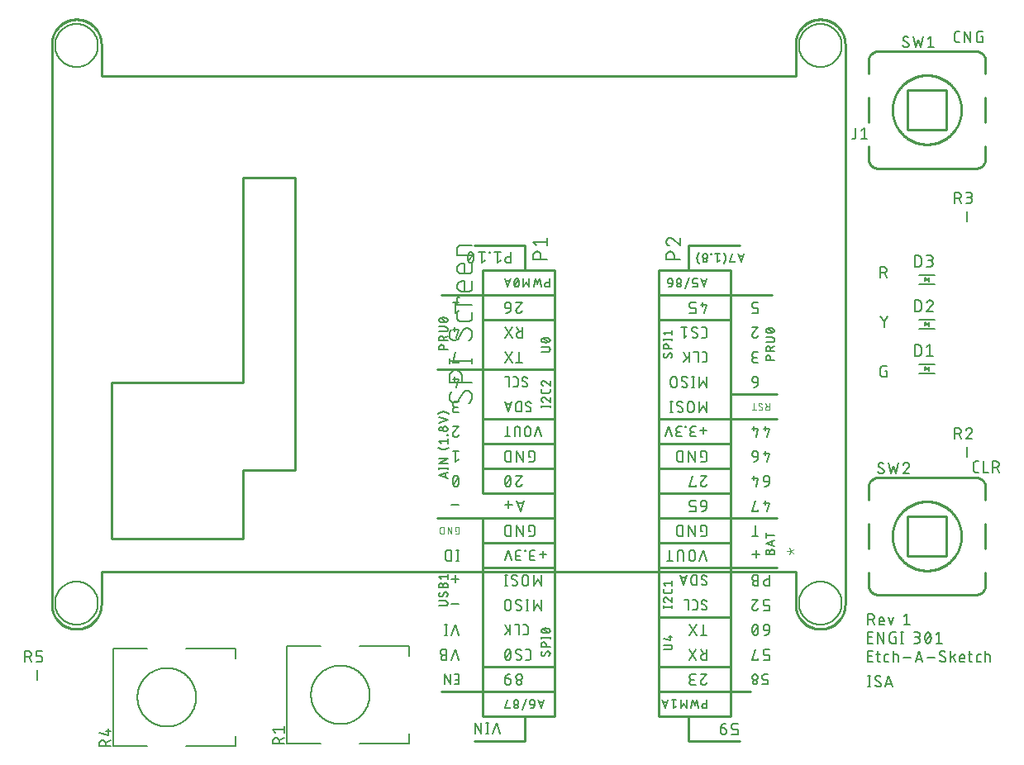
<source format=gbr>
G04 EAGLE Gerber RS-274X export*
G75*
%MOMM*%
%FSLAX34Y34*%
%LPD*%
%INSilkscreen Top*%
%IPPOS*%
%AMOC8*
5,1,8,0,0,1.08239X$1,22.5*%
G01*
%ADD10C,0.152400*%
%ADD11C,0.127000*%
%ADD12C,0.254000*%
%ADD13C,0.101600*%
%ADD14C,0.203200*%
%ADD15C,0.200000*%

G36*
X935265Y491406D02*
X935265Y491406D01*
X935365Y491405D01*
X935379Y491409D01*
X935391Y491409D01*
X935434Y491427D01*
X935544Y491463D01*
X939544Y493463D01*
X939579Y493489D01*
X939620Y493508D01*
X939669Y493556D01*
X939723Y493597D01*
X939748Y493634D01*
X939779Y493666D01*
X939808Y493728D01*
X939845Y493785D01*
X939855Y493829D01*
X939874Y493869D01*
X939879Y493938D01*
X939894Y494004D01*
X939888Y494049D01*
X939891Y494093D01*
X939872Y494159D01*
X939863Y494227D01*
X939842Y494266D01*
X939830Y494309D01*
X939789Y494364D01*
X939757Y494424D01*
X939723Y494454D01*
X939697Y494490D01*
X939626Y494539D01*
X939588Y494573D01*
X939567Y494581D01*
X939544Y494597D01*
X935544Y496597D01*
X935448Y496625D01*
X935354Y496657D01*
X935341Y496657D01*
X935328Y496661D01*
X935229Y496654D01*
X935129Y496651D01*
X935118Y496646D01*
X935105Y496645D01*
X935014Y496604D01*
X934922Y496566D01*
X934912Y496558D01*
X934900Y496552D01*
X934829Y496482D01*
X934756Y496415D01*
X934750Y496404D01*
X934741Y496394D01*
X934699Y496304D01*
X934653Y496215D01*
X934651Y496201D01*
X934646Y496191D01*
X934643Y496144D01*
X934626Y496030D01*
X934626Y492030D01*
X934643Y491932D01*
X934657Y491833D01*
X934663Y491822D01*
X934665Y491809D01*
X934716Y491723D01*
X934763Y491636D01*
X934773Y491627D01*
X934780Y491616D01*
X934857Y491553D01*
X934932Y491487D01*
X934944Y491483D01*
X934954Y491475D01*
X935048Y491443D01*
X935141Y491407D01*
X935154Y491407D01*
X935166Y491403D01*
X935265Y491406D01*
G37*
G36*
X935265Y445686D02*
X935265Y445686D01*
X935365Y445685D01*
X935379Y445689D01*
X935391Y445689D01*
X935434Y445707D01*
X935544Y445743D01*
X939544Y447743D01*
X939579Y447769D01*
X939620Y447788D01*
X939669Y447836D01*
X939723Y447877D01*
X939748Y447914D01*
X939779Y447946D01*
X939808Y448008D01*
X939845Y448065D01*
X939855Y448109D01*
X939874Y448149D01*
X939879Y448218D01*
X939894Y448284D01*
X939888Y448329D01*
X939891Y448373D01*
X939872Y448439D01*
X939863Y448507D01*
X939842Y448546D01*
X939830Y448589D01*
X939789Y448644D01*
X939757Y448704D01*
X939723Y448734D01*
X939697Y448770D01*
X939626Y448819D01*
X939588Y448853D01*
X939567Y448861D01*
X939544Y448877D01*
X935544Y450877D01*
X935448Y450905D01*
X935354Y450937D01*
X935341Y450937D01*
X935328Y450941D01*
X935229Y450934D01*
X935129Y450931D01*
X935118Y450926D01*
X935105Y450925D01*
X935014Y450884D01*
X934922Y450846D01*
X934912Y450838D01*
X934900Y450832D01*
X934829Y450762D01*
X934756Y450695D01*
X934750Y450684D01*
X934741Y450674D01*
X934699Y450584D01*
X934653Y450495D01*
X934651Y450481D01*
X934646Y450471D01*
X934643Y450424D01*
X934626Y450310D01*
X934626Y446310D01*
X934643Y446212D01*
X934657Y446113D01*
X934663Y446102D01*
X934665Y446089D01*
X934716Y446003D01*
X934763Y445916D01*
X934773Y445907D01*
X934780Y445896D01*
X934857Y445833D01*
X934932Y445767D01*
X934944Y445763D01*
X934954Y445755D01*
X935048Y445723D01*
X935141Y445687D01*
X935154Y445687D01*
X935166Y445683D01*
X935265Y445686D01*
G37*
G36*
X935265Y399966D02*
X935265Y399966D01*
X935365Y399965D01*
X935379Y399969D01*
X935391Y399969D01*
X935434Y399987D01*
X935544Y400023D01*
X939544Y402023D01*
X939579Y402049D01*
X939620Y402068D01*
X939669Y402116D01*
X939723Y402157D01*
X939748Y402194D01*
X939779Y402226D01*
X939808Y402288D01*
X939845Y402345D01*
X939855Y402389D01*
X939874Y402429D01*
X939879Y402498D01*
X939894Y402564D01*
X939888Y402609D01*
X939891Y402653D01*
X939872Y402719D01*
X939863Y402787D01*
X939842Y402826D01*
X939830Y402869D01*
X939789Y402924D01*
X939757Y402984D01*
X939723Y403014D01*
X939697Y403050D01*
X939626Y403099D01*
X939588Y403133D01*
X939567Y403141D01*
X939544Y403157D01*
X935544Y405157D01*
X935448Y405185D01*
X935354Y405217D01*
X935341Y405217D01*
X935328Y405221D01*
X935229Y405214D01*
X935129Y405211D01*
X935118Y405206D01*
X935105Y405205D01*
X935014Y405164D01*
X934922Y405126D01*
X934912Y405118D01*
X934900Y405112D01*
X934829Y405042D01*
X934756Y404975D01*
X934750Y404964D01*
X934741Y404954D01*
X934699Y404864D01*
X934653Y404775D01*
X934651Y404761D01*
X934646Y404751D01*
X934643Y404704D01*
X934626Y404590D01*
X934626Y400590D01*
X934643Y400492D01*
X934657Y400393D01*
X934663Y400382D01*
X934665Y400369D01*
X934716Y400283D01*
X934763Y400196D01*
X934773Y400187D01*
X934780Y400176D01*
X934857Y400113D01*
X934932Y400047D01*
X934944Y400043D01*
X934954Y400035D01*
X935048Y400003D01*
X935141Y399967D01*
X935154Y399967D01*
X935166Y399963D01*
X935265Y399966D01*
G37*
D10*
X882029Y121412D02*
X877062Y121412D01*
X877062Y132588D01*
X882029Y132588D01*
X880787Y127621D02*
X877062Y127621D01*
X886940Y132588D02*
X886940Y121412D01*
X893149Y121412D02*
X886940Y132588D01*
X893149Y132588D02*
X893149Y121412D01*
X903478Y127621D02*
X905341Y127621D01*
X905341Y121412D01*
X901615Y121412D01*
X901517Y121414D01*
X901420Y121420D01*
X901323Y121429D01*
X901226Y121443D01*
X901130Y121460D01*
X901035Y121481D01*
X900941Y121505D01*
X900847Y121534D01*
X900755Y121566D01*
X900664Y121601D01*
X900575Y121640D01*
X900487Y121683D01*
X900401Y121729D01*
X900317Y121778D01*
X900235Y121831D01*
X900155Y121886D01*
X900077Y121945D01*
X900002Y122007D01*
X899929Y122072D01*
X899859Y122140D01*
X899791Y122210D01*
X899726Y122283D01*
X899664Y122358D01*
X899605Y122436D01*
X899550Y122516D01*
X899497Y122598D01*
X899448Y122682D01*
X899402Y122768D01*
X899359Y122856D01*
X899320Y122945D01*
X899285Y123036D01*
X899253Y123128D01*
X899224Y123222D01*
X899200Y123316D01*
X899179Y123411D01*
X899162Y123507D01*
X899148Y123604D01*
X899139Y123701D01*
X899133Y123798D01*
X899131Y123896D01*
X899132Y123896D02*
X899132Y130104D01*
X899131Y130104D02*
X899133Y130202D01*
X899139Y130299D01*
X899148Y130396D01*
X899162Y130493D01*
X899179Y130589D01*
X899200Y130684D01*
X899224Y130778D01*
X899253Y130872D01*
X899285Y130964D01*
X899320Y131055D01*
X899359Y131144D01*
X899402Y131232D01*
X899448Y131318D01*
X899497Y131402D01*
X899550Y131484D01*
X899605Y131564D01*
X899664Y131642D01*
X899726Y131717D01*
X899791Y131790D01*
X899859Y131860D01*
X899929Y131928D01*
X900002Y131993D01*
X900077Y132055D01*
X900155Y132114D01*
X900235Y132169D01*
X900317Y132222D01*
X900401Y132271D01*
X900487Y132317D01*
X900575Y132360D01*
X900664Y132399D01*
X900755Y132434D01*
X900847Y132466D01*
X900941Y132495D01*
X901035Y132519D01*
X901130Y132540D01*
X901226Y132557D01*
X901323Y132571D01*
X901420Y132580D01*
X901517Y132586D01*
X901615Y132588D01*
X905341Y132588D01*
X911761Y132588D02*
X911761Y121412D01*
X910519Y121412D02*
X913003Y121412D01*
X913003Y132588D02*
X910519Y132588D01*
X923897Y121412D02*
X927001Y121412D01*
X927112Y121414D01*
X927222Y121420D01*
X927333Y121430D01*
X927443Y121444D01*
X927552Y121461D01*
X927661Y121483D01*
X927769Y121508D01*
X927875Y121538D01*
X927981Y121571D01*
X928086Y121608D01*
X928189Y121648D01*
X928290Y121693D01*
X928390Y121740D01*
X928489Y121792D01*
X928585Y121847D01*
X928679Y121905D01*
X928771Y121966D01*
X928861Y122031D01*
X928949Y122099D01*
X929034Y122170D01*
X929116Y122244D01*
X929196Y122321D01*
X929273Y122401D01*
X929347Y122483D01*
X929418Y122568D01*
X929486Y122656D01*
X929551Y122746D01*
X929612Y122838D01*
X929670Y122932D01*
X929725Y123028D01*
X929777Y123127D01*
X929824Y123227D01*
X929869Y123328D01*
X929909Y123431D01*
X929946Y123536D01*
X929979Y123642D01*
X930009Y123748D01*
X930034Y123856D01*
X930056Y123965D01*
X930073Y124074D01*
X930087Y124184D01*
X930097Y124295D01*
X930103Y124405D01*
X930105Y124516D01*
X930103Y124627D01*
X930097Y124737D01*
X930087Y124848D01*
X930073Y124958D01*
X930056Y125067D01*
X930034Y125176D01*
X930009Y125284D01*
X929979Y125390D01*
X929946Y125496D01*
X929909Y125601D01*
X929869Y125704D01*
X929824Y125805D01*
X929777Y125905D01*
X929725Y126004D01*
X929670Y126100D01*
X929612Y126194D01*
X929551Y126286D01*
X929486Y126376D01*
X929418Y126464D01*
X929347Y126549D01*
X929273Y126631D01*
X929196Y126711D01*
X929116Y126788D01*
X929034Y126862D01*
X928949Y126933D01*
X928861Y127001D01*
X928771Y127066D01*
X928679Y127127D01*
X928585Y127185D01*
X928489Y127240D01*
X928390Y127292D01*
X928290Y127339D01*
X928189Y127384D01*
X928086Y127424D01*
X927981Y127461D01*
X927875Y127494D01*
X927769Y127524D01*
X927661Y127549D01*
X927552Y127571D01*
X927443Y127588D01*
X927333Y127602D01*
X927222Y127612D01*
X927112Y127618D01*
X927001Y127620D01*
X927622Y132588D02*
X923897Y132588D01*
X927622Y132588D02*
X927721Y132586D01*
X927819Y132580D01*
X927918Y132570D01*
X928015Y132557D01*
X928113Y132539D01*
X928209Y132518D01*
X928305Y132492D01*
X928399Y132463D01*
X928492Y132431D01*
X928584Y132394D01*
X928674Y132354D01*
X928763Y132310D01*
X928850Y132263D01*
X928935Y132213D01*
X929017Y132159D01*
X929098Y132102D01*
X929176Y132042D01*
X929252Y131978D01*
X929325Y131912D01*
X929396Y131843D01*
X929464Y131771D01*
X929528Y131696D01*
X929590Y131619D01*
X929649Y131540D01*
X929704Y131458D01*
X929757Y131374D01*
X929805Y131289D01*
X929851Y131201D01*
X929893Y131111D01*
X929931Y131020D01*
X929965Y130928D01*
X929996Y130834D01*
X930023Y130739D01*
X930047Y130643D01*
X930066Y130546D01*
X930082Y130449D01*
X930094Y130351D01*
X930102Y130252D01*
X930106Y130153D01*
X930106Y130055D01*
X930102Y129956D01*
X930094Y129857D01*
X930082Y129759D01*
X930066Y129662D01*
X930047Y129565D01*
X930023Y129469D01*
X929996Y129374D01*
X929965Y129280D01*
X929931Y129188D01*
X929893Y129097D01*
X929851Y129007D01*
X929805Y128919D01*
X929757Y128834D01*
X929704Y128750D01*
X929649Y128668D01*
X929590Y128589D01*
X929528Y128512D01*
X929464Y128437D01*
X929396Y128365D01*
X929325Y128296D01*
X929252Y128230D01*
X929176Y128166D01*
X929098Y128106D01*
X929017Y128049D01*
X928935Y127995D01*
X928850Y127945D01*
X928763Y127898D01*
X928674Y127854D01*
X928584Y127814D01*
X928492Y127777D01*
X928399Y127745D01*
X928305Y127716D01*
X928209Y127690D01*
X928113Y127669D01*
X928015Y127651D01*
X927918Y127638D01*
X927819Y127628D01*
X927721Y127622D01*
X927622Y127620D01*
X927622Y127621D02*
X925138Y127621D01*
X935327Y127000D02*
X935330Y127220D01*
X935337Y127440D01*
X935351Y127659D01*
X935369Y127878D01*
X935393Y128097D01*
X935421Y128315D01*
X935455Y128532D01*
X935494Y128748D01*
X935539Y128964D01*
X935588Y129178D01*
X935643Y129391D01*
X935702Y129603D01*
X935767Y129813D01*
X935837Y130021D01*
X935911Y130228D01*
X935991Y130433D01*
X936075Y130636D01*
X936164Y130837D01*
X936258Y131036D01*
X936291Y131125D01*
X936327Y131213D01*
X936367Y131299D01*
X936410Y131384D01*
X936457Y131466D01*
X936508Y131547D01*
X936561Y131625D01*
X936618Y131701D01*
X936678Y131775D01*
X936741Y131846D01*
X936806Y131915D01*
X936875Y131981D01*
X936946Y132043D01*
X937020Y132103D01*
X937096Y132160D01*
X937174Y132214D01*
X937255Y132264D01*
X937337Y132311D01*
X937422Y132354D01*
X937508Y132394D01*
X937596Y132431D01*
X937685Y132463D01*
X937775Y132492D01*
X937867Y132518D01*
X937959Y132539D01*
X938053Y132557D01*
X938147Y132570D01*
X938241Y132580D01*
X938336Y132586D01*
X938431Y132588D01*
X938526Y132586D01*
X938621Y132580D01*
X938715Y132570D01*
X938809Y132557D01*
X938903Y132539D01*
X938995Y132518D01*
X939087Y132492D01*
X939177Y132463D01*
X939266Y132431D01*
X939354Y132394D01*
X939440Y132354D01*
X939525Y132311D01*
X939607Y132264D01*
X939688Y132214D01*
X939766Y132160D01*
X939842Y132103D01*
X939916Y132043D01*
X939987Y131981D01*
X940056Y131915D01*
X940121Y131846D01*
X940184Y131775D01*
X940244Y131701D01*
X940301Y131625D01*
X940354Y131547D01*
X940405Y131466D01*
X940452Y131383D01*
X940495Y131299D01*
X940535Y131213D01*
X940571Y131125D01*
X940604Y131036D01*
X940605Y131036D02*
X940699Y130837D01*
X940788Y130636D01*
X940872Y130433D01*
X940952Y130228D01*
X941026Y130021D01*
X941096Y129813D01*
X941161Y129603D01*
X941220Y129391D01*
X941275Y129178D01*
X941324Y128964D01*
X941369Y128748D01*
X941408Y128532D01*
X941442Y128315D01*
X941470Y128097D01*
X941494Y127878D01*
X941512Y127659D01*
X941526Y127440D01*
X941533Y127220D01*
X941536Y127000D01*
X935327Y127000D02*
X935330Y126780D01*
X935337Y126560D01*
X935351Y126341D01*
X935369Y126122D01*
X935393Y125903D01*
X935421Y125685D01*
X935455Y125468D01*
X935494Y125252D01*
X935539Y125036D01*
X935588Y124822D01*
X935643Y124609D01*
X935702Y124398D01*
X935767Y124187D01*
X935837Y123979D01*
X935911Y123772D01*
X935991Y123567D01*
X936075Y123364D01*
X936164Y123163D01*
X936258Y122964D01*
X936291Y122875D01*
X936327Y122787D01*
X936367Y122701D01*
X936410Y122616D01*
X936457Y122534D01*
X936508Y122453D01*
X936561Y122375D01*
X936618Y122299D01*
X936678Y122225D01*
X936741Y122154D01*
X936806Y122085D01*
X936875Y122019D01*
X936946Y121957D01*
X937020Y121897D01*
X937096Y121840D01*
X937174Y121786D01*
X937255Y121736D01*
X937337Y121689D01*
X937422Y121646D01*
X937508Y121606D01*
X937596Y121569D01*
X937685Y121537D01*
X937775Y121508D01*
X937867Y121482D01*
X937959Y121461D01*
X938053Y121443D01*
X938147Y121430D01*
X938241Y121420D01*
X938336Y121414D01*
X938431Y121412D01*
X940605Y122964D02*
X940699Y123163D01*
X940788Y123364D01*
X940872Y123567D01*
X940952Y123772D01*
X941026Y123979D01*
X941096Y124187D01*
X941161Y124397D01*
X941220Y124609D01*
X941275Y124822D01*
X941324Y125036D01*
X941369Y125252D01*
X941408Y125468D01*
X941442Y125685D01*
X941470Y125903D01*
X941494Y126122D01*
X941512Y126341D01*
X941526Y126560D01*
X941533Y126780D01*
X941536Y127000D01*
X940604Y122964D02*
X940571Y122875D01*
X940535Y122787D01*
X940495Y122701D01*
X940452Y122616D01*
X940405Y122534D01*
X940354Y122453D01*
X940301Y122375D01*
X940244Y122299D01*
X940184Y122225D01*
X940121Y122154D01*
X940056Y122085D01*
X939987Y122019D01*
X939916Y121957D01*
X939842Y121897D01*
X939766Y121840D01*
X939688Y121786D01*
X939607Y121736D01*
X939525Y121689D01*
X939440Y121646D01*
X939354Y121606D01*
X939266Y121569D01*
X939177Y121537D01*
X939087Y121508D01*
X938995Y121482D01*
X938903Y121461D01*
X938809Y121443D01*
X938715Y121430D01*
X938621Y121420D01*
X938526Y121414D01*
X938431Y121412D01*
X935948Y123896D02*
X940915Y130104D01*
X946757Y130104D02*
X949861Y132588D01*
X949861Y121412D01*
X946757Y121412D02*
X952966Y121412D01*
X882029Y102362D02*
X877062Y102362D01*
X877062Y113538D01*
X882029Y113538D01*
X880787Y108571D02*
X877062Y108571D01*
X885399Y109813D02*
X889124Y109813D01*
X886641Y113538D02*
X886641Y104225D01*
X886643Y104141D01*
X886648Y104058D01*
X886658Y103975D01*
X886671Y103892D01*
X886688Y103810D01*
X886708Y103729D01*
X886732Y103649D01*
X886760Y103570D01*
X886791Y103493D01*
X886825Y103417D01*
X886863Y103342D01*
X886905Y103269D01*
X886949Y103199D01*
X886997Y103130D01*
X887047Y103063D01*
X887101Y102999D01*
X887157Y102938D01*
X887217Y102878D01*
X887278Y102822D01*
X887342Y102768D01*
X887409Y102718D01*
X887478Y102670D01*
X887548Y102626D01*
X887621Y102584D01*
X887696Y102546D01*
X887772Y102512D01*
X887849Y102481D01*
X887928Y102453D01*
X888008Y102429D01*
X888089Y102409D01*
X888171Y102392D01*
X888254Y102379D01*
X888337Y102369D01*
X888420Y102364D01*
X888504Y102362D01*
X889124Y102362D01*
X895536Y102362D02*
X898019Y102362D01*
X895536Y102362D02*
X895452Y102364D01*
X895369Y102369D01*
X895286Y102379D01*
X895203Y102392D01*
X895121Y102409D01*
X895040Y102429D01*
X894960Y102453D01*
X894881Y102481D01*
X894804Y102512D01*
X894728Y102546D01*
X894653Y102584D01*
X894580Y102626D01*
X894510Y102670D01*
X894441Y102718D01*
X894374Y102768D01*
X894310Y102822D01*
X894249Y102878D01*
X894189Y102938D01*
X894133Y102999D01*
X894079Y103063D01*
X894029Y103130D01*
X893981Y103199D01*
X893937Y103269D01*
X893895Y103342D01*
X893857Y103417D01*
X893823Y103493D01*
X893792Y103570D01*
X893764Y103649D01*
X893740Y103729D01*
X893720Y103810D01*
X893703Y103892D01*
X893690Y103975D01*
X893680Y104058D01*
X893675Y104141D01*
X893673Y104225D01*
X893673Y107950D01*
X893675Y108034D01*
X893681Y108117D01*
X893690Y108200D01*
X893703Y108283D01*
X893720Y108365D01*
X893740Y108446D01*
X893764Y108526D01*
X893792Y108605D01*
X893823Y108682D01*
X893857Y108758D01*
X893895Y108833D01*
X893937Y108906D01*
X893981Y108976D01*
X894029Y109045D01*
X894079Y109112D01*
X894133Y109176D01*
X894189Y109237D01*
X894249Y109297D01*
X894310Y109353D01*
X894374Y109407D01*
X894441Y109457D01*
X894510Y109505D01*
X894580Y109549D01*
X894653Y109591D01*
X894728Y109629D01*
X894804Y109663D01*
X894881Y109694D01*
X894960Y109722D01*
X895040Y109746D01*
X895121Y109766D01*
X895203Y109783D01*
X895286Y109796D01*
X895369Y109806D01*
X895452Y109811D01*
X895536Y109813D01*
X898019Y109813D01*
X902801Y113538D02*
X902801Y102362D01*
X902801Y109813D02*
X905905Y109813D01*
X905989Y109811D01*
X906072Y109806D01*
X906155Y109796D01*
X906238Y109783D01*
X906320Y109766D01*
X906401Y109746D01*
X906481Y109722D01*
X906560Y109694D01*
X906637Y109663D01*
X906713Y109629D01*
X906788Y109591D01*
X906861Y109549D01*
X906931Y109505D01*
X907000Y109457D01*
X907067Y109407D01*
X907131Y109353D01*
X907192Y109297D01*
X907252Y109237D01*
X907308Y109176D01*
X907362Y109112D01*
X907412Y109045D01*
X907460Y108976D01*
X907504Y108906D01*
X907546Y108833D01*
X907584Y108758D01*
X907618Y108682D01*
X907649Y108605D01*
X907677Y108526D01*
X907701Y108446D01*
X907721Y108365D01*
X907738Y108283D01*
X907751Y108200D01*
X907761Y108117D01*
X907766Y108034D01*
X907768Y107950D01*
X907768Y102362D01*
X913370Y106708D02*
X920820Y106708D01*
X925562Y102362D02*
X929287Y113538D01*
X933012Y102362D01*
X932081Y105156D02*
X926493Y105156D01*
X937754Y106708D02*
X945204Y106708D01*
X953911Y102362D02*
X954008Y102364D01*
X954106Y102370D01*
X954203Y102379D01*
X954300Y102393D01*
X954396Y102410D01*
X954491Y102431D01*
X954585Y102455D01*
X954679Y102484D01*
X954771Y102516D01*
X954862Y102551D01*
X954951Y102590D01*
X955039Y102633D01*
X955125Y102679D01*
X955209Y102728D01*
X955291Y102781D01*
X955371Y102836D01*
X955449Y102895D01*
X955524Y102957D01*
X955597Y103022D01*
X955667Y103090D01*
X955735Y103160D01*
X955800Y103233D01*
X955862Y103308D01*
X955921Y103386D01*
X955976Y103466D01*
X956029Y103548D01*
X956078Y103632D01*
X956124Y103718D01*
X956167Y103806D01*
X956206Y103895D01*
X956241Y103986D01*
X956273Y104078D01*
X956302Y104172D01*
X956326Y104266D01*
X956347Y104361D01*
X956364Y104457D01*
X956378Y104554D01*
X956387Y104651D01*
X956393Y104748D01*
X956395Y104846D01*
X953911Y102362D02*
X953768Y102364D01*
X953625Y102370D01*
X953483Y102379D01*
X953341Y102393D01*
X953199Y102411D01*
X953058Y102432D01*
X952917Y102457D01*
X952777Y102486D01*
X952638Y102519D01*
X952500Y102555D01*
X952363Y102596D01*
X952227Y102640D01*
X952092Y102687D01*
X951959Y102739D01*
X951827Y102794D01*
X951697Y102852D01*
X951568Y102914D01*
X951441Y102980D01*
X951316Y103049D01*
X951193Y103121D01*
X951072Y103197D01*
X950953Y103275D01*
X950836Y103358D01*
X950721Y103443D01*
X950609Y103531D01*
X950499Y103623D01*
X950392Y103717D01*
X950287Y103814D01*
X950185Y103914D01*
X950496Y111054D02*
X950498Y111152D01*
X950504Y111249D01*
X950513Y111346D01*
X950527Y111443D01*
X950544Y111539D01*
X950565Y111634D01*
X950589Y111728D01*
X950618Y111822D01*
X950650Y111914D01*
X950685Y112005D01*
X950724Y112094D01*
X950767Y112182D01*
X950813Y112268D01*
X950862Y112352D01*
X950915Y112434D01*
X950970Y112514D01*
X951029Y112592D01*
X951091Y112667D01*
X951156Y112740D01*
X951224Y112810D01*
X951294Y112878D01*
X951367Y112943D01*
X951442Y113005D01*
X951520Y113064D01*
X951600Y113119D01*
X951682Y113172D01*
X951766Y113221D01*
X951852Y113267D01*
X951940Y113310D01*
X952029Y113349D01*
X952120Y113384D01*
X952212Y113416D01*
X952306Y113445D01*
X952400Y113469D01*
X952495Y113490D01*
X952591Y113507D01*
X952688Y113521D01*
X952785Y113530D01*
X952882Y113536D01*
X952980Y113538D01*
X953110Y113536D01*
X953240Y113531D01*
X953370Y113522D01*
X953500Y113509D01*
X953629Y113493D01*
X953758Y113473D01*
X953886Y113449D01*
X954014Y113422D01*
X954140Y113391D01*
X954266Y113357D01*
X954391Y113319D01*
X954514Y113278D01*
X954637Y113233D01*
X954758Y113185D01*
X954878Y113134D01*
X954996Y113079D01*
X955112Y113021D01*
X955227Y112960D01*
X955341Y112895D01*
X955452Y112828D01*
X955561Y112757D01*
X955669Y112683D01*
X955774Y112607D01*
X951738Y108881D02*
X951655Y108932D01*
X951574Y108986D01*
X951496Y109043D01*
X951420Y109103D01*
X951346Y109166D01*
X951275Y109232D01*
X951206Y109300D01*
X951140Y109371D01*
X951076Y109444D01*
X951016Y109520D01*
X950959Y109598D01*
X950904Y109679D01*
X950853Y109761D01*
X950805Y109845D01*
X950760Y109931D01*
X950718Y110019D01*
X950680Y110108D01*
X950646Y110198D01*
X950614Y110290D01*
X950587Y110383D01*
X950563Y110477D01*
X950542Y110572D01*
X950526Y110668D01*
X950513Y110764D01*
X950503Y110860D01*
X950498Y110957D01*
X950496Y111054D01*
X955152Y107019D02*
X955235Y106968D01*
X955316Y106914D01*
X955394Y106857D01*
X955470Y106797D01*
X955544Y106734D01*
X955615Y106668D01*
X955684Y106600D01*
X955750Y106529D01*
X955814Y106456D01*
X955874Y106380D01*
X955931Y106302D01*
X955986Y106221D01*
X956037Y106139D01*
X956085Y106055D01*
X956130Y105969D01*
X956172Y105881D01*
X956210Y105792D01*
X956244Y105702D01*
X956276Y105610D01*
X956303Y105517D01*
X956327Y105423D01*
X956348Y105328D01*
X956364Y105232D01*
X956377Y105136D01*
X956387Y105040D01*
X956392Y104943D01*
X956394Y104846D01*
X955153Y107019D02*
X951738Y108881D01*
X961644Y113538D02*
X961644Y102362D01*
X961644Y106087D02*
X966611Y109813D01*
X963817Y107640D02*
X966611Y102362D01*
X972862Y102362D02*
X975967Y102362D01*
X972862Y102362D02*
X972778Y102364D01*
X972695Y102369D01*
X972612Y102379D01*
X972529Y102392D01*
X972447Y102409D01*
X972366Y102429D01*
X972286Y102453D01*
X972207Y102481D01*
X972130Y102512D01*
X972054Y102546D01*
X971979Y102584D01*
X971906Y102626D01*
X971836Y102670D01*
X971767Y102718D01*
X971700Y102768D01*
X971636Y102822D01*
X971575Y102878D01*
X971515Y102938D01*
X971459Y102999D01*
X971405Y103063D01*
X971355Y103130D01*
X971307Y103199D01*
X971263Y103269D01*
X971221Y103342D01*
X971183Y103417D01*
X971149Y103493D01*
X971118Y103570D01*
X971090Y103649D01*
X971066Y103729D01*
X971046Y103810D01*
X971029Y103892D01*
X971016Y103975D01*
X971006Y104058D01*
X971001Y104141D01*
X970999Y104225D01*
X970999Y107329D01*
X971001Y107428D01*
X971007Y107526D01*
X971017Y107625D01*
X971030Y107722D01*
X971048Y107820D01*
X971069Y107916D01*
X971095Y108012D01*
X971124Y108106D01*
X971156Y108199D01*
X971193Y108291D01*
X971233Y108381D01*
X971277Y108470D01*
X971324Y108557D01*
X971374Y108642D01*
X971428Y108724D01*
X971485Y108805D01*
X971545Y108883D01*
X971609Y108959D01*
X971675Y109032D01*
X971744Y109103D01*
X971816Y109171D01*
X971891Y109235D01*
X971968Y109297D01*
X972047Y109356D01*
X972129Y109411D01*
X972213Y109464D01*
X972298Y109512D01*
X972386Y109558D01*
X972476Y109600D01*
X972567Y109638D01*
X972659Y109672D01*
X972753Y109703D01*
X972848Y109730D01*
X972944Y109754D01*
X973041Y109773D01*
X973138Y109789D01*
X973236Y109801D01*
X973335Y109809D01*
X973434Y109813D01*
X973532Y109813D01*
X973631Y109809D01*
X973730Y109801D01*
X973828Y109789D01*
X973925Y109773D01*
X974022Y109754D01*
X974118Y109730D01*
X974213Y109703D01*
X974307Y109672D01*
X974399Y109638D01*
X974490Y109600D01*
X974580Y109558D01*
X974668Y109512D01*
X974753Y109464D01*
X974837Y109411D01*
X974919Y109356D01*
X974998Y109297D01*
X975075Y109235D01*
X975150Y109171D01*
X975222Y109103D01*
X975291Y109032D01*
X975357Y108959D01*
X975421Y108883D01*
X975481Y108805D01*
X975538Y108724D01*
X975592Y108642D01*
X975642Y108557D01*
X975689Y108470D01*
X975733Y108381D01*
X975773Y108291D01*
X975810Y108199D01*
X975842Y108106D01*
X975871Y108012D01*
X975897Y107916D01*
X975918Y107820D01*
X975936Y107722D01*
X975949Y107625D01*
X975959Y107526D01*
X975965Y107428D01*
X975967Y107329D01*
X975967Y106087D01*
X970999Y106087D01*
X979887Y109813D02*
X983612Y109813D01*
X981129Y113538D02*
X981129Y104225D01*
X981128Y104225D02*
X981130Y104141D01*
X981135Y104058D01*
X981145Y103975D01*
X981158Y103892D01*
X981175Y103810D01*
X981195Y103729D01*
X981219Y103649D01*
X981247Y103570D01*
X981278Y103493D01*
X981312Y103417D01*
X981350Y103342D01*
X981392Y103269D01*
X981436Y103199D01*
X981484Y103130D01*
X981534Y103063D01*
X981588Y102999D01*
X981644Y102938D01*
X981704Y102878D01*
X981765Y102822D01*
X981829Y102768D01*
X981896Y102718D01*
X981965Y102670D01*
X982035Y102626D01*
X982108Y102584D01*
X982183Y102546D01*
X982259Y102512D01*
X982336Y102481D01*
X982415Y102453D01*
X982495Y102429D01*
X982576Y102409D01*
X982658Y102392D01*
X982741Y102379D01*
X982824Y102369D01*
X982907Y102364D01*
X982991Y102362D01*
X983612Y102362D01*
X990024Y102362D02*
X992507Y102362D01*
X990024Y102362D02*
X989940Y102364D01*
X989857Y102369D01*
X989774Y102379D01*
X989691Y102392D01*
X989609Y102409D01*
X989528Y102429D01*
X989448Y102453D01*
X989369Y102481D01*
X989292Y102512D01*
X989216Y102546D01*
X989141Y102584D01*
X989068Y102626D01*
X988998Y102670D01*
X988929Y102718D01*
X988862Y102768D01*
X988798Y102822D01*
X988737Y102878D01*
X988677Y102938D01*
X988621Y102999D01*
X988567Y103063D01*
X988517Y103130D01*
X988469Y103199D01*
X988425Y103269D01*
X988383Y103342D01*
X988345Y103417D01*
X988311Y103493D01*
X988280Y103570D01*
X988252Y103649D01*
X988228Y103729D01*
X988208Y103810D01*
X988191Y103892D01*
X988178Y103975D01*
X988168Y104058D01*
X988163Y104141D01*
X988161Y104225D01*
X988161Y107950D01*
X988163Y108034D01*
X988169Y108117D01*
X988178Y108200D01*
X988191Y108283D01*
X988208Y108365D01*
X988228Y108446D01*
X988252Y108526D01*
X988280Y108605D01*
X988311Y108682D01*
X988345Y108758D01*
X988383Y108833D01*
X988425Y108906D01*
X988469Y108976D01*
X988517Y109045D01*
X988567Y109112D01*
X988621Y109176D01*
X988677Y109237D01*
X988737Y109297D01*
X988798Y109353D01*
X988862Y109407D01*
X988929Y109457D01*
X988998Y109505D01*
X989068Y109549D01*
X989141Y109591D01*
X989216Y109629D01*
X989292Y109663D01*
X989369Y109694D01*
X989448Y109722D01*
X989528Y109746D01*
X989609Y109766D01*
X989691Y109783D01*
X989774Y109796D01*
X989857Y109806D01*
X989940Y109811D01*
X990024Y109813D01*
X992507Y109813D01*
X997288Y113538D02*
X997288Y102362D01*
X997288Y109813D02*
X1000393Y109813D01*
X1000477Y109811D01*
X1000560Y109806D01*
X1000643Y109796D01*
X1000726Y109783D01*
X1000808Y109766D01*
X1000889Y109746D01*
X1000969Y109722D01*
X1001048Y109694D01*
X1001125Y109663D01*
X1001201Y109629D01*
X1001276Y109591D01*
X1001349Y109549D01*
X1001419Y109505D01*
X1001488Y109457D01*
X1001555Y109407D01*
X1001619Y109353D01*
X1001680Y109297D01*
X1001740Y109237D01*
X1001796Y109176D01*
X1001850Y109112D01*
X1001900Y109045D01*
X1001948Y108976D01*
X1001992Y108906D01*
X1002034Y108833D01*
X1002072Y108758D01*
X1002106Y108682D01*
X1002137Y108605D01*
X1002165Y108526D01*
X1002189Y108446D01*
X1002209Y108365D01*
X1002226Y108283D01*
X1002239Y108200D01*
X1002249Y108117D01*
X1002254Y108034D01*
X1002256Y107950D01*
X1002255Y107950D02*
X1002255Y102362D01*
X877062Y140462D02*
X877062Y151638D01*
X880166Y151638D01*
X880277Y151636D01*
X880387Y151630D01*
X880498Y151620D01*
X880608Y151606D01*
X880717Y151589D01*
X880826Y151567D01*
X880934Y151542D01*
X881040Y151512D01*
X881146Y151479D01*
X881251Y151442D01*
X881354Y151402D01*
X881455Y151357D01*
X881555Y151310D01*
X881654Y151258D01*
X881750Y151203D01*
X881844Y151145D01*
X881936Y151084D01*
X882026Y151019D01*
X882114Y150951D01*
X882199Y150880D01*
X882281Y150806D01*
X882361Y150729D01*
X882438Y150649D01*
X882512Y150567D01*
X882583Y150482D01*
X882651Y150394D01*
X882716Y150304D01*
X882777Y150212D01*
X882835Y150118D01*
X882890Y150022D01*
X882942Y149923D01*
X882989Y149823D01*
X883034Y149722D01*
X883074Y149619D01*
X883111Y149514D01*
X883144Y149408D01*
X883174Y149302D01*
X883199Y149194D01*
X883221Y149085D01*
X883238Y148976D01*
X883252Y148866D01*
X883262Y148755D01*
X883268Y148645D01*
X883270Y148534D01*
X883268Y148423D01*
X883262Y148313D01*
X883252Y148202D01*
X883238Y148092D01*
X883221Y147983D01*
X883199Y147874D01*
X883174Y147766D01*
X883144Y147660D01*
X883111Y147554D01*
X883074Y147449D01*
X883034Y147346D01*
X882989Y147245D01*
X882942Y147145D01*
X882890Y147046D01*
X882835Y146950D01*
X882777Y146856D01*
X882716Y146764D01*
X882651Y146674D01*
X882583Y146586D01*
X882512Y146501D01*
X882438Y146419D01*
X882361Y146339D01*
X882281Y146262D01*
X882199Y146188D01*
X882114Y146117D01*
X882026Y146049D01*
X881936Y145984D01*
X881844Y145923D01*
X881750Y145865D01*
X881654Y145810D01*
X881555Y145758D01*
X881455Y145711D01*
X881354Y145666D01*
X881251Y145626D01*
X881146Y145589D01*
X881040Y145556D01*
X880934Y145526D01*
X880826Y145501D01*
X880717Y145479D01*
X880608Y145462D01*
X880498Y145448D01*
X880387Y145438D01*
X880277Y145432D01*
X880166Y145430D01*
X880166Y145429D02*
X877062Y145429D01*
X880787Y145429D02*
X883271Y140462D01*
X890122Y140462D02*
X893226Y140462D01*
X890122Y140462D02*
X890038Y140464D01*
X889955Y140469D01*
X889872Y140479D01*
X889789Y140492D01*
X889707Y140509D01*
X889626Y140529D01*
X889546Y140553D01*
X889467Y140581D01*
X889390Y140612D01*
X889314Y140646D01*
X889239Y140684D01*
X889166Y140726D01*
X889096Y140770D01*
X889027Y140818D01*
X888960Y140868D01*
X888896Y140922D01*
X888835Y140978D01*
X888775Y141038D01*
X888719Y141099D01*
X888665Y141163D01*
X888615Y141230D01*
X888567Y141299D01*
X888523Y141369D01*
X888481Y141442D01*
X888443Y141517D01*
X888409Y141593D01*
X888378Y141670D01*
X888350Y141749D01*
X888326Y141829D01*
X888306Y141910D01*
X888289Y141992D01*
X888276Y142075D01*
X888266Y142158D01*
X888261Y142241D01*
X888259Y142325D01*
X888259Y145429D01*
X888258Y145429D02*
X888260Y145528D01*
X888266Y145626D01*
X888276Y145725D01*
X888289Y145822D01*
X888307Y145920D01*
X888328Y146016D01*
X888354Y146112D01*
X888383Y146206D01*
X888415Y146299D01*
X888452Y146391D01*
X888492Y146481D01*
X888536Y146570D01*
X888583Y146657D01*
X888633Y146742D01*
X888687Y146824D01*
X888744Y146905D01*
X888804Y146983D01*
X888868Y147059D01*
X888934Y147132D01*
X889003Y147203D01*
X889075Y147271D01*
X889150Y147335D01*
X889227Y147397D01*
X889306Y147456D01*
X889388Y147511D01*
X889472Y147564D01*
X889557Y147612D01*
X889645Y147658D01*
X889735Y147700D01*
X889826Y147738D01*
X889918Y147772D01*
X890012Y147803D01*
X890107Y147830D01*
X890203Y147854D01*
X890300Y147873D01*
X890397Y147889D01*
X890495Y147901D01*
X890594Y147909D01*
X890693Y147913D01*
X890791Y147913D01*
X890890Y147909D01*
X890989Y147901D01*
X891087Y147889D01*
X891184Y147873D01*
X891281Y147854D01*
X891377Y147830D01*
X891472Y147803D01*
X891566Y147772D01*
X891658Y147738D01*
X891749Y147700D01*
X891839Y147658D01*
X891927Y147612D01*
X892012Y147564D01*
X892096Y147511D01*
X892178Y147456D01*
X892257Y147397D01*
X892334Y147335D01*
X892409Y147271D01*
X892481Y147203D01*
X892550Y147132D01*
X892616Y147059D01*
X892680Y146983D01*
X892740Y146905D01*
X892797Y146824D01*
X892851Y146742D01*
X892901Y146657D01*
X892948Y146570D01*
X892992Y146481D01*
X893032Y146391D01*
X893069Y146299D01*
X893101Y146206D01*
X893130Y146112D01*
X893156Y146016D01*
X893177Y145920D01*
X893195Y145822D01*
X893208Y145725D01*
X893218Y145626D01*
X893224Y145528D01*
X893226Y145429D01*
X893226Y144187D01*
X888259Y144187D01*
X897784Y147913D02*
X900267Y140462D01*
X902751Y147913D01*
X913546Y149154D02*
X916650Y151638D01*
X916650Y140462D01*
X913546Y140462D02*
X919755Y140462D01*
X878304Y88138D02*
X878304Y76962D01*
X877062Y76962D02*
X879546Y76962D01*
X879546Y88138D02*
X877062Y88138D01*
X887688Y76962D02*
X887785Y76964D01*
X887883Y76970D01*
X887980Y76979D01*
X888077Y76993D01*
X888173Y77010D01*
X888268Y77031D01*
X888362Y77055D01*
X888456Y77084D01*
X888548Y77116D01*
X888639Y77151D01*
X888728Y77190D01*
X888816Y77233D01*
X888902Y77279D01*
X888986Y77328D01*
X889068Y77381D01*
X889148Y77436D01*
X889226Y77495D01*
X889301Y77557D01*
X889374Y77622D01*
X889444Y77690D01*
X889512Y77760D01*
X889577Y77833D01*
X889639Y77908D01*
X889698Y77986D01*
X889753Y78066D01*
X889806Y78148D01*
X889855Y78232D01*
X889901Y78318D01*
X889944Y78406D01*
X889983Y78495D01*
X890018Y78586D01*
X890050Y78678D01*
X890079Y78772D01*
X890103Y78866D01*
X890124Y78961D01*
X890141Y79057D01*
X890155Y79154D01*
X890164Y79251D01*
X890170Y79348D01*
X890172Y79446D01*
X887688Y76962D02*
X887545Y76964D01*
X887402Y76970D01*
X887260Y76979D01*
X887118Y76993D01*
X886976Y77011D01*
X886835Y77032D01*
X886694Y77057D01*
X886554Y77086D01*
X886415Y77119D01*
X886277Y77155D01*
X886140Y77196D01*
X886004Y77240D01*
X885869Y77287D01*
X885736Y77339D01*
X885604Y77394D01*
X885474Y77452D01*
X885345Y77514D01*
X885218Y77580D01*
X885093Y77649D01*
X884970Y77721D01*
X884849Y77797D01*
X884730Y77875D01*
X884613Y77958D01*
X884498Y78043D01*
X884386Y78131D01*
X884276Y78223D01*
X884169Y78317D01*
X884064Y78414D01*
X883962Y78514D01*
X884272Y85654D02*
X884274Y85752D01*
X884280Y85849D01*
X884289Y85946D01*
X884303Y86043D01*
X884320Y86139D01*
X884341Y86234D01*
X884365Y86328D01*
X884394Y86422D01*
X884426Y86514D01*
X884461Y86605D01*
X884500Y86694D01*
X884543Y86782D01*
X884589Y86868D01*
X884638Y86952D01*
X884691Y87034D01*
X884746Y87114D01*
X884805Y87192D01*
X884867Y87267D01*
X884932Y87340D01*
X885000Y87410D01*
X885070Y87478D01*
X885143Y87543D01*
X885218Y87605D01*
X885296Y87664D01*
X885376Y87719D01*
X885458Y87772D01*
X885542Y87821D01*
X885628Y87867D01*
X885716Y87910D01*
X885805Y87949D01*
X885896Y87984D01*
X885988Y88016D01*
X886082Y88045D01*
X886176Y88069D01*
X886271Y88090D01*
X886367Y88107D01*
X886464Y88121D01*
X886561Y88130D01*
X886658Y88136D01*
X886756Y88138D01*
X886886Y88136D01*
X887016Y88131D01*
X887146Y88122D01*
X887276Y88109D01*
X887405Y88093D01*
X887534Y88073D01*
X887662Y88049D01*
X887790Y88022D01*
X887916Y87991D01*
X888042Y87957D01*
X888167Y87919D01*
X888290Y87878D01*
X888413Y87833D01*
X888534Y87785D01*
X888654Y87734D01*
X888772Y87679D01*
X888888Y87621D01*
X889003Y87560D01*
X889117Y87495D01*
X889228Y87428D01*
X889337Y87357D01*
X889445Y87283D01*
X889550Y87207D01*
X885515Y83481D02*
X885432Y83532D01*
X885351Y83586D01*
X885273Y83643D01*
X885197Y83703D01*
X885123Y83766D01*
X885052Y83832D01*
X884983Y83900D01*
X884917Y83971D01*
X884853Y84044D01*
X884793Y84120D01*
X884736Y84198D01*
X884681Y84279D01*
X884630Y84361D01*
X884582Y84445D01*
X884537Y84531D01*
X884495Y84619D01*
X884457Y84708D01*
X884423Y84798D01*
X884391Y84890D01*
X884364Y84983D01*
X884340Y85077D01*
X884319Y85172D01*
X884303Y85268D01*
X884290Y85364D01*
X884280Y85460D01*
X884275Y85557D01*
X884273Y85654D01*
X888929Y81619D02*
X889012Y81568D01*
X889093Y81514D01*
X889171Y81457D01*
X889247Y81397D01*
X889321Y81334D01*
X889392Y81268D01*
X889461Y81200D01*
X889527Y81129D01*
X889591Y81056D01*
X889651Y80980D01*
X889708Y80902D01*
X889763Y80821D01*
X889814Y80739D01*
X889862Y80655D01*
X889907Y80569D01*
X889949Y80481D01*
X889987Y80392D01*
X890021Y80302D01*
X890053Y80210D01*
X890080Y80117D01*
X890104Y80023D01*
X890125Y79928D01*
X890141Y79832D01*
X890154Y79736D01*
X890164Y79640D01*
X890169Y79543D01*
X890171Y79446D01*
X888929Y81619D02*
X885515Y83481D01*
X894390Y76962D02*
X898116Y88138D01*
X901841Y76962D01*
X900910Y79756D02*
X895322Y79756D01*
X968446Y737362D02*
X970929Y737362D01*
X968446Y737362D02*
X968348Y737364D01*
X968251Y737370D01*
X968154Y737379D01*
X968057Y737393D01*
X967961Y737410D01*
X967866Y737431D01*
X967772Y737455D01*
X967678Y737484D01*
X967586Y737516D01*
X967495Y737551D01*
X967406Y737590D01*
X967318Y737633D01*
X967232Y737679D01*
X967148Y737728D01*
X967066Y737781D01*
X966986Y737836D01*
X966908Y737895D01*
X966833Y737957D01*
X966760Y738022D01*
X966690Y738090D01*
X966622Y738160D01*
X966557Y738233D01*
X966495Y738308D01*
X966436Y738386D01*
X966381Y738466D01*
X966328Y738548D01*
X966279Y738632D01*
X966233Y738718D01*
X966190Y738806D01*
X966151Y738895D01*
X966116Y738986D01*
X966084Y739078D01*
X966055Y739172D01*
X966031Y739266D01*
X966010Y739361D01*
X965993Y739457D01*
X965979Y739554D01*
X965970Y739651D01*
X965964Y739748D01*
X965962Y739846D01*
X965962Y746054D01*
X965964Y746152D01*
X965970Y746249D01*
X965979Y746346D01*
X965993Y746443D01*
X966010Y746539D01*
X966031Y746634D01*
X966055Y746728D01*
X966084Y746822D01*
X966116Y746914D01*
X966151Y747005D01*
X966190Y747094D01*
X966233Y747182D01*
X966279Y747268D01*
X966328Y747352D01*
X966381Y747434D01*
X966436Y747514D01*
X966495Y747592D01*
X966557Y747667D01*
X966622Y747740D01*
X966690Y747810D01*
X966760Y747878D01*
X966833Y747943D01*
X966908Y748005D01*
X966986Y748064D01*
X967066Y748119D01*
X967148Y748172D01*
X967232Y748221D01*
X967318Y748267D01*
X967406Y748310D01*
X967495Y748349D01*
X967586Y748384D01*
X967678Y748416D01*
X967772Y748445D01*
X967866Y748469D01*
X967961Y748490D01*
X968057Y748507D01*
X968154Y748521D01*
X968251Y748530D01*
X968348Y748536D01*
X968446Y748538D01*
X970929Y748538D01*
X975910Y748538D02*
X975910Y737362D01*
X982118Y737362D02*
X975910Y748538D01*
X982118Y748538D02*
X982118Y737362D01*
X992448Y743571D02*
X994310Y743571D01*
X994310Y737362D01*
X990585Y737362D01*
X990487Y737364D01*
X990390Y737370D01*
X990293Y737379D01*
X990196Y737393D01*
X990100Y737410D01*
X990005Y737431D01*
X989911Y737455D01*
X989817Y737484D01*
X989725Y737516D01*
X989634Y737551D01*
X989545Y737590D01*
X989457Y737633D01*
X989371Y737679D01*
X989287Y737728D01*
X989205Y737781D01*
X989125Y737836D01*
X989047Y737895D01*
X988972Y737957D01*
X988899Y738022D01*
X988829Y738090D01*
X988761Y738160D01*
X988696Y738233D01*
X988634Y738308D01*
X988575Y738386D01*
X988520Y738466D01*
X988467Y738548D01*
X988418Y738632D01*
X988372Y738718D01*
X988329Y738806D01*
X988290Y738895D01*
X988255Y738986D01*
X988223Y739078D01*
X988194Y739172D01*
X988170Y739266D01*
X988149Y739361D01*
X988132Y739457D01*
X988118Y739554D01*
X988109Y739651D01*
X988103Y739748D01*
X988101Y739846D01*
X988102Y739846D02*
X988102Y746054D01*
X988101Y746054D02*
X988103Y746152D01*
X988109Y746249D01*
X988118Y746346D01*
X988132Y746443D01*
X988149Y746539D01*
X988170Y746634D01*
X988194Y746728D01*
X988223Y746822D01*
X988255Y746914D01*
X988290Y747005D01*
X988329Y747094D01*
X988372Y747182D01*
X988418Y747268D01*
X988467Y747352D01*
X988520Y747434D01*
X988575Y747514D01*
X988634Y747592D01*
X988696Y747667D01*
X988761Y747740D01*
X988829Y747810D01*
X988899Y747878D01*
X988972Y747943D01*
X989047Y748005D01*
X989125Y748064D01*
X989205Y748119D01*
X989287Y748172D01*
X989371Y748221D01*
X989457Y748267D01*
X989545Y748310D01*
X989634Y748349D01*
X989725Y748384D01*
X989817Y748416D01*
X989911Y748445D01*
X990005Y748469D01*
X990100Y748490D01*
X990196Y748507D01*
X990293Y748521D01*
X990390Y748530D01*
X990487Y748536D01*
X990585Y748538D01*
X994310Y748538D01*
X989979Y296672D02*
X987496Y296672D01*
X987398Y296674D01*
X987301Y296680D01*
X987204Y296689D01*
X987107Y296703D01*
X987011Y296720D01*
X986916Y296741D01*
X986822Y296765D01*
X986728Y296794D01*
X986636Y296826D01*
X986545Y296861D01*
X986456Y296900D01*
X986368Y296943D01*
X986282Y296989D01*
X986198Y297038D01*
X986116Y297091D01*
X986036Y297146D01*
X985958Y297205D01*
X985883Y297267D01*
X985810Y297332D01*
X985740Y297400D01*
X985672Y297470D01*
X985607Y297543D01*
X985545Y297618D01*
X985486Y297696D01*
X985431Y297776D01*
X985378Y297858D01*
X985329Y297942D01*
X985283Y298028D01*
X985240Y298116D01*
X985201Y298205D01*
X985166Y298296D01*
X985134Y298388D01*
X985105Y298482D01*
X985081Y298576D01*
X985060Y298671D01*
X985043Y298767D01*
X985029Y298864D01*
X985020Y298961D01*
X985014Y299058D01*
X985012Y299156D01*
X985012Y305364D01*
X985014Y305462D01*
X985020Y305559D01*
X985029Y305656D01*
X985043Y305753D01*
X985060Y305849D01*
X985081Y305944D01*
X985105Y306038D01*
X985134Y306132D01*
X985166Y306224D01*
X985201Y306315D01*
X985240Y306404D01*
X985283Y306492D01*
X985329Y306578D01*
X985378Y306662D01*
X985431Y306744D01*
X985486Y306824D01*
X985545Y306902D01*
X985607Y306977D01*
X985672Y307050D01*
X985740Y307120D01*
X985810Y307188D01*
X985883Y307253D01*
X985958Y307315D01*
X986036Y307374D01*
X986116Y307429D01*
X986198Y307482D01*
X986282Y307531D01*
X986368Y307577D01*
X986456Y307620D01*
X986545Y307659D01*
X986636Y307694D01*
X986728Y307726D01*
X986822Y307755D01*
X986916Y307779D01*
X987011Y307800D01*
X987107Y307817D01*
X987204Y307831D01*
X987301Y307840D01*
X987398Y307846D01*
X987496Y307848D01*
X989979Y307848D01*
X994988Y307848D02*
X994988Y296672D01*
X999955Y296672D01*
X1004957Y296672D02*
X1004957Y307848D01*
X1008062Y307848D01*
X1008173Y307846D01*
X1008283Y307840D01*
X1008394Y307830D01*
X1008504Y307816D01*
X1008613Y307799D01*
X1008722Y307777D01*
X1008830Y307752D01*
X1008936Y307722D01*
X1009042Y307689D01*
X1009147Y307652D01*
X1009250Y307612D01*
X1009351Y307567D01*
X1009451Y307520D01*
X1009550Y307468D01*
X1009646Y307413D01*
X1009740Y307355D01*
X1009832Y307294D01*
X1009922Y307229D01*
X1010010Y307161D01*
X1010095Y307090D01*
X1010177Y307016D01*
X1010257Y306939D01*
X1010334Y306859D01*
X1010408Y306777D01*
X1010479Y306692D01*
X1010547Y306604D01*
X1010612Y306514D01*
X1010673Y306422D01*
X1010731Y306328D01*
X1010786Y306232D01*
X1010838Y306133D01*
X1010885Y306033D01*
X1010930Y305932D01*
X1010970Y305829D01*
X1011007Y305724D01*
X1011040Y305618D01*
X1011070Y305512D01*
X1011095Y305404D01*
X1011117Y305295D01*
X1011134Y305186D01*
X1011148Y305076D01*
X1011158Y304965D01*
X1011164Y304855D01*
X1011166Y304744D01*
X1011164Y304633D01*
X1011158Y304523D01*
X1011148Y304412D01*
X1011134Y304302D01*
X1011117Y304193D01*
X1011095Y304084D01*
X1011070Y303976D01*
X1011040Y303870D01*
X1011007Y303764D01*
X1010970Y303659D01*
X1010930Y303556D01*
X1010885Y303455D01*
X1010838Y303355D01*
X1010786Y303256D01*
X1010731Y303160D01*
X1010673Y303066D01*
X1010612Y302974D01*
X1010547Y302884D01*
X1010479Y302796D01*
X1010408Y302711D01*
X1010334Y302629D01*
X1010257Y302549D01*
X1010177Y302472D01*
X1010095Y302398D01*
X1010010Y302327D01*
X1009922Y302259D01*
X1009832Y302194D01*
X1009740Y302133D01*
X1009646Y302075D01*
X1009550Y302020D01*
X1009451Y301968D01*
X1009351Y301921D01*
X1009250Y301876D01*
X1009147Y301836D01*
X1009042Y301799D01*
X1008936Y301766D01*
X1008830Y301736D01*
X1008722Y301711D01*
X1008613Y301689D01*
X1008504Y301672D01*
X1008394Y301658D01*
X1008283Y301648D01*
X1008173Y301642D01*
X1008062Y301640D01*
X1008062Y301639D02*
X1004957Y301639D01*
X1008683Y301639D02*
X1011166Y296672D01*
X889762Y496062D02*
X889762Y507238D01*
X892866Y507238D01*
X892977Y507236D01*
X893087Y507230D01*
X893198Y507220D01*
X893308Y507206D01*
X893417Y507189D01*
X893526Y507167D01*
X893634Y507142D01*
X893740Y507112D01*
X893846Y507079D01*
X893951Y507042D01*
X894054Y507002D01*
X894155Y506957D01*
X894255Y506910D01*
X894354Y506858D01*
X894450Y506803D01*
X894544Y506745D01*
X894636Y506684D01*
X894726Y506619D01*
X894814Y506551D01*
X894899Y506480D01*
X894981Y506406D01*
X895061Y506329D01*
X895138Y506249D01*
X895212Y506167D01*
X895283Y506082D01*
X895351Y505994D01*
X895416Y505904D01*
X895477Y505812D01*
X895535Y505718D01*
X895590Y505622D01*
X895642Y505523D01*
X895689Y505423D01*
X895734Y505322D01*
X895774Y505219D01*
X895811Y505114D01*
X895844Y505008D01*
X895874Y504902D01*
X895899Y504794D01*
X895921Y504685D01*
X895938Y504576D01*
X895952Y504466D01*
X895962Y504355D01*
X895968Y504245D01*
X895970Y504134D01*
X895968Y504023D01*
X895962Y503913D01*
X895952Y503802D01*
X895938Y503692D01*
X895921Y503583D01*
X895899Y503474D01*
X895874Y503366D01*
X895844Y503260D01*
X895811Y503154D01*
X895774Y503049D01*
X895734Y502946D01*
X895689Y502845D01*
X895642Y502745D01*
X895590Y502646D01*
X895535Y502550D01*
X895477Y502456D01*
X895416Y502364D01*
X895351Y502274D01*
X895283Y502186D01*
X895212Y502101D01*
X895138Y502019D01*
X895061Y501939D01*
X894981Y501862D01*
X894899Y501788D01*
X894814Y501717D01*
X894726Y501649D01*
X894636Y501584D01*
X894544Y501523D01*
X894450Y501465D01*
X894354Y501410D01*
X894255Y501358D01*
X894155Y501311D01*
X894054Y501266D01*
X893951Y501226D01*
X893846Y501189D01*
X893740Y501156D01*
X893634Y501126D01*
X893526Y501101D01*
X893417Y501079D01*
X893308Y501062D01*
X893198Y501048D01*
X893087Y501038D01*
X892977Y501032D01*
X892866Y501030D01*
X892866Y501029D02*
X889762Y501029D01*
X893487Y501029D02*
X895971Y496062D01*
X889762Y456438D02*
X893487Y451160D01*
X897213Y456438D01*
X893487Y451160D02*
X893487Y445262D01*
X894108Y400671D02*
X895971Y400671D01*
X895971Y394462D01*
X892246Y394462D01*
X892148Y394464D01*
X892051Y394470D01*
X891954Y394479D01*
X891857Y394493D01*
X891761Y394510D01*
X891666Y394531D01*
X891572Y394555D01*
X891478Y394584D01*
X891386Y394616D01*
X891295Y394651D01*
X891206Y394690D01*
X891118Y394733D01*
X891032Y394779D01*
X890948Y394828D01*
X890866Y394881D01*
X890786Y394936D01*
X890708Y394995D01*
X890633Y395057D01*
X890560Y395122D01*
X890490Y395190D01*
X890422Y395260D01*
X890357Y395333D01*
X890295Y395408D01*
X890236Y395486D01*
X890181Y395566D01*
X890128Y395648D01*
X890079Y395732D01*
X890033Y395818D01*
X889990Y395906D01*
X889951Y395995D01*
X889916Y396086D01*
X889884Y396178D01*
X889855Y396272D01*
X889831Y396366D01*
X889810Y396461D01*
X889793Y396557D01*
X889779Y396654D01*
X889770Y396751D01*
X889764Y396848D01*
X889762Y396946D01*
X889762Y403154D01*
X889764Y403252D01*
X889770Y403349D01*
X889779Y403446D01*
X889793Y403543D01*
X889810Y403639D01*
X889831Y403734D01*
X889855Y403828D01*
X889884Y403922D01*
X889916Y404014D01*
X889951Y404105D01*
X889990Y404194D01*
X890033Y404282D01*
X890079Y404368D01*
X890128Y404452D01*
X890181Y404534D01*
X890236Y404614D01*
X890295Y404692D01*
X890357Y404767D01*
X890422Y404840D01*
X890490Y404910D01*
X890560Y404978D01*
X890633Y405043D01*
X890708Y405105D01*
X890786Y405164D01*
X890866Y405219D01*
X890948Y405272D01*
X891032Y405321D01*
X891118Y405367D01*
X891206Y405410D01*
X891295Y405449D01*
X891386Y405484D01*
X891478Y405516D01*
X891572Y405545D01*
X891666Y405569D01*
X891761Y405590D01*
X891857Y405607D01*
X891954Y405621D01*
X892051Y405630D01*
X892148Y405636D01*
X892246Y405638D01*
X895971Y405638D01*
D11*
X929260Y407590D02*
X945260Y407590D01*
X945260Y397590D02*
X929260Y397590D01*
X939260Y400590D02*
X939260Y404590D01*
D10*
X925322Y416052D02*
X925322Y427228D01*
X928426Y427228D01*
X928537Y427226D01*
X928647Y427220D01*
X928758Y427210D01*
X928868Y427196D01*
X928977Y427179D01*
X929086Y427157D01*
X929194Y427132D01*
X929300Y427102D01*
X929406Y427069D01*
X929511Y427032D01*
X929614Y426992D01*
X929715Y426947D01*
X929815Y426900D01*
X929914Y426848D01*
X930010Y426793D01*
X930104Y426735D01*
X930196Y426674D01*
X930286Y426609D01*
X930374Y426541D01*
X930459Y426470D01*
X930541Y426396D01*
X930621Y426319D01*
X930698Y426239D01*
X930772Y426157D01*
X930843Y426072D01*
X930911Y425984D01*
X930976Y425894D01*
X931037Y425802D01*
X931095Y425708D01*
X931150Y425612D01*
X931202Y425513D01*
X931249Y425413D01*
X931294Y425312D01*
X931334Y425209D01*
X931371Y425104D01*
X931404Y424998D01*
X931434Y424892D01*
X931459Y424784D01*
X931481Y424675D01*
X931498Y424566D01*
X931512Y424456D01*
X931522Y424345D01*
X931528Y424235D01*
X931530Y424124D01*
X931531Y424124D02*
X931531Y419156D01*
X931530Y419156D02*
X931528Y419045D01*
X931522Y418935D01*
X931512Y418824D01*
X931498Y418714D01*
X931481Y418605D01*
X931459Y418496D01*
X931434Y418388D01*
X931404Y418282D01*
X931371Y418176D01*
X931334Y418071D01*
X931294Y417968D01*
X931249Y417867D01*
X931202Y417767D01*
X931150Y417668D01*
X931095Y417572D01*
X931037Y417478D01*
X930976Y417386D01*
X930911Y417296D01*
X930843Y417208D01*
X930772Y417123D01*
X930698Y417041D01*
X930621Y416961D01*
X930541Y416884D01*
X930459Y416810D01*
X930374Y416739D01*
X930286Y416671D01*
X930196Y416606D01*
X930104Y416545D01*
X930010Y416487D01*
X929914Y416432D01*
X929815Y416380D01*
X929715Y416333D01*
X929614Y416288D01*
X929511Y416248D01*
X929406Y416211D01*
X929300Y416178D01*
X929194Y416148D01*
X929086Y416123D01*
X928977Y416101D01*
X928868Y416084D01*
X928758Y416070D01*
X928647Y416060D01*
X928537Y416054D01*
X928426Y416052D01*
X925322Y416052D01*
X937133Y424744D02*
X940237Y427228D01*
X940237Y416052D01*
X937133Y416052D02*
X943342Y416052D01*
D12*
X482346Y249682D02*
X482346Y224282D01*
X482346Y198882D01*
X482346Y97282D01*
X482346Y71882D01*
X482346Y275082D02*
X556006Y275082D01*
X482346Y275082D02*
X482346Y300482D01*
X482346Y325882D01*
X482346Y351282D01*
X482346Y402082D01*
X482346Y452882D01*
X482346Y478282D01*
X736346Y249682D02*
X736346Y224282D01*
X736346Y198882D01*
X736346Y148082D01*
X736346Y97282D01*
X736346Y249682D02*
X736346Y275082D01*
X736346Y300482D01*
X736346Y325882D01*
X736346Y351282D01*
X736346Y376682D01*
X736346Y452882D01*
X736346Y478282D01*
X482346Y71882D02*
X439420Y71882D01*
X435610Y249682D02*
X482346Y249682D01*
X482346Y402082D02*
X435610Y402082D01*
X439420Y478282D02*
X482346Y478282D01*
X482346Y452882D02*
X556006Y452882D01*
X556006Y402082D02*
X482346Y402082D01*
X482346Y351282D02*
X556006Y351282D01*
X556006Y249682D02*
X482346Y249682D01*
X482346Y97282D02*
X556006Y97282D01*
X662686Y97282D02*
X736346Y97282D01*
X736346Y148082D02*
X662686Y148082D01*
X662686Y198882D02*
X736346Y198882D01*
X736346Y249682D02*
X662686Y249682D01*
X736346Y198882D02*
X783336Y198882D01*
X783336Y249682D02*
X736346Y249682D01*
X736346Y478282D02*
X778256Y478282D01*
X783336Y376682D02*
X736346Y376682D01*
X736346Y351282D02*
X662686Y351282D01*
X662686Y452882D02*
X736346Y452882D01*
X556006Y300482D02*
X482346Y300482D01*
X662686Y300482D02*
X736346Y300482D01*
D11*
X446405Y290368D02*
X437515Y293332D01*
X446405Y296295D01*
X444183Y295554D02*
X444183Y291109D01*
X446405Y300647D02*
X437515Y300647D01*
X446405Y299659D02*
X446405Y301635D01*
X437515Y301635D02*
X437515Y299659D01*
X437515Y305797D02*
X446405Y305797D01*
X446405Y310736D02*
X437515Y305797D01*
X437515Y310736D02*
X446405Y310736D01*
X441960Y320111D02*
X441757Y320113D01*
X441553Y320121D01*
X441350Y320133D01*
X441147Y320150D01*
X440945Y320172D01*
X440744Y320199D01*
X440543Y320231D01*
X440343Y320267D01*
X440143Y320308D01*
X439945Y320354D01*
X439748Y320405D01*
X439552Y320461D01*
X439358Y320521D01*
X439165Y320586D01*
X438974Y320656D01*
X438785Y320730D01*
X438597Y320808D01*
X438411Y320891D01*
X438228Y320979D01*
X438046Y321071D01*
X437867Y321167D01*
X437690Y321268D01*
X437516Y321373D01*
X437344Y321482D01*
X437175Y321595D01*
X437009Y321712D01*
X436845Y321833D01*
X436685Y321958D01*
X436527Y322087D01*
X441960Y320111D02*
X442163Y320113D01*
X442367Y320121D01*
X442570Y320133D01*
X442773Y320150D01*
X442975Y320172D01*
X443176Y320199D01*
X443377Y320231D01*
X443577Y320267D01*
X443777Y320308D01*
X443975Y320354D01*
X444172Y320405D01*
X444368Y320461D01*
X444562Y320521D01*
X444755Y320586D01*
X444946Y320656D01*
X445135Y320730D01*
X445323Y320808D01*
X445509Y320891D01*
X445692Y320979D01*
X445874Y321071D01*
X446053Y321167D01*
X446230Y321268D01*
X446404Y321373D01*
X446576Y321482D01*
X446745Y321595D01*
X446911Y321712D01*
X447075Y321833D01*
X447235Y321958D01*
X447393Y322087D01*
X439491Y325914D02*
X437515Y328383D01*
X446405Y328383D01*
X446405Y325914D02*
X446405Y330853D01*
X446405Y334537D02*
X445911Y334537D01*
X445911Y335031D01*
X446405Y335031D01*
X446405Y334537D01*
X443936Y338716D02*
X443838Y338718D01*
X443740Y338724D01*
X443642Y338734D01*
X443545Y338747D01*
X443448Y338765D01*
X443352Y338786D01*
X443258Y338811D01*
X443164Y338840D01*
X443071Y338872D01*
X442980Y338909D01*
X442890Y338948D01*
X442802Y338992D01*
X442716Y339039D01*
X442631Y339089D01*
X442549Y339142D01*
X442469Y339199D01*
X442391Y339259D01*
X442316Y339322D01*
X442243Y339388D01*
X442173Y339457D01*
X442106Y339528D01*
X442041Y339602D01*
X441980Y339679D01*
X441921Y339758D01*
X441866Y339839D01*
X441814Y339922D01*
X441766Y340008D01*
X441721Y340095D01*
X441679Y340184D01*
X441641Y340274D01*
X441607Y340366D01*
X441576Y340459D01*
X441549Y340554D01*
X441526Y340649D01*
X441506Y340746D01*
X441491Y340842D01*
X441479Y340940D01*
X441471Y341038D01*
X441467Y341136D01*
X441467Y341234D01*
X441471Y341332D01*
X441479Y341430D01*
X441491Y341528D01*
X441506Y341624D01*
X441526Y341721D01*
X441549Y341816D01*
X441576Y341911D01*
X441607Y342004D01*
X441641Y342096D01*
X441679Y342186D01*
X441721Y342275D01*
X441766Y342362D01*
X441814Y342448D01*
X441866Y342531D01*
X441921Y342612D01*
X441980Y342691D01*
X442041Y342768D01*
X442106Y342842D01*
X442173Y342913D01*
X442243Y342982D01*
X442316Y343048D01*
X442391Y343111D01*
X442469Y343171D01*
X442549Y343228D01*
X442631Y343281D01*
X442716Y343331D01*
X442802Y343378D01*
X442890Y343422D01*
X442980Y343461D01*
X443071Y343498D01*
X443164Y343530D01*
X443258Y343559D01*
X443352Y343584D01*
X443448Y343605D01*
X443545Y343623D01*
X443642Y343636D01*
X443740Y343646D01*
X443838Y343652D01*
X443936Y343654D01*
X444034Y343652D01*
X444132Y343646D01*
X444230Y343636D01*
X444327Y343623D01*
X444424Y343605D01*
X444520Y343584D01*
X444614Y343559D01*
X444708Y343530D01*
X444801Y343498D01*
X444892Y343461D01*
X444982Y343422D01*
X445070Y343378D01*
X445156Y343331D01*
X445241Y343281D01*
X445323Y343228D01*
X445403Y343171D01*
X445481Y343111D01*
X445556Y343048D01*
X445629Y342982D01*
X445699Y342913D01*
X445766Y342842D01*
X445831Y342768D01*
X445892Y342691D01*
X445951Y342612D01*
X446006Y342531D01*
X446058Y342448D01*
X446106Y342362D01*
X446151Y342275D01*
X446193Y342186D01*
X446231Y342096D01*
X446265Y342004D01*
X446296Y341911D01*
X446323Y341816D01*
X446346Y341721D01*
X446366Y341624D01*
X446381Y341528D01*
X446393Y341430D01*
X446401Y341332D01*
X446405Y341234D01*
X446405Y341136D01*
X446401Y341038D01*
X446393Y340940D01*
X446381Y340842D01*
X446366Y340746D01*
X446346Y340649D01*
X446323Y340554D01*
X446296Y340459D01*
X446265Y340366D01*
X446231Y340274D01*
X446193Y340184D01*
X446151Y340095D01*
X446106Y340008D01*
X446058Y339922D01*
X446006Y339839D01*
X445951Y339758D01*
X445892Y339679D01*
X445831Y339602D01*
X445766Y339528D01*
X445699Y339457D01*
X445629Y339388D01*
X445556Y339322D01*
X445481Y339259D01*
X445403Y339199D01*
X445323Y339142D01*
X445241Y339089D01*
X445156Y339039D01*
X445070Y338992D01*
X444982Y338948D01*
X444892Y338909D01*
X444801Y338872D01*
X444708Y338840D01*
X444614Y338811D01*
X444520Y338786D01*
X444424Y338765D01*
X444327Y338747D01*
X444230Y338734D01*
X444132Y338724D01*
X444034Y338718D01*
X443936Y338716D01*
X439491Y339209D02*
X439404Y339211D01*
X439316Y339217D01*
X439229Y339226D01*
X439143Y339240D01*
X439057Y339257D01*
X438973Y339278D01*
X438889Y339303D01*
X438806Y339332D01*
X438725Y339364D01*
X438645Y339399D01*
X438567Y339438D01*
X438490Y339481D01*
X438416Y339527D01*
X438344Y339576D01*
X438274Y339628D01*
X438206Y339684D01*
X438141Y339742D01*
X438078Y339803D01*
X438019Y339867D01*
X437962Y339934D01*
X437908Y340002D01*
X437857Y340074D01*
X437810Y340147D01*
X437765Y340222D01*
X437724Y340300D01*
X437687Y340379D01*
X437653Y340459D01*
X437623Y340541D01*
X437596Y340624D01*
X437573Y340709D01*
X437554Y340794D01*
X437539Y340880D01*
X437527Y340967D01*
X437519Y341054D01*
X437515Y341141D01*
X437515Y341229D01*
X437519Y341316D01*
X437527Y341403D01*
X437539Y341490D01*
X437554Y341576D01*
X437573Y341661D01*
X437596Y341746D01*
X437623Y341829D01*
X437653Y341911D01*
X437687Y341991D01*
X437724Y342070D01*
X437765Y342148D01*
X437810Y342223D01*
X437857Y342296D01*
X437908Y342368D01*
X437962Y342436D01*
X438019Y342503D01*
X438078Y342567D01*
X438141Y342628D01*
X438206Y342686D01*
X438274Y342742D01*
X438344Y342794D01*
X438416Y342843D01*
X438490Y342889D01*
X438567Y342932D01*
X438645Y342971D01*
X438725Y343006D01*
X438806Y343038D01*
X438889Y343067D01*
X438973Y343092D01*
X439057Y343113D01*
X439143Y343130D01*
X439229Y343144D01*
X439316Y343153D01*
X439404Y343159D01*
X439491Y343161D01*
X439578Y343159D01*
X439666Y343153D01*
X439753Y343144D01*
X439839Y343130D01*
X439925Y343113D01*
X440009Y343092D01*
X440093Y343067D01*
X440176Y343038D01*
X440257Y343006D01*
X440337Y342971D01*
X440415Y342932D01*
X440492Y342889D01*
X440566Y342843D01*
X440638Y342794D01*
X440708Y342742D01*
X440776Y342686D01*
X440841Y342628D01*
X440904Y342567D01*
X440963Y342503D01*
X441020Y342436D01*
X441074Y342368D01*
X441125Y342296D01*
X441172Y342223D01*
X441217Y342148D01*
X441258Y342070D01*
X441295Y341991D01*
X441329Y341911D01*
X441359Y341829D01*
X441386Y341746D01*
X441409Y341661D01*
X441428Y341576D01*
X441443Y341490D01*
X441455Y341403D01*
X441463Y341316D01*
X441467Y341229D01*
X441467Y341141D01*
X441463Y341054D01*
X441455Y340967D01*
X441443Y340880D01*
X441428Y340794D01*
X441409Y340709D01*
X441386Y340624D01*
X441359Y340541D01*
X441329Y340459D01*
X441295Y340379D01*
X441258Y340300D01*
X441217Y340222D01*
X441172Y340147D01*
X441125Y340074D01*
X441074Y340002D01*
X441020Y339934D01*
X440963Y339867D01*
X440904Y339803D01*
X440841Y339742D01*
X440776Y339684D01*
X440708Y339628D01*
X440638Y339576D01*
X440566Y339527D01*
X440492Y339481D01*
X440415Y339438D01*
X440337Y339399D01*
X440257Y339364D01*
X440176Y339332D01*
X440093Y339303D01*
X440009Y339278D01*
X439925Y339257D01*
X439839Y339240D01*
X439753Y339226D01*
X439666Y339217D01*
X439578Y339211D01*
X439491Y339209D01*
X437515Y347366D02*
X446405Y350329D01*
X437515Y353292D01*
X441960Y358602D02*
X442163Y358600D01*
X442367Y358592D01*
X442570Y358580D01*
X442773Y358563D01*
X442975Y358541D01*
X443176Y358514D01*
X443377Y358482D01*
X443577Y358446D01*
X443777Y358405D01*
X443975Y358359D01*
X444172Y358308D01*
X444368Y358252D01*
X444562Y358192D01*
X444755Y358127D01*
X444946Y358057D01*
X445135Y357983D01*
X445323Y357905D01*
X445509Y357822D01*
X445692Y357734D01*
X445874Y357642D01*
X446053Y357546D01*
X446230Y357445D01*
X446404Y357340D01*
X446576Y357231D01*
X446745Y357118D01*
X446911Y357001D01*
X447075Y356880D01*
X447235Y356755D01*
X447393Y356626D01*
X441960Y358602D02*
X441757Y358600D01*
X441553Y358592D01*
X441350Y358580D01*
X441147Y358563D01*
X440945Y358541D01*
X440744Y358514D01*
X440543Y358482D01*
X440343Y358446D01*
X440143Y358405D01*
X439945Y358359D01*
X439748Y358308D01*
X439552Y358252D01*
X439358Y358192D01*
X439165Y358127D01*
X438974Y358057D01*
X438785Y357983D01*
X438597Y357905D01*
X438411Y357822D01*
X438228Y357734D01*
X438046Y357642D01*
X437867Y357546D01*
X437690Y357445D01*
X437516Y357340D01*
X437344Y357231D01*
X437175Y357118D01*
X437009Y357001D01*
X436845Y356880D01*
X436685Y356755D01*
X436527Y356626D01*
D13*
X775609Y360299D02*
X775609Y367411D01*
X775609Y360299D02*
X773633Y360299D01*
X773546Y360301D01*
X773458Y360307D01*
X773371Y360316D01*
X773285Y360330D01*
X773199Y360347D01*
X773115Y360368D01*
X773031Y360393D01*
X772948Y360422D01*
X772867Y360454D01*
X772787Y360489D01*
X772709Y360528D01*
X772632Y360571D01*
X772558Y360617D01*
X772486Y360666D01*
X772416Y360718D01*
X772348Y360774D01*
X772283Y360832D01*
X772220Y360893D01*
X772161Y360957D01*
X772104Y361024D01*
X772050Y361092D01*
X771999Y361164D01*
X771952Y361237D01*
X771907Y361312D01*
X771866Y361390D01*
X771829Y361469D01*
X771795Y361549D01*
X771765Y361631D01*
X771738Y361714D01*
X771715Y361799D01*
X771696Y361884D01*
X771681Y361970D01*
X771669Y362057D01*
X771661Y362144D01*
X771657Y362231D01*
X771657Y362319D01*
X771661Y362406D01*
X771669Y362493D01*
X771681Y362580D01*
X771696Y362666D01*
X771715Y362751D01*
X771738Y362836D01*
X771765Y362919D01*
X771795Y363001D01*
X771829Y363081D01*
X771866Y363160D01*
X771907Y363238D01*
X771952Y363313D01*
X771999Y363386D01*
X772050Y363458D01*
X772104Y363526D01*
X772161Y363593D01*
X772220Y363657D01*
X772283Y363718D01*
X772348Y363776D01*
X772416Y363832D01*
X772486Y363884D01*
X772558Y363933D01*
X772632Y363979D01*
X772709Y364022D01*
X772787Y364061D01*
X772867Y364096D01*
X772948Y364128D01*
X773031Y364157D01*
X773115Y364182D01*
X773199Y364203D01*
X773285Y364220D01*
X773371Y364234D01*
X773458Y364243D01*
X773546Y364249D01*
X773633Y364251D01*
X773633Y364250D02*
X775609Y364250D01*
X773238Y364250D02*
X771658Y367411D01*
X766227Y367411D02*
X766149Y367409D01*
X766072Y367403D01*
X765995Y367394D01*
X765919Y367381D01*
X765843Y367364D01*
X765768Y367343D01*
X765695Y367319D01*
X765622Y367291D01*
X765551Y367259D01*
X765482Y367224D01*
X765415Y367186D01*
X765349Y367145D01*
X765286Y367100D01*
X765225Y367052D01*
X765166Y367002D01*
X765110Y366948D01*
X765056Y366892D01*
X765006Y366833D01*
X764958Y366772D01*
X764913Y366709D01*
X764872Y366643D01*
X764834Y366576D01*
X764799Y366507D01*
X764767Y366436D01*
X764739Y366363D01*
X764715Y366290D01*
X764694Y366215D01*
X764677Y366139D01*
X764664Y366063D01*
X764655Y365986D01*
X764649Y365909D01*
X764647Y365831D01*
X766227Y367411D02*
X766342Y367409D01*
X766456Y367403D01*
X766570Y367393D01*
X766684Y367380D01*
X766797Y367362D01*
X766910Y367340D01*
X767022Y367315D01*
X767133Y367286D01*
X767242Y367253D01*
X767351Y367216D01*
X767458Y367176D01*
X767564Y367132D01*
X767668Y367084D01*
X767771Y367033D01*
X767871Y366978D01*
X767970Y366920D01*
X768067Y366858D01*
X768161Y366794D01*
X768254Y366726D01*
X768344Y366654D01*
X768431Y366580D01*
X768516Y366503D01*
X768598Y366423D01*
X768401Y361879D02*
X768399Y361801D01*
X768393Y361724D01*
X768384Y361647D01*
X768371Y361571D01*
X768354Y361495D01*
X768333Y361420D01*
X768309Y361346D01*
X768281Y361274D01*
X768249Y361203D01*
X768214Y361134D01*
X768176Y361066D01*
X768135Y361001D01*
X768090Y360937D01*
X768042Y360876D01*
X767991Y360817D01*
X767938Y360761D01*
X767882Y360708D01*
X767823Y360657D01*
X767762Y360609D01*
X767698Y360564D01*
X767633Y360523D01*
X767565Y360485D01*
X767496Y360450D01*
X767425Y360418D01*
X767353Y360390D01*
X767279Y360366D01*
X767204Y360345D01*
X767128Y360328D01*
X767052Y360315D01*
X766975Y360306D01*
X766898Y360300D01*
X766820Y360298D01*
X766820Y360299D02*
X766714Y360301D01*
X766608Y360307D01*
X766503Y360316D01*
X766398Y360329D01*
X766293Y360346D01*
X766189Y360367D01*
X766086Y360391D01*
X765984Y360419D01*
X765883Y360451D01*
X765783Y360486D01*
X765685Y360525D01*
X765587Y360568D01*
X765492Y360613D01*
X765398Y360662D01*
X765306Y360715D01*
X765216Y360771D01*
X765128Y360830D01*
X765042Y360892D01*
X767610Y363262D02*
X767677Y363220D01*
X767742Y363175D01*
X767805Y363126D01*
X767866Y363075D01*
X767923Y363020D01*
X767978Y362963D01*
X768031Y362903D01*
X768080Y362841D01*
X768126Y362776D01*
X768168Y362710D01*
X768208Y362641D01*
X768244Y362570D01*
X768276Y362497D01*
X768305Y362423D01*
X768330Y362348D01*
X768351Y362272D01*
X768369Y362194D01*
X768382Y362116D01*
X768392Y362037D01*
X768398Y361958D01*
X768400Y361879D01*
X765437Y364448D02*
X765370Y364490D01*
X765305Y364535D01*
X765242Y364584D01*
X765181Y364635D01*
X765124Y364690D01*
X765069Y364747D01*
X765016Y364807D01*
X764967Y364869D01*
X764921Y364934D01*
X764879Y365000D01*
X764839Y365069D01*
X764803Y365140D01*
X764771Y365213D01*
X764742Y365287D01*
X764717Y365362D01*
X764696Y365438D01*
X764678Y365516D01*
X764665Y365594D01*
X764655Y365673D01*
X764649Y365752D01*
X764647Y365831D01*
X765437Y364448D02*
X767610Y363262D01*
X760039Y360299D02*
X760039Y367411D01*
X762014Y360299D02*
X758063Y360299D01*
D10*
X524595Y267843D02*
X520869Y256667D01*
X517144Y267843D01*
X518075Y265049D02*
X523663Y265049D01*
X512403Y263497D02*
X504952Y263497D01*
X508677Y267222D02*
X508677Y259771D01*
X519176Y282067D02*
X519072Y282069D01*
X518967Y282075D01*
X518863Y282085D01*
X518760Y282098D01*
X518657Y282116D01*
X518554Y282137D01*
X518453Y282162D01*
X518352Y282191D01*
X518253Y282224D01*
X518155Y282260D01*
X518059Y282300D01*
X517964Y282344D01*
X517870Y282391D01*
X517779Y282441D01*
X517690Y282495D01*
X517602Y282552D01*
X517517Y282613D01*
X517434Y282677D01*
X517354Y282743D01*
X517276Y282813D01*
X517200Y282885D01*
X517128Y282961D01*
X517058Y283039D01*
X516992Y283119D01*
X516928Y283202D01*
X516867Y283287D01*
X516810Y283375D01*
X516756Y283464D01*
X516706Y283555D01*
X516659Y283649D01*
X516615Y283744D01*
X516575Y283840D01*
X516539Y283938D01*
X516506Y284037D01*
X516477Y284138D01*
X516452Y284239D01*
X516431Y284342D01*
X516413Y284445D01*
X516400Y284548D01*
X516390Y284652D01*
X516384Y284757D01*
X516382Y284861D01*
X519176Y282067D02*
X519295Y282069D01*
X519413Y282075D01*
X519532Y282085D01*
X519650Y282098D01*
X519767Y282116D01*
X519884Y282138D01*
X520000Y282163D01*
X520115Y282192D01*
X520230Y282225D01*
X520343Y282262D01*
X520454Y282302D01*
X520565Y282346D01*
X520673Y282394D01*
X520780Y282445D01*
X520886Y282500D01*
X520989Y282559D01*
X521091Y282620D01*
X521190Y282685D01*
X521288Y282754D01*
X521382Y282825D01*
X521475Y282900D01*
X521565Y282977D01*
X521652Y283058D01*
X521737Y283141D01*
X521819Y283227D01*
X521898Y283316D01*
X521974Y283407D01*
X522047Y283501D01*
X522116Y283597D01*
X522183Y283696D01*
X522246Y283796D01*
X522306Y283899D01*
X522363Y284003D01*
X522415Y284110D01*
X522465Y284218D01*
X522511Y284327D01*
X522553Y284439D01*
X522591Y284551D01*
X517313Y287034D02*
X517238Y286960D01*
X517166Y286883D01*
X517096Y286804D01*
X517029Y286722D01*
X516965Y286638D01*
X516904Y286552D01*
X516846Y286464D01*
X516791Y286373D01*
X516739Y286281D01*
X516691Y286187D01*
X516646Y286092D01*
X516604Y285994D01*
X516566Y285896D01*
X516531Y285796D01*
X516500Y285695D01*
X516473Y285593D01*
X516449Y285490D01*
X516428Y285387D01*
X516412Y285282D01*
X516399Y285177D01*
X516389Y285072D01*
X516384Y284967D01*
X516382Y284861D01*
X517313Y287034D02*
X522591Y293243D01*
X516382Y293243D01*
X511161Y287655D02*
X511158Y287435D01*
X511151Y287215D01*
X511137Y286996D01*
X511119Y286777D01*
X511095Y286558D01*
X511067Y286340D01*
X511033Y286123D01*
X510994Y285907D01*
X510949Y285691D01*
X510900Y285477D01*
X510845Y285264D01*
X510786Y285052D01*
X510721Y284842D01*
X510651Y284634D01*
X510577Y284427D01*
X510497Y284222D01*
X510413Y284019D01*
X510324Y283818D01*
X510230Y283619D01*
X510229Y283619D02*
X510196Y283530D01*
X510160Y283442D01*
X510120Y283356D01*
X510077Y283271D01*
X510030Y283189D01*
X509979Y283108D01*
X509926Y283030D01*
X509869Y282954D01*
X509809Y282880D01*
X509746Y282809D01*
X509681Y282740D01*
X509612Y282674D01*
X509541Y282612D01*
X509467Y282552D01*
X509391Y282495D01*
X509313Y282441D01*
X509232Y282391D01*
X509150Y282344D01*
X509065Y282301D01*
X508979Y282261D01*
X508891Y282224D01*
X508802Y282192D01*
X508712Y282163D01*
X508620Y282137D01*
X508528Y282116D01*
X508434Y282098D01*
X508340Y282085D01*
X508246Y282075D01*
X508151Y282069D01*
X508056Y282067D01*
X507961Y282069D01*
X507866Y282075D01*
X507772Y282085D01*
X507678Y282098D01*
X507584Y282116D01*
X507492Y282137D01*
X507400Y282163D01*
X507310Y282192D01*
X507221Y282224D01*
X507133Y282261D01*
X507047Y282301D01*
X506962Y282344D01*
X506880Y282391D01*
X506799Y282441D01*
X506721Y282495D01*
X506645Y282552D01*
X506571Y282612D01*
X506500Y282674D01*
X506431Y282740D01*
X506366Y282809D01*
X506303Y282880D01*
X506243Y282954D01*
X506186Y283030D01*
X506133Y283108D01*
X506082Y283189D01*
X506035Y283271D01*
X505992Y283356D01*
X505952Y283442D01*
X505916Y283530D01*
X505883Y283619D01*
X505789Y283818D01*
X505700Y284019D01*
X505616Y284222D01*
X505536Y284427D01*
X505462Y284634D01*
X505392Y284842D01*
X505327Y285052D01*
X505268Y285264D01*
X505213Y285477D01*
X505164Y285691D01*
X505119Y285907D01*
X505080Y286123D01*
X505046Y286340D01*
X505018Y286558D01*
X504994Y286777D01*
X504976Y286996D01*
X504962Y287215D01*
X504955Y287435D01*
X504952Y287655D01*
X511161Y287655D02*
X511158Y287875D01*
X511151Y288095D01*
X511137Y288314D01*
X511119Y288533D01*
X511095Y288752D01*
X511067Y288970D01*
X511033Y289187D01*
X510994Y289403D01*
X510949Y289619D01*
X510900Y289833D01*
X510845Y290046D01*
X510786Y290258D01*
X510721Y290468D01*
X510651Y290676D01*
X510577Y290883D01*
X510497Y291088D01*
X510413Y291291D01*
X510324Y291492D01*
X510230Y291691D01*
X510229Y291691D02*
X510196Y291780D01*
X510160Y291868D01*
X510120Y291954D01*
X510077Y292039D01*
X510030Y292121D01*
X509979Y292202D01*
X509926Y292280D01*
X509869Y292356D01*
X509809Y292430D01*
X509746Y292501D01*
X509681Y292570D01*
X509612Y292636D01*
X509541Y292698D01*
X509467Y292758D01*
X509391Y292815D01*
X509313Y292869D01*
X509232Y292919D01*
X509150Y292966D01*
X509065Y293009D01*
X508979Y293049D01*
X508891Y293086D01*
X508802Y293118D01*
X508712Y293147D01*
X508620Y293173D01*
X508528Y293194D01*
X508434Y293212D01*
X508340Y293225D01*
X508246Y293235D01*
X508151Y293241D01*
X508056Y293243D01*
X505883Y291691D02*
X505789Y291492D01*
X505700Y291291D01*
X505616Y291088D01*
X505536Y290883D01*
X505462Y290676D01*
X505392Y290468D01*
X505327Y290258D01*
X505268Y290046D01*
X505213Y289833D01*
X505164Y289619D01*
X505119Y289403D01*
X505080Y289187D01*
X505046Y288970D01*
X505018Y288752D01*
X504994Y288533D01*
X504976Y288314D01*
X504962Y288095D01*
X504955Y287875D01*
X504952Y287655D01*
X505883Y291691D02*
X505916Y291780D01*
X505952Y291868D01*
X505992Y291954D01*
X506035Y292039D01*
X506082Y292121D01*
X506133Y292202D01*
X506186Y292280D01*
X506243Y292356D01*
X506303Y292430D01*
X506366Y292501D01*
X506431Y292570D01*
X506500Y292636D01*
X506571Y292698D01*
X506645Y292758D01*
X506721Y292815D01*
X506799Y292869D01*
X506880Y292919D01*
X506962Y292966D01*
X507047Y293009D01*
X507133Y293049D01*
X507221Y293086D01*
X507310Y293118D01*
X507400Y293147D01*
X507492Y293173D01*
X507584Y293194D01*
X507678Y293212D01*
X507772Y293225D01*
X507866Y293235D01*
X507961Y293241D01*
X508056Y293243D01*
X510540Y290759D02*
X505573Y284551D01*
X529336Y312434D02*
X531199Y312434D01*
X529336Y312434D02*
X529336Y318643D01*
X533061Y318643D01*
X533159Y318641D01*
X533256Y318635D01*
X533353Y318626D01*
X533450Y318612D01*
X533546Y318595D01*
X533641Y318574D01*
X533735Y318550D01*
X533829Y318521D01*
X533921Y318489D01*
X534012Y318454D01*
X534101Y318415D01*
X534189Y318372D01*
X534275Y318326D01*
X534359Y318277D01*
X534441Y318224D01*
X534521Y318169D01*
X534599Y318110D01*
X534674Y318048D01*
X534747Y317983D01*
X534817Y317915D01*
X534885Y317845D01*
X534950Y317772D01*
X535012Y317697D01*
X535071Y317619D01*
X535126Y317539D01*
X535179Y317457D01*
X535228Y317373D01*
X535274Y317287D01*
X535317Y317199D01*
X535356Y317110D01*
X535391Y317019D01*
X535423Y316927D01*
X535452Y316833D01*
X535476Y316739D01*
X535497Y316644D01*
X535514Y316548D01*
X535528Y316451D01*
X535537Y316354D01*
X535543Y316257D01*
X535545Y316159D01*
X535545Y309951D01*
X535543Y309853D01*
X535537Y309756D01*
X535528Y309659D01*
X535514Y309562D01*
X535497Y309466D01*
X535476Y309371D01*
X535452Y309277D01*
X535423Y309183D01*
X535391Y309091D01*
X535356Y309000D01*
X535317Y308911D01*
X535274Y308823D01*
X535228Y308737D01*
X535179Y308653D01*
X535126Y308571D01*
X535071Y308491D01*
X535012Y308413D01*
X534950Y308338D01*
X534885Y308265D01*
X534817Y308195D01*
X534747Y308127D01*
X534674Y308062D01*
X534599Y308000D01*
X534521Y307941D01*
X534441Y307886D01*
X534359Y307833D01*
X534275Y307784D01*
X534189Y307738D01*
X534101Y307695D01*
X534012Y307656D01*
X533921Y307621D01*
X533829Y307589D01*
X533735Y307560D01*
X533641Y307536D01*
X533546Y307515D01*
X533450Y307498D01*
X533353Y307484D01*
X533256Y307475D01*
X533159Y307469D01*
X533061Y307467D01*
X529336Y307467D01*
X523353Y307467D02*
X523353Y318643D01*
X517144Y318643D02*
X523353Y307467D01*
X517144Y307467D02*
X517144Y318643D01*
X511161Y318643D02*
X511161Y307467D01*
X508056Y307467D01*
X507948Y307469D01*
X507839Y307475D01*
X507732Y307484D01*
X507624Y307497D01*
X507517Y307514D01*
X507411Y307535D01*
X507305Y307559D01*
X507200Y307587D01*
X507097Y307619D01*
X506994Y307654D01*
X506893Y307693D01*
X506793Y307735D01*
X506695Y307781D01*
X506599Y307830D01*
X506504Y307883D01*
X506411Y307939D01*
X506320Y307998D01*
X506232Y308060D01*
X506145Y308125D01*
X506061Y308193D01*
X505979Y308264D01*
X505900Y308338D01*
X505823Y308415D01*
X505749Y308494D01*
X505678Y308576D01*
X505610Y308660D01*
X505545Y308747D01*
X505483Y308835D01*
X505424Y308926D01*
X505368Y309019D01*
X505315Y309114D01*
X505266Y309210D01*
X505220Y309309D01*
X505178Y309408D01*
X505139Y309509D01*
X505104Y309612D01*
X505072Y309715D01*
X505044Y309820D01*
X505020Y309926D01*
X504999Y310032D01*
X504982Y310139D01*
X504969Y310247D01*
X504960Y310355D01*
X504954Y310463D01*
X504952Y310571D01*
X504952Y315539D01*
X504954Y315650D01*
X504960Y315760D01*
X504970Y315871D01*
X504984Y315981D01*
X505001Y316090D01*
X505023Y316199D01*
X505048Y316307D01*
X505078Y316413D01*
X505111Y316519D01*
X505148Y316624D01*
X505188Y316727D01*
X505233Y316828D01*
X505280Y316928D01*
X505332Y317027D01*
X505387Y317123D01*
X505445Y317217D01*
X505506Y317309D01*
X505571Y317399D01*
X505639Y317487D01*
X505710Y317572D01*
X505784Y317654D01*
X505861Y317734D01*
X505941Y317811D01*
X506023Y317885D01*
X506108Y317956D01*
X506196Y318024D01*
X506286Y318089D01*
X506378Y318150D01*
X506472Y318208D01*
X506568Y318263D01*
X506667Y318315D01*
X506767Y318362D01*
X506868Y318407D01*
X506971Y318447D01*
X507076Y318484D01*
X507182Y318517D01*
X507288Y318547D01*
X507396Y318572D01*
X507505Y318594D01*
X507614Y318611D01*
X507724Y318625D01*
X507835Y318635D01*
X507945Y318641D01*
X508056Y318643D01*
X511161Y318643D01*
D11*
X541895Y333375D02*
X538508Y343535D01*
X535121Y333375D01*
X531043Y336197D02*
X531043Y340713D01*
X531043Y336197D02*
X531041Y336091D01*
X531035Y335986D01*
X531025Y335881D01*
X531011Y335776D01*
X530994Y335672D01*
X530972Y335569D01*
X530947Y335467D01*
X530918Y335365D01*
X530885Y335265D01*
X530848Y335166D01*
X530808Y335069D01*
X530764Y334973D01*
X530716Y334878D01*
X530665Y334786D01*
X530610Y334696D01*
X530553Y334607D01*
X530492Y334521D01*
X530427Y334438D01*
X530360Y334356D01*
X530290Y334278D01*
X530216Y334202D01*
X530140Y334128D01*
X530062Y334058D01*
X529980Y333991D01*
X529897Y333926D01*
X529811Y333865D01*
X529722Y333808D01*
X529632Y333753D01*
X529540Y333702D01*
X529445Y333654D01*
X529349Y333610D01*
X529252Y333570D01*
X529153Y333533D01*
X529053Y333500D01*
X528951Y333471D01*
X528849Y333446D01*
X528746Y333424D01*
X528642Y333407D01*
X528537Y333393D01*
X528432Y333383D01*
X528327Y333377D01*
X528221Y333375D01*
X528115Y333377D01*
X528010Y333383D01*
X527905Y333393D01*
X527800Y333407D01*
X527696Y333424D01*
X527593Y333446D01*
X527491Y333471D01*
X527389Y333500D01*
X527289Y333533D01*
X527190Y333570D01*
X527093Y333610D01*
X526997Y333654D01*
X526902Y333702D01*
X526810Y333753D01*
X526720Y333808D01*
X526631Y333865D01*
X526545Y333926D01*
X526462Y333991D01*
X526380Y334058D01*
X526302Y334128D01*
X526226Y334202D01*
X526152Y334278D01*
X526082Y334356D01*
X526015Y334438D01*
X525950Y334521D01*
X525889Y334607D01*
X525832Y334696D01*
X525777Y334786D01*
X525726Y334878D01*
X525678Y334973D01*
X525634Y335069D01*
X525594Y335166D01*
X525557Y335265D01*
X525524Y335365D01*
X525495Y335467D01*
X525470Y335569D01*
X525448Y335672D01*
X525431Y335776D01*
X525417Y335881D01*
X525407Y335986D01*
X525401Y336091D01*
X525399Y336197D01*
X525399Y340713D01*
X525401Y340819D01*
X525407Y340924D01*
X525417Y341029D01*
X525431Y341134D01*
X525448Y341238D01*
X525470Y341341D01*
X525495Y341443D01*
X525524Y341545D01*
X525557Y341645D01*
X525594Y341744D01*
X525634Y341841D01*
X525678Y341937D01*
X525726Y342032D01*
X525777Y342124D01*
X525832Y342214D01*
X525889Y342303D01*
X525950Y342389D01*
X526015Y342472D01*
X526082Y342554D01*
X526152Y342632D01*
X526226Y342708D01*
X526302Y342782D01*
X526380Y342852D01*
X526462Y342919D01*
X526545Y342984D01*
X526631Y343045D01*
X526720Y343102D01*
X526810Y343157D01*
X526902Y343208D01*
X526997Y343256D01*
X527093Y343300D01*
X527190Y343340D01*
X527289Y343377D01*
X527389Y343410D01*
X527491Y343439D01*
X527593Y343464D01*
X527696Y343486D01*
X527800Y343503D01*
X527905Y343517D01*
X528010Y343527D01*
X528115Y343533D01*
X528221Y343535D01*
X528327Y343533D01*
X528432Y343527D01*
X528537Y343517D01*
X528642Y343503D01*
X528746Y343486D01*
X528849Y343464D01*
X528951Y343439D01*
X529053Y343410D01*
X529153Y343377D01*
X529252Y343340D01*
X529349Y343300D01*
X529445Y343256D01*
X529540Y343208D01*
X529632Y343157D01*
X529722Y343102D01*
X529811Y343045D01*
X529897Y342984D01*
X529980Y342919D01*
X530062Y342852D01*
X530140Y342782D01*
X530216Y342708D01*
X530290Y342632D01*
X530360Y342554D01*
X530427Y342472D01*
X530492Y342389D01*
X530553Y342303D01*
X530610Y342214D01*
X530665Y342124D01*
X530716Y342032D01*
X530764Y341937D01*
X530808Y341841D01*
X530848Y341744D01*
X530885Y341645D01*
X530918Y341545D01*
X530947Y341443D01*
X530972Y341341D01*
X530994Y341238D01*
X531011Y341134D01*
X531025Y341029D01*
X531035Y340924D01*
X531041Y340819D01*
X531043Y340713D01*
X520414Y340713D02*
X520414Y333375D01*
X520413Y340713D02*
X520411Y340819D01*
X520405Y340924D01*
X520395Y341029D01*
X520381Y341134D01*
X520364Y341238D01*
X520342Y341341D01*
X520317Y341443D01*
X520288Y341545D01*
X520255Y341645D01*
X520218Y341744D01*
X520178Y341841D01*
X520134Y341937D01*
X520086Y342032D01*
X520035Y342124D01*
X519980Y342214D01*
X519923Y342303D01*
X519862Y342389D01*
X519797Y342472D01*
X519730Y342554D01*
X519660Y342632D01*
X519586Y342708D01*
X519510Y342782D01*
X519432Y342852D01*
X519350Y342919D01*
X519267Y342984D01*
X519181Y343045D01*
X519092Y343102D01*
X519002Y343157D01*
X518910Y343208D01*
X518815Y343256D01*
X518719Y343300D01*
X518622Y343340D01*
X518523Y343377D01*
X518423Y343410D01*
X518321Y343439D01*
X518219Y343464D01*
X518116Y343486D01*
X518012Y343503D01*
X517907Y343517D01*
X517802Y343527D01*
X517697Y343533D01*
X517591Y343535D01*
X517485Y343533D01*
X517380Y343527D01*
X517275Y343517D01*
X517170Y343503D01*
X517066Y343486D01*
X516963Y343464D01*
X516861Y343439D01*
X516759Y343410D01*
X516659Y343377D01*
X516560Y343340D01*
X516463Y343300D01*
X516367Y343256D01*
X516272Y343208D01*
X516180Y343157D01*
X516090Y343102D01*
X516001Y343045D01*
X515915Y342984D01*
X515832Y342919D01*
X515750Y342852D01*
X515672Y342782D01*
X515596Y342708D01*
X515522Y342632D01*
X515452Y342554D01*
X515385Y342472D01*
X515320Y342389D01*
X515259Y342303D01*
X515202Y342214D01*
X515147Y342124D01*
X515096Y342032D01*
X515048Y341937D01*
X515004Y341841D01*
X514964Y341744D01*
X514927Y341645D01*
X514894Y341545D01*
X514865Y341443D01*
X514840Y341341D01*
X514818Y341238D01*
X514801Y341134D01*
X514787Y341029D01*
X514777Y340924D01*
X514771Y340819D01*
X514769Y340713D01*
X514769Y333375D01*
X507647Y333375D02*
X507647Y343535D01*
X510469Y333375D02*
X504825Y333375D01*
X526306Y366677D02*
X526308Y366770D01*
X526314Y366863D01*
X526323Y366956D01*
X526337Y367049D01*
X526354Y367140D01*
X526375Y367231D01*
X526400Y367321D01*
X526428Y367410D01*
X526460Y367498D01*
X526496Y367584D01*
X526535Y367669D01*
X526578Y367752D01*
X526624Y367833D01*
X526674Y367912D01*
X526726Y367989D01*
X526782Y368064D01*
X526841Y368136D01*
X526903Y368206D01*
X526967Y368274D01*
X527035Y368338D01*
X527105Y368400D01*
X527177Y368459D01*
X527252Y368515D01*
X527329Y368567D01*
X527408Y368617D01*
X527489Y368663D01*
X527572Y368706D01*
X527657Y368745D01*
X527743Y368781D01*
X527831Y368813D01*
X527920Y368841D01*
X528010Y368866D01*
X528101Y368887D01*
X528192Y368904D01*
X528285Y368918D01*
X528378Y368927D01*
X528471Y368933D01*
X528564Y368935D01*
X528699Y368933D01*
X528833Y368927D01*
X528967Y368918D01*
X529101Y368905D01*
X529234Y368888D01*
X529367Y368867D01*
X529499Y368842D01*
X529631Y368814D01*
X529762Y368782D01*
X529891Y368747D01*
X530020Y368707D01*
X530147Y368664D01*
X530274Y368618D01*
X530399Y368568D01*
X530522Y368515D01*
X530644Y368458D01*
X530764Y368397D01*
X530883Y368334D01*
X530999Y368267D01*
X531114Y368196D01*
X531226Y368123D01*
X531337Y368046D01*
X531445Y367966D01*
X531551Y367884D01*
X531655Y367798D01*
X531756Y367709D01*
X531855Y367618D01*
X531951Y367524D01*
X531669Y361033D02*
X531667Y360940D01*
X531661Y360847D01*
X531652Y360754D01*
X531638Y360661D01*
X531621Y360570D01*
X531600Y360479D01*
X531575Y360389D01*
X531547Y360300D01*
X531515Y360212D01*
X531479Y360126D01*
X531440Y360041D01*
X531397Y359958D01*
X531351Y359877D01*
X531301Y359798D01*
X531249Y359721D01*
X531193Y359646D01*
X531134Y359574D01*
X531072Y359504D01*
X531008Y359436D01*
X530940Y359372D01*
X530870Y359310D01*
X530798Y359251D01*
X530723Y359195D01*
X530646Y359143D01*
X530567Y359093D01*
X530486Y359047D01*
X530403Y359004D01*
X530318Y358965D01*
X530232Y358929D01*
X530144Y358897D01*
X530055Y358869D01*
X529965Y358844D01*
X529874Y358823D01*
X529783Y358806D01*
X529690Y358792D01*
X529597Y358783D01*
X529504Y358777D01*
X529411Y358775D01*
X529281Y358777D01*
X529152Y358783D01*
X529022Y358793D01*
X528893Y358807D01*
X528765Y358825D01*
X528637Y358846D01*
X528510Y358872D01*
X528384Y358902D01*
X528258Y358935D01*
X528134Y358972D01*
X528011Y359013D01*
X527889Y359058D01*
X527769Y359106D01*
X527650Y359159D01*
X527533Y359214D01*
X527418Y359274D01*
X527304Y359337D01*
X527193Y359403D01*
X527083Y359472D01*
X526976Y359545D01*
X526871Y359622D01*
X530539Y363008D02*
X530620Y362958D01*
X530699Y362905D01*
X530776Y362849D01*
X530850Y362789D01*
X530921Y362726D01*
X530990Y362660D01*
X531057Y362592D01*
X531120Y362521D01*
X531180Y362447D01*
X531237Y362371D01*
X531291Y362292D01*
X531342Y362212D01*
X531389Y362129D01*
X531433Y362044D01*
X531473Y361958D01*
X531510Y361870D01*
X531543Y361781D01*
X531572Y361690D01*
X531597Y361598D01*
X531619Y361506D01*
X531636Y361412D01*
X531650Y361318D01*
X531660Y361223D01*
X531666Y361128D01*
X531668Y361033D01*
X527435Y364701D02*
X527354Y364752D01*
X527275Y364805D01*
X527198Y364861D01*
X527124Y364921D01*
X527053Y364984D01*
X526984Y365050D01*
X526917Y365118D01*
X526854Y365189D01*
X526794Y365263D01*
X526737Y365339D01*
X526683Y365418D01*
X526632Y365498D01*
X526585Y365581D01*
X526541Y365665D01*
X526501Y365752D01*
X526464Y365840D01*
X526431Y365929D01*
X526402Y366020D01*
X526377Y366111D01*
X526355Y366204D01*
X526338Y366298D01*
X526324Y366392D01*
X526314Y366487D01*
X526308Y366582D01*
X526306Y366677D01*
X527435Y364702D02*
X530540Y363008D01*
X521664Y358775D02*
X521664Y368935D01*
X521664Y358775D02*
X518842Y358775D01*
X518736Y358777D01*
X518631Y358783D01*
X518526Y358793D01*
X518421Y358807D01*
X518317Y358824D01*
X518214Y358846D01*
X518112Y358871D01*
X518010Y358900D01*
X517910Y358933D01*
X517811Y358970D01*
X517714Y359010D01*
X517618Y359054D01*
X517523Y359102D01*
X517431Y359153D01*
X517341Y359208D01*
X517252Y359265D01*
X517166Y359326D01*
X517083Y359391D01*
X517001Y359458D01*
X516923Y359528D01*
X516847Y359602D01*
X516773Y359678D01*
X516703Y359756D01*
X516636Y359838D01*
X516571Y359921D01*
X516510Y360007D01*
X516453Y360096D01*
X516398Y360186D01*
X516347Y360278D01*
X516299Y360373D01*
X516255Y360469D01*
X516215Y360566D01*
X516178Y360665D01*
X516145Y360765D01*
X516116Y360867D01*
X516091Y360969D01*
X516069Y361072D01*
X516052Y361176D01*
X516038Y361281D01*
X516028Y361386D01*
X516022Y361491D01*
X516020Y361597D01*
X516019Y361597D02*
X516019Y366113D01*
X516021Y366219D01*
X516027Y366324D01*
X516037Y366429D01*
X516051Y366534D01*
X516068Y366638D01*
X516090Y366741D01*
X516115Y366843D01*
X516144Y366945D01*
X516177Y367045D01*
X516214Y367144D01*
X516254Y367242D01*
X516298Y367337D01*
X516346Y367432D01*
X516397Y367524D01*
X516452Y367614D01*
X516509Y367703D01*
X516570Y367789D01*
X516635Y367872D01*
X516702Y367954D01*
X516772Y368032D01*
X516846Y368108D01*
X516922Y368182D01*
X517000Y368252D01*
X517082Y368319D01*
X517165Y368384D01*
X517251Y368445D01*
X517340Y368502D01*
X517430Y368557D01*
X517522Y368608D01*
X517617Y368656D01*
X517713Y368700D01*
X517810Y368740D01*
X517909Y368777D01*
X518009Y368810D01*
X518111Y368839D01*
X518213Y368864D01*
X518316Y368886D01*
X518420Y368903D01*
X518525Y368917D01*
X518630Y368927D01*
X518736Y368933D01*
X518841Y368935D01*
X518842Y368935D02*
X521664Y368935D01*
X511598Y368935D02*
X508212Y358775D01*
X504825Y368935D01*
X505672Y366395D02*
X510752Y366395D01*
X522580Y392077D02*
X522582Y392170D01*
X522588Y392263D01*
X522597Y392356D01*
X522611Y392449D01*
X522628Y392540D01*
X522649Y392631D01*
X522674Y392721D01*
X522702Y392810D01*
X522734Y392898D01*
X522770Y392984D01*
X522809Y393069D01*
X522852Y393152D01*
X522898Y393233D01*
X522948Y393312D01*
X523000Y393389D01*
X523056Y393464D01*
X523115Y393536D01*
X523177Y393606D01*
X523241Y393674D01*
X523309Y393738D01*
X523379Y393800D01*
X523451Y393859D01*
X523526Y393915D01*
X523603Y393967D01*
X523682Y394017D01*
X523763Y394063D01*
X523846Y394106D01*
X523931Y394145D01*
X524017Y394181D01*
X524105Y394213D01*
X524194Y394241D01*
X524284Y394266D01*
X524375Y394287D01*
X524466Y394304D01*
X524559Y394318D01*
X524652Y394327D01*
X524745Y394333D01*
X524838Y394335D01*
X524973Y394333D01*
X525107Y394327D01*
X525241Y394318D01*
X525375Y394305D01*
X525508Y394288D01*
X525641Y394267D01*
X525773Y394242D01*
X525905Y394214D01*
X526036Y394182D01*
X526165Y394147D01*
X526294Y394107D01*
X526421Y394064D01*
X526548Y394018D01*
X526673Y393968D01*
X526796Y393915D01*
X526918Y393858D01*
X527038Y393797D01*
X527157Y393734D01*
X527273Y393667D01*
X527388Y393596D01*
X527500Y393523D01*
X527611Y393446D01*
X527719Y393366D01*
X527825Y393284D01*
X527929Y393198D01*
X528030Y393109D01*
X528129Y393018D01*
X528225Y392924D01*
X527942Y386433D02*
X527940Y386340D01*
X527934Y386247D01*
X527925Y386154D01*
X527911Y386061D01*
X527894Y385970D01*
X527873Y385879D01*
X527848Y385789D01*
X527820Y385700D01*
X527788Y385612D01*
X527752Y385526D01*
X527713Y385441D01*
X527670Y385358D01*
X527624Y385277D01*
X527574Y385198D01*
X527522Y385121D01*
X527466Y385046D01*
X527407Y384974D01*
X527345Y384904D01*
X527281Y384836D01*
X527213Y384772D01*
X527143Y384710D01*
X527071Y384651D01*
X526996Y384595D01*
X526919Y384543D01*
X526840Y384493D01*
X526759Y384447D01*
X526676Y384404D01*
X526591Y384365D01*
X526505Y384329D01*
X526417Y384297D01*
X526328Y384269D01*
X526238Y384244D01*
X526147Y384223D01*
X526056Y384206D01*
X525963Y384192D01*
X525870Y384183D01*
X525777Y384177D01*
X525684Y384175D01*
X525554Y384177D01*
X525425Y384183D01*
X525295Y384193D01*
X525166Y384207D01*
X525038Y384225D01*
X524910Y384246D01*
X524783Y384272D01*
X524657Y384302D01*
X524531Y384335D01*
X524407Y384372D01*
X524284Y384413D01*
X524162Y384458D01*
X524042Y384506D01*
X523923Y384559D01*
X523806Y384614D01*
X523691Y384674D01*
X523577Y384737D01*
X523466Y384803D01*
X523356Y384872D01*
X523249Y384945D01*
X523144Y385022D01*
X526813Y388408D02*
X526894Y388358D01*
X526973Y388305D01*
X527050Y388249D01*
X527124Y388189D01*
X527195Y388126D01*
X527264Y388060D01*
X527331Y387992D01*
X527394Y387921D01*
X527454Y387847D01*
X527511Y387771D01*
X527565Y387692D01*
X527616Y387612D01*
X527663Y387529D01*
X527707Y387444D01*
X527747Y387358D01*
X527784Y387270D01*
X527817Y387181D01*
X527846Y387090D01*
X527871Y386998D01*
X527893Y386906D01*
X527910Y386812D01*
X527924Y386718D01*
X527934Y386623D01*
X527940Y386528D01*
X527942Y386433D01*
X523709Y390101D02*
X523628Y390152D01*
X523549Y390205D01*
X523472Y390261D01*
X523398Y390321D01*
X523327Y390384D01*
X523258Y390450D01*
X523191Y390518D01*
X523128Y390589D01*
X523068Y390663D01*
X523011Y390739D01*
X522957Y390818D01*
X522906Y390898D01*
X522859Y390981D01*
X522815Y391065D01*
X522775Y391152D01*
X522738Y391240D01*
X522705Y391329D01*
X522676Y391420D01*
X522651Y391511D01*
X522629Y391604D01*
X522612Y391698D01*
X522598Y391792D01*
X522588Y391887D01*
X522582Y391982D01*
X522580Y392077D01*
X523709Y390102D02*
X526813Y388408D01*
X516058Y394335D02*
X513800Y394335D01*
X516058Y394335D02*
X516151Y394333D01*
X516244Y394327D01*
X516337Y394318D01*
X516430Y394304D01*
X516521Y394287D01*
X516612Y394266D01*
X516702Y394241D01*
X516791Y394213D01*
X516879Y394181D01*
X516965Y394145D01*
X517050Y394106D01*
X517133Y394063D01*
X517214Y394017D01*
X517293Y393967D01*
X517370Y393915D01*
X517445Y393859D01*
X517517Y393800D01*
X517587Y393738D01*
X517655Y393674D01*
X517719Y393606D01*
X517781Y393536D01*
X517840Y393464D01*
X517896Y393389D01*
X517948Y393312D01*
X517998Y393233D01*
X518044Y393152D01*
X518087Y393069D01*
X518126Y392984D01*
X518162Y392898D01*
X518194Y392810D01*
X518222Y392721D01*
X518247Y392631D01*
X518268Y392540D01*
X518285Y392449D01*
X518299Y392356D01*
X518308Y392263D01*
X518314Y392170D01*
X518316Y392077D01*
X518316Y386433D01*
X518314Y386340D01*
X518308Y386247D01*
X518299Y386154D01*
X518285Y386061D01*
X518268Y385970D01*
X518247Y385879D01*
X518222Y385789D01*
X518194Y385700D01*
X518162Y385612D01*
X518126Y385526D01*
X518087Y385441D01*
X518044Y385358D01*
X517998Y385277D01*
X517948Y385198D01*
X517896Y385121D01*
X517840Y385046D01*
X517781Y384974D01*
X517719Y384904D01*
X517655Y384836D01*
X517587Y384772D01*
X517517Y384710D01*
X517445Y384651D01*
X517370Y384595D01*
X517293Y384543D01*
X517214Y384493D01*
X517133Y384447D01*
X517050Y384404D01*
X516965Y384365D01*
X516879Y384329D01*
X516791Y384297D01*
X516702Y384269D01*
X516612Y384244D01*
X516521Y384223D01*
X516430Y384206D01*
X516337Y384192D01*
X516245Y384183D01*
X516151Y384177D01*
X516058Y384175D01*
X513800Y384175D01*
X509341Y384175D02*
X509341Y394335D01*
X504825Y394335D01*
D10*
X519345Y409067D02*
X519345Y420243D01*
X522450Y409067D02*
X516241Y409067D01*
X504952Y409067D02*
X512403Y420243D01*
X504952Y420243D02*
X512403Y409067D01*
X523120Y434467D02*
X523120Y445643D01*
X523120Y434467D02*
X520015Y434467D01*
X519904Y434469D01*
X519794Y434475D01*
X519683Y434485D01*
X519573Y434499D01*
X519464Y434516D01*
X519355Y434538D01*
X519247Y434563D01*
X519141Y434593D01*
X519035Y434626D01*
X518930Y434663D01*
X518827Y434703D01*
X518726Y434748D01*
X518626Y434795D01*
X518527Y434847D01*
X518431Y434902D01*
X518337Y434960D01*
X518245Y435021D01*
X518155Y435086D01*
X518067Y435154D01*
X517982Y435225D01*
X517900Y435299D01*
X517820Y435376D01*
X517743Y435456D01*
X517669Y435538D01*
X517598Y435623D01*
X517530Y435711D01*
X517465Y435801D01*
X517404Y435893D01*
X517346Y435987D01*
X517291Y436083D01*
X517239Y436182D01*
X517192Y436282D01*
X517147Y436383D01*
X517107Y436486D01*
X517070Y436591D01*
X517037Y436697D01*
X517007Y436803D01*
X516982Y436911D01*
X516960Y437020D01*
X516943Y437129D01*
X516929Y437239D01*
X516919Y437350D01*
X516913Y437460D01*
X516911Y437571D01*
X516913Y437682D01*
X516919Y437792D01*
X516929Y437903D01*
X516943Y438013D01*
X516960Y438122D01*
X516982Y438231D01*
X517007Y438339D01*
X517037Y438445D01*
X517070Y438551D01*
X517107Y438656D01*
X517147Y438759D01*
X517192Y438860D01*
X517239Y438960D01*
X517291Y439059D01*
X517346Y439155D01*
X517404Y439249D01*
X517465Y439341D01*
X517530Y439431D01*
X517598Y439519D01*
X517669Y439604D01*
X517743Y439686D01*
X517820Y439766D01*
X517900Y439843D01*
X517982Y439917D01*
X518067Y439988D01*
X518155Y440056D01*
X518245Y440121D01*
X518337Y440182D01*
X518431Y440240D01*
X518527Y440295D01*
X518626Y440347D01*
X518726Y440394D01*
X518827Y440439D01*
X518930Y440479D01*
X519035Y440516D01*
X519141Y440549D01*
X519247Y440579D01*
X519355Y440604D01*
X519464Y440626D01*
X519573Y440643D01*
X519683Y440657D01*
X519794Y440667D01*
X519904Y440673D01*
X520015Y440675D01*
X520015Y440676D02*
X523120Y440676D01*
X519394Y440676D02*
X516911Y445643D01*
X512403Y445643D02*
X504952Y434467D01*
X512403Y434467D02*
X504952Y445643D01*
X519176Y459867D02*
X519072Y459869D01*
X518967Y459875D01*
X518863Y459885D01*
X518760Y459898D01*
X518657Y459916D01*
X518554Y459937D01*
X518453Y459962D01*
X518352Y459991D01*
X518253Y460024D01*
X518155Y460060D01*
X518059Y460100D01*
X517964Y460144D01*
X517870Y460191D01*
X517779Y460241D01*
X517690Y460295D01*
X517602Y460352D01*
X517517Y460413D01*
X517434Y460477D01*
X517354Y460543D01*
X517276Y460613D01*
X517200Y460685D01*
X517128Y460761D01*
X517058Y460839D01*
X516992Y460919D01*
X516928Y461002D01*
X516867Y461087D01*
X516810Y461175D01*
X516756Y461264D01*
X516706Y461355D01*
X516659Y461449D01*
X516615Y461544D01*
X516575Y461640D01*
X516539Y461738D01*
X516506Y461837D01*
X516477Y461938D01*
X516452Y462039D01*
X516431Y462142D01*
X516413Y462245D01*
X516400Y462348D01*
X516390Y462452D01*
X516384Y462557D01*
X516382Y462661D01*
X519176Y459867D02*
X519295Y459869D01*
X519413Y459875D01*
X519532Y459885D01*
X519650Y459898D01*
X519767Y459916D01*
X519884Y459938D01*
X520000Y459963D01*
X520115Y459992D01*
X520230Y460025D01*
X520343Y460062D01*
X520454Y460102D01*
X520565Y460146D01*
X520673Y460194D01*
X520780Y460245D01*
X520886Y460300D01*
X520989Y460359D01*
X521091Y460420D01*
X521190Y460485D01*
X521288Y460554D01*
X521382Y460625D01*
X521475Y460700D01*
X521565Y460777D01*
X521652Y460858D01*
X521737Y460941D01*
X521819Y461027D01*
X521898Y461116D01*
X521974Y461207D01*
X522047Y461301D01*
X522116Y461397D01*
X522183Y461496D01*
X522246Y461596D01*
X522306Y461699D01*
X522363Y461803D01*
X522415Y461910D01*
X522465Y462018D01*
X522511Y462127D01*
X522553Y462239D01*
X522591Y462351D01*
X517313Y464834D02*
X517238Y464760D01*
X517166Y464683D01*
X517096Y464604D01*
X517029Y464522D01*
X516965Y464438D01*
X516904Y464352D01*
X516846Y464264D01*
X516791Y464173D01*
X516739Y464081D01*
X516691Y463987D01*
X516646Y463892D01*
X516604Y463794D01*
X516566Y463696D01*
X516531Y463596D01*
X516500Y463495D01*
X516473Y463393D01*
X516449Y463290D01*
X516428Y463187D01*
X516412Y463082D01*
X516399Y462977D01*
X516389Y462872D01*
X516384Y462767D01*
X516382Y462661D01*
X517313Y464834D02*
X522591Y471043D01*
X516382Y471043D01*
X511161Y464834D02*
X507436Y464834D01*
X507338Y464836D01*
X507241Y464842D01*
X507144Y464851D01*
X507047Y464865D01*
X506951Y464882D01*
X506856Y464903D01*
X506762Y464927D01*
X506668Y464956D01*
X506576Y464988D01*
X506485Y465023D01*
X506396Y465062D01*
X506308Y465105D01*
X506222Y465151D01*
X506138Y465200D01*
X506056Y465253D01*
X505976Y465308D01*
X505898Y465367D01*
X505823Y465429D01*
X505750Y465494D01*
X505680Y465562D01*
X505612Y465632D01*
X505547Y465705D01*
X505485Y465780D01*
X505426Y465858D01*
X505371Y465938D01*
X505318Y466020D01*
X505269Y466104D01*
X505223Y466190D01*
X505180Y466278D01*
X505141Y466367D01*
X505106Y466458D01*
X505074Y466550D01*
X505045Y466644D01*
X505021Y466738D01*
X505000Y466833D01*
X504983Y466929D01*
X504969Y467026D01*
X504960Y467123D01*
X504954Y467220D01*
X504952Y467318D01*
X504952Y467939D01*
X504954Y468050D01*
X504960Y468160D01*
X504970Y468271D01*
X504984Y468381D01*
X505001Y468490D01*
X505023Y468599D01*
X505048Y468707D01*
X505078Y468813D01*
X505111Y468919D01*
X505148Y469024D01*
X505188Y469127D01*
X505233Y469228D01*
X505280Y469328D01*
X505332Y469427D01*
X505387Y469523D01*
X505445Y469617D01*
X505506Y469709D01*
X505571Y469799D01*
X505639Y469887D01*
X505710Y469972D01*
X505784Y470054D01*
X505861Y470134D01*
X505941Y470211D01*
X506023Y470285D01*
X506108Y470356D01*
X506196Y470424D01*
X506286Y470489D01*
X506378Y470550D01*
X506472Y470608D01*
X506568Y470663D01*
X506667Y470715D01*
X506767Y470762D01*
X506868Y470807D01*
X506971Y470847D01*
X507076Y470884D01*
X507182Y470917D01*
X507288Y470947D01*
X507396Y470972D01*
X507505Y470994D01*
X507614Y471011D01*
X507724Y471025D01*
X507835Y471035D01*
X507945Y471041D01*
X508056Y471043D01*
X508167Y471041D01*
X508277Y471035D01*
X508388Y471025D01*
X508498Y471011D01*
X508607Y470994D01*
X508716Y470972D01*
X508824Y470947D01*
X508930Y470917D01*
X509036Y470884D01*
X509141Y470847D01*
X509244Y470807D01*
X509345Y470762D01*
X509445Y470715D01*
X509544Y470663D01*
X509640Y470608D01*
X509734Y470550D01*
X509826Y470489D01*
X509916Y470424D01*
X510004Y470356D01*
X510089Y470285D01*
X510171Y470211D01*
X510251Y470134D01*
X510328Y470054D01*
X510402Y469972D01*
X510473Y469887D01*
X510541Y469799D01*
X510606Y469709D01*
X510667Y469617D01*
X510725Y469523D01*
X510780Y469427D01*
X510832Y469328D01*
X510879Y469228D01*
X510924Y469127D01*
X510964Y469024D01*
X511001Y468919D01*
X511034Y468813D01*
X511064Y468707D01*
X511089Y468599D01*
X511111Y468490D01*
X511128Y468381D01*
X511142Y468271D01*
X511152Y468160D01*
X511158Y468050D01*
X511160Y467939D01*
X511161Y467939D02*
X511161Y464834D01*
X511159Y464695D01*
X511153Y464556D01*
X511143Y464417D01*
X511130Y464278D01*
X511112Y464140D01*
X511091Y464002D01*
X511066Y463865D01*
X511036Y463729D01*
X511004Y463593D01*
X510967Y463459D01*
X510926Y463326D01*
X510882Y463194D01*
X510834Y463063D01*
X510783Y462933D01*
X510728Y462805D01*
X510669Y462679D01*
X510607Y462554D01*
X510541Y462431D01*
X510472Y462310D01*
X510400Y462191D01*
X510324Y462075D01*
X510245Y461960D01*
X510163Y461847D01*
X510077Y461737D01*
X509989Y461629D01*
X509898Y461524D01*
X509803Y461422D01*
X509706Y461322D01*
X509606Y461225D01*
X509504Y461130D01*
X509399Y461039D01*
X509291Y460951D01*
X509181Y460865D01*
X509068Y460783D01*
X508954Y460704D01*
X508837Y460628D01*
X508718Y460556D01*
X508597Y460487D01*
X508474Y460421D01*
X508349Y460359D01*
X508223Y460300D01*
X508095Y460245D01*
X507965Y460194D01*
X507835Y460146D01*
X507702Y460102D01*
X507569Y460061D01*
X507435Y460024D01*
X507299Y459992D01*
X507163Y459962D01*
X507026Y459937D01*
X506888Y459916D01*
X506750Y459898D01*
X506612Y459885D01*
X506473Y459875D01*
X506333Y459869D01*
X506194Y459867D01*
X529336Y236234D02*
X531199Y236234D01*
X529336Y236234D02*
X529336Y242443D01*
X533061Y242443D01*
X533159Y242441D01*
X533256Y242435D01*
X533353Y242426D01*
X533450Y242412D01*
X533546Y242395D01*
X533641Y242374D01*
X533735Y242350D01*
X533829Y242321D01*
X533921Y242289D01*
X534012Y242254D01*
X534101Y242215D01*
X534189Y242172D01*
X534275Y242126D01*
X534359Y242077D01*
X534441Y242024D01*
X534521Y241969D01*
X534599Y241910D01*
X534674Y241848D01*
X534747Y241783D01*
X534817Y241715D01*
X534885Y241645D01*
X534950Y241572D01*
X535012Y241497D01*
X535071Y241419D01*
X535126Y241339D01*
X535179Y241257D01*
X535228Y241173D01*
X535274Y241087D01*
X535317Y240999D01*
X535356Y240910D01*
X535391Y240819D01*
X535423Y240727D01*
X535452Y240633D01*
X535476Y240539D01*
X535497Y240444D01*
X535514Y240348D01*
X535528Y240251D01*
X535537Y240154D01*
X535543Y240057D01*
X535545Y239959D01*
X535545Y233751D01*
X535543Y233653D01*
X535537Y233556D01*
X535528Y233459D01*
X535514Y233362D01*
X535497Y233266D01*
X535476Y233171D01*
X535452Y233077D01*
X535423Y232983D01*
X535391Y232891D01*
X535356Y232800D01*
X535317Y232711D01*
X535274Y232623D01*
X535228Y232537D01*
X535179Y232453D01*
X535126Y232371D01*
X535071Y232291D01*
X535012Y232213D01*
X534950Y232138D01*
X534885Y232065D01*
X534817Y231995D01*
X534747Y231927D01*
X534674Y231862D01*
X534599Y231800D01*
X534521Y231741D01*
X534441Y231686D01*
X534359Y231633D01*
X534275Y231584D01*
X534189Y231538D01*
X534101Y231495D01*
X534012Y231456D01*
X533921Y231421D01*
X533829Y231389D01*
X533735Y231360D01*
X533641Y231336D01*
X533546Y231315D01*
X533450Y231298D01*
X533353Y231284D01*
X533256Y231275D01*
X533159Y231269D01*
X533061Y231267D01*
X529336Y231267D01*
X523353Y231267D02*
X523353Y242443D01*
X517144Y242443D02*
X523353Y231267D01*
X517144Y231267D02*
X517144Y242443D01*
X511161Y242443D02*
X511161Y231267D01*
X508056Y231267D01*
X507948Y231269D01*
X507839Y231275D01*
X507732Y231284D01*
X507624Y231297D01*
X507517Y231314D01*
X507411Y231335D01*
X507305Y231359D01*
X507200Y231387D01*
X507097Y231419D01*
X506994Y231454D01*
X506893Y231493D01*
X506793Y231535D01*
X506695Y231581D01*
X506599Y231630D01*
X506504Y231683D01*
X506411Y231739D01*
X506320Y231798D01*
X506232Y231860D01*
X506145Y231925D01*
X506061Y231993D01*
X505979Y232064D01*
X505900Y232138D01*
X505823Y232215D01*
X505749Y232294D01*
X505678Y232376D01*
X505610Y232460D01*
X505545Y232547D01*
X505483Y232635D01*
X505424Y232726D01*
X505368Y232819D01*
X505315Y232914D01*
X505266Y233010D01*
X505220Y233109D01*
X505178Y233208D01*
X505139Y233309D01*
X505104Y233412D01*
X505072Y233515D01*
X505044Y233620D01*
X505020Y233726D01*
X504999Y233832D01*
X504982Y233939D01*
X504969Y234047D01*
X504960Y234155D01*
X504954Y234263D01*
X504952Y234371D01*
X504952Y239339D01*
X504954Y239450D01*
X504960Y239560D01*
X504970Y239671D01*
X504984Y239781D01*
X505001Y239890D01*
X505023Y239999D01*
X505048Y240107D01*
X505078Y240213D01*
X505111Y240319D01*
X505148Y240424D01*
X505188Y240527D01*
X505233Y240628D01*
X505280Y240728D01*
X505332Y240827D01*
X505387Y240923D01*
X505445Y241017D01*
X505506Y241109D01*
X505571Y241199D01*
X505639Y241287D01*
X505710Y241372D01*
X505784Y241454D01*
X505861Y241534D01*
X505941Y241611D01*
X506023Y241685D01*
X506108Y241756D01*
X506196Y241824D01*
X506286Y241889D01*
X506378Y241950D01*
X506472Y242008D01*
X506568Y242063D01*
X506667Y242115D01*
X506767Y242162D01*
X506868Y242207D01*
X506971Y242247D01*
X507076Y242284D01*
X507182Y242317D01*
X507288Y242347D01*
X507396Y242372D01*
X507505Y242394D01*
X507614Y242411D01*
X507724Y242425D01*
X507835Y242435D01*
X507945Y242441D01*
X508056Y242443D01*
X511161Y242443D01*
D11*
X540487Y212584D02*
X547260Y212584D01*
X543873Y215971D02*
X543873Y209197D01*
X535723Y216535D02*
X532900Y216535D01*
X532794Y216533D01*
X532689Y216527D01*
X532584Y216517D01*
X532479Y216503D01*
X532375Y216486D01*
X532272Y216464D01*
X532170Y216439D01*
X532068Y216410D01*
X531968Y216377D01*
X531869Y216340D01*
X531772Y216300D01*
X531676Y216256D01*
X531581Y216208D01*
X531489Y216157D01*
X531399Y216102D01*
X531310Y216045D01*
X531224Y215984D01*
X531141Y215919D01*
X531059Y215852D01*
X530981Y215782D01*
X530905Y215708D01*
X530831Y215632D01*
X530761Y215554D01*
X530694Y215472D01*
X530629Y215389D01*
X530568Y215303D01*
X530511Y215214D01*
X530456Y215124D01*
X530405Y215032D01*
X530357Y214937D01*
X530313Y214841D01*
X530273Y214744D01*
X530236Y214645D01*
X530203Y214545D01*
X530174Y214443D01*
X530149Y214341D01*
X530127Y214238D01*
X530110Y214134D01*
X530096Y214029D01*
X530086Y213924D01*
X530080Y213819D01*
X530078Y213713D01*
X530080Y213607D01*
X530086Y213502D01*
X530096Y213397D01*
X530110Y213292D01*
X530127Y213188D01*
X530149Y213085D01*
X530174Y212983D01*
X530203Y212881D01*
X530236Y212781D01*
X530273Y212682D01*
X530313Y212585D01*
X530357Y212489D01*
X530405Y212394D01*
X530456Y212302D01*
X530511Y212212D01*
X530568Y212123D01*
X530629Y212037D01*
X530694Y211954D01*
X530761Y211872D01*
X530831Y211794D01*
X530905Y211718D01*
X530981Y211644D01*
X531059Y211574D01*
X531141Y211507D01*
X531224Y211442D01*
X531310Y211381D01*
X531399Y211324D01*
X531489Y211269D01*
X531581Y211218D01*
X531676Y211170D01*
X531772Y211126D01*
X531869Y211086D01*
X531968Y211049D01*
X532068Y211016D01*
X532170Y210987D01*
X532272Y210962D01*
X532375Y210940D01*
X532479Y210923D01*
X532584Y210909D01*
X532689Y210899D01*
X532794Y210893D01*
X532900Y210891D01*
X532336Y206375D02*
X535723Y206375D01*
X532336Y206375D02*
X532243Y206377D01*
X532150Y206383D01*
X532057Y206392D01*
X531964Y206406D01*
X531873Y206423D01*
X531782Y206444D01*
X531692Y206469D01*
X531603Y206497D01*
X531515Y206529D01*
X531429Y206565D01*
X531344Y206604D01*
X531261Y206647D01*
X531180Y206693D01*
X531101Y206743D01*
X531024Y206795D01*
X530949Y206851D01*
X530877Y206910D01*
X530807Y206972D01*
X530739Y207036D01*
X530675Y207104D01*
X530613Y207174D01*
X530554Y207246D01*
X530498Y207321D01*
X530446Y207398D01*
X530396Y207477D01*
X530350Y207558D01*
X530307Y207641D01*
X530268Y207726D01*
X530232Y207812D01*
X530200Y207900D01*
X530172Y207989D01*
X530147Y208079D01*
X530126Y208170D01*
X530109Y208261D01*
X530095Y208354D01*
X530086Y208447D01*
X530080Y208540D01*
X530078Y208633D01*
X530080Y208726D01*
X530086Y208819D01*
X530095Y208912D01*
X530109Y209005D01*
X530126Y209096D01*
X530147Y209187D01*
X530172Y209277D01*
X530200Y209366D01*
X530232Y209454D01*
X530268Y209540D01*
X530307Y209625D01*
X530350Y209708D01*
X530396Y209789D01*
X530446Y209868D01*
X530498Y209945D01*
X530554Y210020D01*
X530613Y210092D01*
X530675Y210162D01*
X530739Y210230D01*
X530807Y210294D01*
X530877Y210356D01*
X530949Y210415D01*
X531024Y210471D01*
X531101Y210523D01*
X531180Y210573D01*
X531261Y210619D01*
X531344Y210662D01*
X531429Y210701D01*
X531515Y210737D01*
X531603Y210769D01*
X531692Y210797D01*
X531782Y210822D01*
X531873Y210843D01*
X531964Y210860D01*
X532057Y210874D01*
X532150Y210883D01*
X532243Y210889D01*
X532336Y210891D01*
X534594Y210891D01*
X525982Y215971D02*
X525982Y216535D01*
X525982Y215971D02*
X525417Y215971D01*
X525417Y216535D01*
X525982Y216535D01*
X521321Y216535D02*
X518499Y216535D01*
X518393Y216533D01*
X518288Y216527D01*
X518183Y216517D01*
X518078Y216503D01*
X517974Y216486D01*
X517871Y216464D01*
X517769Y216439D01*
X517667Y216410D01*
X517567Y216377D01*
X517468Y216340D01*
X517371Y216300D01*
X517275Y216256D01*
X517180Y216208D01*
X517088Y216157D01*
X516998Y216102D01*
X516909Y216045D01*
X516823Y215984D01*
X516740Y215919D01*
X516658Y215852D01*
X516580Y215782D01*
X516504Y215708D01*
X516430Y215632D01*
X516360Y215554D01*
X516293Y215472D01*
X516228Y215389D01*
X516167Y215303D01*
X516110Y215214D01*
X516055Y215124D01*
X516004Y215032D01*
X515956Y214937D01*
X515912Y214841D01*
X515872Y214744D01*
X515835Y214645D01*
X515802Y214545D01*
X515773Y214443D01*
X515748Y214341D01*
X515726Y214238D01*
X515709Y214134D01*
X515695Y214029D01*
X515685Y213924D01*
X515679Y213819D01*
X515677Y213713D01*
X515679Y213607D01*
X515685Y213502D01*
X515695Y213397D01*
X515709Y213292D01*
X515726Y213188D01*
X515748Y213085D01*
X515773Y212983D01*
X515802Y212881D01*
X515835Y212781D01*
X515872Y212682D01*
X515912Y212585D01*
X515956Y212489D01*
X516004Y212394D01*
X516055Y212302D01*
X516110Y212212D01*
X516167Y212123D01*
X516228Y212037D01*
X516293Y211954D01*
X516360Y211872D01*
X516430Y211794D01*
X516504Y211718D01*
X516580Y211644D01*
X516658Y211574D01*
X516740Y211507D01*
X516823Y211442D01*
X516909Y211381D01*
X516998Y211324D01*
X517088Y211269D01*
X517180Y211218D01*
X517275Y211170D01*
X517371Y211126D01*
X517468Y211086D01*
X517567Y211049D01*
X517667Y211016D01*
X517769Y210987D01*
X517871Y210962D01*
X517974Y210940D01*
X518078Y210923D01*
X518183Y210909D01*
X518288Y210899D01*
X518393Y210893D01*
X518499Y210891D01*
X517934Y206375D02*
X521321Y206375D01*
X517934Y206375D02*
X517841Y206377D01*
X517748Y206383D01*
X517655Y206392D01*
X517562Y206406D01*
X517471Y206423D01*
X517380Y206444D01*
X517290Y206469D01*
X517201Y206497D01*
X517113Y206529D01*
X517027Y206565D01*
X516942Y206604D01*
X516859Y206647D01*
X516778Y206693D01*
X516699Y206743D01*
X516622Y206795D01*
X516547Y206851D01*
X516475Y206910D01*
X516405Y206972D01*
X516337Y207036D01*
X516273Y207104D01*
X516211Y207174D01*
X516152Y207246D01*
X516096Y207321D01*
X516044Y207398D01*
X515994Y207477D01*
X515948Y207558D01*
X515905Y207641D01*
X515866Y207726D01*
X515830Y207812D01*
X515798Y207900D01*
X515770Y207989D01*
X515745Y208079D01*
X515724Y208170D01*
X515707Y208261D01*
X515693Y208354D01*
X515684Y208447D01*
X515678Y208540D01*
X515676Y208633D01*
X515678Y208726D01*
X515684Y208819D01*
X515693Y208912D01*
X515707Y209005D01*
X515724Y209096D01*
X515745Y209187D01*
X515770Y209277D01*
X515798Y209366D01*
X515830Y209454D01*
X515866Y209540D01*
X515905Y209625D01*
X515948Y209708D01*
X515994Y209789D01*
X516044Y209868D01*
X516096Y209945D01*
X516152Y210020D01*
X516211Y210092D01*
X516273Y210162D01*
X516337Y210230D01*
X516405Y210294D01*
X516475Y210356D01*
X516547Y210415D01*
X516622Y210471D01*
X516699Y210523D01*
X516778Y210573D01*
X516859Y210619D01*
X516942Y210662D01*
X517027Y210701D01*
X517113Y210737D01*
X517201Y210769D01*
X517290Y210797D01*
X517380Y210822D01*
X517471Y210843D01*
X517562Y210860D01*
X517655Y210874D01*
X517748Y210883D01*
X517841Y210889D01*
X517934Y210891D01*
X520192Y210891D01*
X511598Y206375D02*
X508212Y216535D01*
X504825Y206375D01*
D10*
X542304Y191643D02*
X542304Y180467D01*
X538579Y186676D01*
X534853Y180467D01*
X534853Y191643D01*
X529110Y188539D02*
X529110Y183571D01*
X529108Y183460D01*
X529102Y183350D01*
X529092Y183239D01*
X529078Y183129D01*
X529061Y183020D01*
X529039Y182911D01*
X529014Y182803D01*
X528984Y182697D01*
X528951Y182591D01*
X528914Y182486D01*
X528874Y182383D01*
X528829Y182282D01*
X528782Y182182D01*
X528730Y182083D01*
X528675Y181987D01*
X528617Y181893D01*
X528556Y181801D01*
X528491Y181711D01*
X528423Y181623D01*
X528352Y181538D01*
X528278Y181456D01*
X528201Y181376D01*
X528121Y181299D01*
X528039Y181225D01*
X527954Y181154D01*
X527866Y181086D01*
X527776Y181021D01*
X527684Y180960D01*
X527590Y180902D01*
X527494Y180847D01*
X527395Y180795D01*
X527295Y180748D01*
X527194Y180703D01*
X527091Y180663D01*
X526986Y180626D01*
X526880Y180593D01*
X526774Y180563D01*
X526666Y180538D01*
X526557Y180516D01*
X526448Y180499D01*
X526338Y180485D01*
X526227Y180475D01*
X526117Y180469D01*
X526006Y180467D01*
X525895Y180469D01*
X525785Y180475D01*
X525674Y180485D01*
X525564Y180499D01*
X525455Y180516D01*
X525346Y180538D01*
X525238Y180563D01*
X525132Y180593D01*
X525026Y180626D01*
X524921Y180663D01*
X524818Y180703D01*
X524717Y180748D01*
X524617Y180795D01*
X524518Y180847D01*
X524422Y180902D01*
X524328Y180960D01*
X524236Y181021D01*
X524146Y181086D01*
X524058Y181154D01*
X523973Y181225D01*
X523891Y181299D01*
X523811Y181376D01*
X523734Y181456D01*
X523660Y181538D01*
X523589Y181623D01*
X523521Y181711D01*
X523456Y181801D01*
X523395Y181893D01*
X523337Y181987D01*
X523282Y182083D01*
X523230Y182182D01*
X523183Y182282D01*
X523138Y182383D01*
X523098Y182486D01*
X523061Y182591D01*
X523028Y182697D01*
X522998Y182803D01*
X522973Y182911D01*
X522951Y183020D01*
X522934Y183129D01*
X522920Y183239D01*
X522910Y183350D01*
X522904Y183460D01*
X522902Y183571D01*
X522901Y183571D02*
X522901Y188539D01*
X522902Y188539D02*
X522904Y188650D01*
X522910Y188760D01*
X522920Y188871D01*
X522934Y188981D01*
X522951Y189090D01*
X522973Y189199D01*
X522998Y189307D01*
X523028Y189413D01*
X523061Y189519D01*
X523098Y189624D01*
X523138Y189727D01*
X523183Y189828D01*
X523230Y189928D01*
X523282Y190027D01*
X523337Y190123D01*
X523395Y190217D01*
X523456Y190309D01*
X523521Y190399D01*
X523589Y190487D01*
X523660Y190572D01*
X523734Y190654D01*
X523811Y190734D01*
X523891Y190811D01*
X523973Y190885D01*
X524058Y190956D01*
X524146Y191024D01*
X524236Y191089D01*
X524328Y191150D01*
X524422Y191208D01*
X524518Y191263D01*
X524617Y191315D01*
X524717Y191362D01*
X524818Y191407D01*
X524921Y191447D01*
X525026Y191484D01*
X525132Y191517D01*
X525238Y191547D01*
X525346Y191572D01*
X525455Y191594D01*
X525564Y191611D01*
X525674Y191625D01*
X525785Y191635D01*
X525895Y191641D01*
X526006Y191643D01*
X526117Y191641D01*
X526227Y191635D01*
X526338Y191625D01*
X526448Y191611D01*
X526557Y191594D01*
X526666Y191572D01*
X526774Y191547D01*
X526880Y191517D01*
X526986Y191484D01*
X527091Y191447D01*
X527194Y191407D01*
X527295Y191362D01*
X527395Y191315D01*
X527494Y191263D01*
X527590Y191208D01*
X527684Y191150D01*
X527776Y191089D01*
X527866Y191024D01*
X527954Y190956D01*
X528039Y190885D01*
X528121Y190811D01*
X528201Y190734D01*
X528278Y190654D01*
X528352Y190572D01*
X528423Y190487D01*
X528491Y190399D01*
X528556Y190309D01*
X528617Y190217D01*
X528675Y190123D01*
X528730Y190027D01*
X528782Y189928D01*
X528829Y189828D01*
X528874Y189727D01*
X528914Y189624D01*
X528951Y189519D01*
X528984Y189413D01*
X529014Y189307D01*
X529039Y189199D01*
X529061Y189090D01*
X529078Y188981D01*
X529092Y188871D01*
X529102Y188760D01*
X529108Y188650D01*
X529110Y188539D01*
X514336Y191643D02*
X514239Y191641D01*
X514141Y191635D01*
X514044Y191626D01*
X513947Y191612D01*
X513851Y191595D01*
X513756Y191574D01*
X513662Y191550D01*
X513568Y191521D01*
X513476Y191489D01*
X513385Y191454D01*
X513296Y191415D01*
X513208Y191372D01*
X513122Y191326D01*
X513038Y191277D01*
X512956Y191224D01*
X512876Y191169D01*
X512798Y191110D01*
X512723Y191048D01*
X512650Y190983D01*
X512580Y190915D01*
X512512Y190845D01*
X512447Y190772D01*
X512385Y190697D01*
X512326Y190619D01*
X512271Y190539D01*
X512218Y190457D01*
X512169Y190373D01*
X512123Y190287D01*
X512080Y190199D01*
X512041Y190110D01*
X512006Y190019D01*
X511974Y189927D01*
X511945Y189833D01*
X511921Y189739D01*
X511900Y189644D01*
X511883Y189548D01*
X511869Y189451D01*
X511860Y189354D01*
X511854Y189257D01*
X511852Y189159D01*
X514336Y191643D02*
X514479Y191641D01*
X514622Y191635D01*
X514764Y191626D01*
X514906Y191612D01*
X515048Y191594D01*
X515189Y191573D01*
X515330Y191548D01*
X515470Y191519D01*
X515609Y191486D01*
X515747Y191450D01*
X515884Y191409D01*
X516020Y191365D01*
X516155Y191318D01*
X516288Y191266D01*
X516420Y191211D01*
X516550Y191153D01*
X516679Y191091D01*
X516806Y191025D01*
X516931Y190956D01*
X517054Y190884D01*
X517175Y190808D01*
X517294Y190730D01*
X517411Y190647D01*
X517526Y190562D01*
X517638Y190474D01*
X517748Y190382D01*
X517855Y190288D01*
X517960Y190191D01*
X518062Y190091D01*
X517751Y182951D02*
X517749Y182853D01*
X517743Y182756D01*
X517734Y182659D01*
X517720Y182562D01*
X517703Y182466D01*
X517682Y182371D01*
X517658Y182277D01*
X517629Y182183D01*
X517597Y182091D01*
X517562Y182000D01*
X517523Y181911D01*
X517480Y181823D01*
X517434Y181737D01*
X517385Y181653D01*
X517332Y181571D01*
X517277Y181491D01*
X517218Y181413D01*
X517156Y181338D01*
X517091Y181265D01*
X517023Y181195D01*
X516953Y181127D01*
X516880Y181062D01*
X516805Y181000D01*
X516727Y180941D01*
X516647Y180886D01*
X516565Y180833D01*
X516481Y180784D01*
X516395Y180738D01*
X516307Y180695D01*
X516218Y180656D01*
X516127Y180621D01*
X516035Y180589D01*
X515941Y180560D01*
X515847Y180536D01*
X515752Y180515D01*
X515656Y180498D01*
X515559Y180484D01*
X515462Y180475D01*
X515365Y180469D01*
X515267Y180467D01*
X515137Y180469D01*
X515007Y180474D01*
X514877Y180483D01*
X514747Y180496D01*
X514618Y180512D01*
X514489Y180532D01*
X514361Y180556D01*
X514233Y180583D01*
X514107Y180614D01*
X513981Y180648D01*
X513856Y180686D01*
X513733Y180727D01*
X513610Y180772D01*
X513489Y180820D01*
X513369Y180871D01*
X513251Y180926D01*
X513135Y180984D01*
X513020Y181045D01*
X512906Y181110D01*
X512795Y181177D01*
X512686Y181248D01*
X512578Y181322D01*
X512473Y181398D01*
X516508Y185124D02*
X516591Y185073D01*
X516672Y185019D01*
X516750Y184962D01*
X516826Y184902D01*
X516900Y184839D01*
X516971Y184773D01*
X517040Y184705D01*
X517106Y184634D01*
X517170Y184561D01*
X517230Y184485D01*
X517287Y184407D01*
X517342Y184326D01*
X517393Y184244D01*
X517441Y184160D01*
X517486Y184074D01*
X517528Y183986D01*
X517566Y183897D01*
X517600Y183807D01*
X517632Y183715D01*
X517659Y183622D01*
X517683Y183528D01*
X517704Y183433D01*
X517720Y183337D01*
X517733Y183241D01*
X517743Y183145D01*
X517748Y183048D01*
X517750Y182951D01*
X513095Y186986D02*
X513012Y187037D01*
X512931Y187091D01*
X512853Y187148D01*
X512777Y187208D01*
X512703Y187271D01*
X512632Y187337D01*
X512563Y187405D01*
X512497Y187476D01*
X512433Y187549D01*
X512373Y187625D01*
X512316Y187703D01*
X512261Y187784D01*
X512210Y187866D01*
X512162Y187950D01*
X512117Y188036D01*
X512075Y188124D01*
X512037Y188213D01*
X512003Y188303D01*
X511971Y188395D01*
X511944Y188488D01*
X511920Y188582D01*
X511899Y188677D01*
X511883Y188773D01*
X511870Y188869D01*
X511860Y188965D01*
X511855Y189062D01*
X511853Y189159D01*
X513094Y186986D02*
X516509Y185124D01*
X506194Y180467D02*
X506194Y191643D01*
X507436Y191643D02*
X504952Y191643D01*
X504952Y180467D02*
X507436Y180467D01*
X541881Y166243D02*
X541881Y155067D01*
X538155Y161276D01*
X534430Y155067D01*
X534430Y166243D01*
X527868Y166243D02*
X527868Y155067D01*
X529110Y166243D02*
X526627Y166243D01*
X526627Y155067D02*
X529110Y155067D01*
X518485Y166243D02*
X518388Y166241D01*
X518290Y166235D01*
X518193Y166226D01*
X518096Y166212D01*
X518000Y166195D01*
X517905Y166174D01*
X517811Y166150D01*
X517717Y166121D01*
X517625Y166089D01*
X517534Y166054D01*
X517445Y166015D01*
X517357Y165972D01*
X517271Y165926D01*
X517187Y165877D01*
X517105Y165824D01*
X517025Y165769D01*
X516947Y165710D01*
X516872Y165648D01*
X516799Y165583D01*
X516729Y165515D01*
X516661Y165445D01*
X516596Y165372D01*
X516534Y165297D01*
X516475Y165219D01*
X516420Y165139D01*
X516367Y165057D01*
X516318Y164973D01*
X516272Y164887D01*
X516229Y164799D01*
X516190Y164710D01*
X516155Y164619D01*
X516123Y164527D01*
X516094Y164433D01*
X516070Y164339D01*
X516049Y164244D01*
X516032Y164148D01*
X516018Y164051D01*
X516009Y163954D01*
X516003Y163857D01*
X516001Y163759D01*
X518485Y166243D02*
X518628Y166241D01*
X518771Y166235D01*
X518913Y166226D01*
X519055Y166212D01*
X519197Y166194D01*
X519338Y166173D01*
X519479Y166148D01*
X519619Y166119D01*
X519758Y166086D01*
X519896Y166050D01*
X520033Y166009D01*
X520169Y165965D01*
X520304Y165918D01*
X520437Y165866D01*
X520569Y165811D01*
X520699Y165753D01*
X520828Y165691D01*
X520955Y165625D01*
X521080Y165556D01*
X521203Y165484D01*
X521324Y165408D01*
X521443Y165330D01*
X521560Y165247D01*
X521675Y165162D01*
X521787Y165074D01*
X521897Y164982D01*
X522004Y164888D01*
X522109Y164791D01*
X522211Y164691D01*
X521900Y157551D02*
X521898Y157453D01*
X521892Y157356D01*
X521883Y157259D01*
X521869Y157162D01*
X521852Y157066D01*
X521831Y156971D01*
X521807Y156877D01*
X521778Y156783D01*
X521746Y156691D01*
X521711Y156600D01*
X521672Y156511D01*
X521629Y156423D01*
X521583Y156337D01*
X521534Y156253D01*
X521481Y156171D01*
X521426Y156091D01*
X521367Y156013D01*
X521305Y155938D01*
X521240Y155865D01*
X521172Y155795D01*
X521102Y155727D01*
X521029Y155662D01*
X520954Y155600D01*
X520876Y155541D01*
X520796Y155486D01*
X520714Y155433D01*
X520630Y155384D01*
X520544Y155338D01*
X520456Y155295D01*
X520367Y155256D01*
X520276Y155221D01*
X520184Y155189D01*
X520090Y155160D01*
X519996Y155136D01*
X519901Y155115D01*
X519805Y155098D01*
X519708Y155084D01*
X519611Y155075D01*
X519514Y155069D01*
X519416Y155067D01*
X519286Y155069D01*
X519156Y155074D01*
X519026Y155083D01*
X518896Y155096D01*
X518767Y155112D01*
X518638Y155132D01*
X518510Y155156D01*
X518382Y155183D01*
X518256Y155214D01*
X518130Y155248D01*
X518005Y155286D01*
X517882Y155327D01*
X517759Y155372D01*
X517638Y155420D01*
X517518Y155471D01*
X517400Y155526D01*
X517284Y155584D01*
X517169Y155645D01*
X517055Y155710D01*
X516944Y155777D01*
X516835Y155848D01*
X516727Y155922D01*
X516622Y155998D01*
X520657Y159724D02*
X520740Y159673D01*
X520821Y159619D01*
X520899Y159562D01*
X520975Y159502D01*
X521049Y159439D01*
X521120Y159373D01*
X521189Y159305D01*
X521255Y159234D01*
X521319Y159161D01*
X521379Y159085D01*
X521436Y159007D01*
X521491Y158926D01*
X521542Y158844D01*
X521590Y158760D01*
X521635Y158674D01*
X521677Y158586D01*
X521715Y158497D01*
X521749Y158407D01*
X521781Y158315D01*
X521808Y158222D01*
X521832Y158128D01*
X521853Y158033D01*
X521869Y157937D01*
X521882Y157841D01*
X521892Y157745D01*
X521897Y157648D01*
X521899Y157551D01*
X517243Y161586D02*
X517160Y161637D01*
X517079Y161691D01*
X517001Y161748D01*
X516925Y161808D01*
X516851Y161871D01*
X516780Y161937D01*
X516711Y162005D01*
X516645Y162076D01*
X516581Y162149D01*
X516521Y162225D01*
X516464Y162303D01*
X516409Y162384D01*
X516358Y162466D01*
X516310Y162550D01*
X516265Y162636D01*
X516223Y162724D01*
X516185Y162813D01*
X516151Y162903D01*
X516119Y162995D01*
X516092Y163088D01*
X516068Y163182D01*
X516047Y163277D01*
X516031Y163373D01*
X516018Y163469D01*
X516008Y163565D01*
X516003Y163662D01*
X516001Y163759D01*
X517243Y161586D02*
X520658Y159724D01*
X511161Y158171D02*
X511161Y163139D01*
X511160Y158171D02*
X511158Y158060D01*
X511152Y157950D01*
X511142Y157839D01*
X511128Y157729D01*
X511111Y157620D01*
X511089Y157511D01*
X511064Y157403D01*
X511034Y157297D01*
X511001Y157191D01*
X510964Y157086D01*
X510924Y156983D01*
X510879Y156882D01*
X510832Y156782D01*
X510780Y156683D01*
X510725Y156587D01*
X510667Y156493D01*
X510606Y156401D01*
X510541Y156311D01*
X510473Y156223D01*
X510402Y156138D01*
X510328Y156056D01*
X510251Y155976D01*
X510171Y155899D01*
X510089Y155825D01*
X510004Y155754D01*
X509916Y155686D01*
X509826Y155621D01*
X509734Y155560D01*
X509640Y155502D01*
X509544Y155447D01*
X509445Y155395D01*
X509345Y155348D01*
X509244Y155303D01*
X509141Y155263D01*
X509036Y155226D01*
X508930Y155193D01*
X508824Y155163D01*
X508716Y155138D01*
X508607Y155116D01*
X508498Y155099D01*
X508388Y155085D01*
X508277Y155075D01*
X508167Y155069D01*
X508056Y155067D01*
X507945Y155069D01*
X507835Y155075D01*
X507724Y155085D01*
X507614Y155099D01*
X507505Y155116D01*
X507396Y155138D01*
X507288Y155163D01*
X507182Y155193D01*
X507076Y155226D01*
X506971Y155263D01*
X506868Y155303D01*
X506767Y155348D01*
X506667Y155395D01*
X506568Y155447D01*
X506472Y155502D01*
X506378Y155560D01*
X506286Y155621D01*
X506196Y155686D01*
X506108Y155754D01*
X506023Y155825D01*
X505941Y155899D01*
X505861Y155976D01*
X505784Y156056D01*
X505710Y156138D01*
X505639Y156223D01*
X505571Y156311D01*
X505506Y156401D01*
X505445Y156493D01*
X505387Y156587D01*
X505332Y156683D01*
X505280Y156782D01*
X505233Y156882D01*
X505188Y156983D01*
X505148Y157086D01*
X505111Y157191D01*
X505078Y157297D01*
X505048Y157403D01*
X505023Y157511D01*
X505001Y157620D01*
X504984Y157729D01*
X504970Y157839D01*
X504960Y157950D01*
X504954Y158060D01*
X504952Y158171D01*
X504952Y163139D01*
X504954Y163250D01*
X504960Y163360D01*
X504970Y163471D01*
X504984Y163581D01*
X505001Y163690D01*
X505023Y163799D01*
X505048Y163907D01*
X505078Y164013D01*
X505111Y164119D01*
X505148Y164224D01*
X505188Y164327D01*
X505233Y164428D01*
X505280Y164528D01*
X505332Y164627D01*
X505387Y164723D01*
X505445Y164817D01*
X505506Y164909D01*
X505571Y164999D01*
X505639Y165087D01*
X505710Y165172D01*
X505784Y165254D01*
X505861Y165334D01*
X505941Y165411D01*
X506023Y165485D01*
X506108Y165556D01*
X506196Y165624D01*
X506286Y165689D01*
X506378Y165750D01*
X506472Y165808D01*
X506568Y165863D01*
X506667Y165915D01*
X506767Y165962D01*
X506868Y166007D01*
X506971Y166047D01*
X507076Y166084D01*
X507182Y166117D01*
X507288Y166147D01*
X507396Y166172D01*
X507505Y166194D01*
X507614Y166211D01*
X507724Y166225D01*
X507835Y166235D01*
X507945Y166241D01*
X508056Y166243D01*
X508167Y166241D01*
X508277Y166235D01*
X508388Y166225D01*
X508498Y166211D01*
X508607Y166194D01*
X508716Y166172D01*
X508824Y166147D01*
X508930Y166117D01*
X509036Y166084D01*
X509141Y166047D01*
X509244Y166007D01*
X509345Y165962D01*
X509445Y165915D01*
X509544Y165863D01*
X509640Y165808D01*
X509734Y165750D01*
X509826Y165689D01*
X509916Y165624D01*
X510004Y165556D01*
X510089Y165485D01*
X510171Y165411D01*
X510251Y165334D01*
X510328Y165254D01*
X510402Y165172D01*
X510473Y165087D01*
X510541Y164999D01*
X510606Y164909D01*
X510667Y164817D01*
X510725Y164723D01*
X510780Y164627D01*
X510832Y164528D01*
X510879Y164428D01*
X510924Y164327D01*
X510964Y164224D01*
X511001Y164119D01*
X511034Y164013D01*
X511064Y163907D01*
X511089Y163799D01*
X511111Y163690D01*
X511128Y163581D01*
X511142Y163471D01*
X511152Y163360D01*
X511158Y163250D01*
X511160Y163139D01*
D11*
X524002Y140335D02*
X526260Y140335D01*
X526353Y140333D01*
X526446Y140327D01*
X526539Y140318D01*
X526632Y140304D01*
X526723Y140287D01*
X526814Y140266D01*
X526904Y140241D01*
X526993Y140213D01*
X527081Y140181D01*
X527167Y140145D01*
X527252Y140106D01*
X527335Y140063D01*
X527416Y140017D01*
X527495Y139967D01*
X527572Y139915D01*
X527647Y139859D01*
X527719Y139800D01*
X527789Y139738D01*
X527857Y139674D01*
X527921Y139606D01*
X527983Y139536D01*
X528042Y139464D01*
X528098Y139389D01*
X528150Y139312D01*
X528200Y139233D01*
X528246Y139152D01*
X528289Y139069D01*
X528328Y138984D01*
X528364Y138898D01*
X528396Y138810D01*
X528424Y138721D01*
X528449Y138631D01*
X528470Y138540D01*
X528487Y138449D01*
X528501Y138356D01*
X528510Y138263D01*
X528516Y138170D01*
X528518Y138077D01*
X528518Y132433D01*
X528516Y132340D01*
X528510Y132247D01*
X528501Y132154D01*
X528487Y132061D01*
X528470Y131970D01*
X528449Y131879D01*
X528424Y131789D01*
X528396Y131700D01*
X528364Y131612D01*
X528328Y131526D01*
X528289Y131441D01*
X528246Y131358D01*
X528200Y131277D01*
X528150Y131198D01*
X528098Y131121D01*
X528042Y131046D01*
X527983Y130974D01*
X527921Y130904D01*
X527857Y130836D01*
X527789Y130772D01*
X527719Y130710D01*
X527647Y130651D01*
X527572Y130595D01*
X527495Y130543D01*
X527416Y130493D01*
X527335Y130447D01*
X527252Y130404D01*
X527167Y130365D01*
X527081Y130329D01*
X526993Y130297D01*
X526904Y130269D01*
X526814Y130244D01*
X526723Y130223D01*
X526632Y130206D01*
X526539Y130192D01*
X526447Y130183D01*
X526353Y130177D01*
X526260Y130175D01*
X524002Y130175D01*
X519543Y130175D02*
X519543Y140335D01*
X515027Y140335D01*
X510469Y140335D02*
X510469Y130175D01*
X504825Y130175D02*
X510469Y136384D01*
X508212Y134126D02*
X504825Y140335D01*
D10*
X526428Y115443D02*
X528912Y115443D01*
X529010Y115441D01*
X529107Y115435D01*
X529204Y115426D01*
X529301Y115412D01*
X529397Y115395D01*
X529492Y115374D01*
X529586Y115350D01*
X529680Y115321D01*
X529772Y115289D01*
X529863Y115254D01*
X529952Y115215D01*
X530040Y115172D01*
X530126Y115126D01*
X530210Y115077D01*
X530292Y115024D01*
X530372Y114969D01*
X530450Y114910D01*
X530525Y114848D01*
X530598Y114783D01*
X530668Y114715D01*
X530736Y114645D01*
X530801Y114572D01*
X530863Y114497D01*
X530922Y114419D01*
X530977Y114339D01*
X531030Y114257D01*
X531079Y114173D01*
X531125Y114087D01*
X531168Y113999D01*
X531207Y113910D01*
X531242Y113819D01*
X531274Y113727D01*
X531303Y113633D01*
X531327Y113539D01*
X531348Y113444D01*
X531365Y113348D01*
X531379Y113251D01*
X531388Y113154D01*
X531394Y113057D01*
X531396Y112959D01*
X531395Y112959D02*
X531395Y106751D01*
X531396Y106751D02*
X531394Y106653D01*
X531388Y106556D01*
X531379Y106459D01*
X531365Y106362D01*
X531348Y106266D01*
X531327Y106171D01*
X531303Y106077D01*
X531274Y105983D01*
X531242Y105891D01*
X531207Y105800D01*
X531168Y105711D01*
X531125Y105623D01*
X531079Y105537D01*
X531030Y105453D01*
X530977Y105371D01*
X530922Y105291D01*
X530863Y105213D01*
X530801Y105138D01*
X530736Y105065D01*
X530668Y104995D01*
X530598Y104927D01*
X530525Y104862D01*
X530450Y104800D01*
X530372Y104741D01*
X530292Y104686D01*
X530210Y104633D01*
X530126Y104584D01*
X530040Y104538D01*
X529952Y104495D01*
X529863Y104456D01*
X529772Y104421D01*
X529680Y104389D01*
X529586Y104360D01*
X529492Y104336D01*
X529397Y104315D01*
X529301Y104298D01*
X529204Y104284D01*
X529107Y104275D01*
X529010Y104269D01*
X528912Y104267D01*
X526428Y104267D01*
X516001Y112959D02*
X516003Y113057D01*
X516009Y113154D01*
X516018Y113251D01*
X516032Y113348D01*
X516049Y113444D01*
X516070Y113539D01*
X516094Y113633D01*
X516123Y113727D01*
X516155Y113819D01*
X516190Y113910D01*
X516229Y113999D01*
X516272Y114087D01*
X516318Y114173D01*
X516367Y114257D01*
X516420Y114339D01*
X516475Y114419D01*
X516534Y114497D01*
X516596Y114572D01*
X516661Y114645D01*
X516729Y114715D01*
X516799Y114783D01*
X516872Y114848D01*
X516947Y114910D01*
X517025Y114969D01*
X517105Y115024D01*
X517187Y115077D01*
X517271Y115126D01*
X517357Y115172D01*
X517445Y115215D01*
X517534Y115254D01*
X517625Y115289D01*
X517717Y115321D01*
X517811Y115350D01*
X517905Y115374D01*
X518000Y115395D01*
X518096Y115412D01*
X518193Y115426D01*
X518290Y115435D01*
X518388Y115441D01*
X518485Y115443D01*
X518628Y115441D01*
X518771Y115435D01*
X518913Y115426D01*
X519055Y115412D01*
X519197Y115394D01*
X519338Y115373D01*
X519479Y115348D01*
X519619Y115319D01*
X519758Y115286D01*
X519896Y115250D01*
X520033Y115209D01*
X520169Y115165D01*
X520304Y115118D01*
X520437Y115066D01*
X520569Y115011D01*
X520699Y114953D01*
X520828Y114891D01*
X520955Y114825D01*
X521080Y114756D01*
X521203Y114684D01*
X521324Y114608D01*
X521443Y114530D01*
X521560Y114447D01*
X521675Y114362D01*
X521787Y114274D01*
X521897Y114182D01*
X522004Y114088D01*
X522109Y113991D01*
X522211Y113891D01*
X521900Y106751D02*
X521898Y106653D01*
X521892Y106556D01*
X521883Y106459D01*
X521869Y106362D01*
X521852Y106266D01*
X521831Y106171D01*
X521807Y106077D01*
X521778Y105983D01*
X521746Y105891D01*
X521711Y105800D01*
X521672Y105711D01*
X521629Y105623D01*
X521583Y105537D01*
X521534Y105453D01*
X521481Y105371D01*
X521426Y105291D01*
X521367Y105213D01*
X521305Y105138D01*
X521240Y105065D01*
X521172Y104995D01*
X521102Y104927D01*
X521029Y104862D01*
X520954Y104800D01*
X520876Y104741D01*
X520796Y104686D01*
X520714Y104633D01*
X520630Y104584D01*
X520544Y104538D01*
X520456Y104495D01*
X520367Y104456D01*
X520276Y104421D01*
X520184Y104389D01*
X520090Y104360D01*
X519996Y104336D01*
X519901Y104315D01*
X519805Y104298D01*
X519708Y104284D01*
X519611Y104275D01*
X519514Y104269D01*
X519416Y104267D01*
X519286Y104269D01*
X519156Y104274D01*
X519026Y104283D01*
X518896Y104296D01*
X518767Y104312D01*
X518638Y104332D01*
X518510Y104356D01*
X518382Y104383D01*
X518256Y104414D01*
X518130Y104448D01*
X518005Y104486D01*
X517882Y104527D01*
X517759Y104572D01*
X517638Y104620D01*
X517518Y104671D01*
X517400Y104726D01*
X517284Y104784D01*
X517169Y104845D01*
X517055Y104910D01*
X516944Y104977D01*
X516835Y105048D01*
X516727Y105122D01*
X516622Y105198D01*
X520657Y108924D02*
X520740Y108873D01*
X520821Y108819D01*
X520899Y108762D01*
X520975Y108702D01*
X521049Y108639D01*
X521120Y108573D01*
X521189Y108505D01*
X521255Y108434D01*
X521319Y108361D01*
X521379Y108285D01*
X521436Y108207D01*
X521491Y108126D01*
X521542Y108044D01*
X521590Y107960D01*
X521635Y107874D01*
X521677Y107786D01*
X521715Y107697D01*
X521749Y107607D01*
X521781Y107515D01*
X521808Y107422D01*
X521832Y107328D01*
X521853Y107233D01*
X521869Y107137D01*
X521882Y107041D01*
X521892Y106945D01*
X521897Y106848D01*
X521899Y106751D01*
X517243Y110786D02*
X517160Y110837D01*
X517079Y110891D01*
X517001Y110948D01*
X516925Y111008D01*
X516851Y111071D01*
X516780Y111137D01*
X516711Y111205D01*
X516645Y111276D01*
X516581Y111349D01*
X516521Y111425D01*
X516464Y111503D01*
X516409Y111584D01*
X516358Y111666D01*
X516310Y111750D01*
X516265Y111836D01*
X516223Y111924D01*
X516185Y112013D01*
X516151Y112103D01*
X516119Y112195D01*
X516092Y112288D01*
X516068Y112382D01*
X516047Y112477D01*
X516031Y112573D01*
X516018Y112669D01*
X516008Y112765D01*
X516003Y112862D01*
X516001Y112959D01*
X517243Y110786D02*
X520658Y108924D01*
X511161Y109855D02*
X511158Y109635D01*
X511151Y109415D01*
X511137Y109196D01*
X511119Y108977D01*
X511095Y108758D01*
X511067Y108540D01*
X511033Y108323D01*
X510994Y108107D01*
X510949Y107891D01*
X510900Y107677D01*
X510845Y107464D01*
X510786Y107252D01*
X510721Y107042D01*
X510651Y106834D01*
X510577Y106627D01*
X510497Y106422D01*
X510413Y106219D01*
X510324Y106018D01*
X510230Y105819D01*
X510229Y105819D02*
X510196Y105730D01*
X510160Y105642D01*
X510120Y105556D01*
X510077Y105471D01*
X510030Y105389D01*
X509979Y105308D01*
X509926Y105230D01*
X509869Y105154D01*
X509809Y105080D01*
X509746Y105009D01*
X509681Y104940D01*
X509612Y104874D01*
X509541Y104812D01*
X509467Y104752D01*
X509391Y104695D01*
X509313Y104641D01*
X509232Y104591D01*
X509150Y104544D01*
X509065Y104501D01*
X508979Y104461D01*
X508891Y104424D01*
X508802Y104392D01*
X508712Y104363D01*
X508620Y104337D01*
X508528Y104316D01*
X508434Y104298D01*
X508340Y104285D01*
X508246Y104275D01*
X508151Y104269D01*
X508056Y104267D01*
X507961Y104269D01*
X507866Y104275D01*
X507772Y104285D01*
X507678Y104298D01*
X507584Y104316D01*
X507492Y104337D01*
X507400Y104363D01*
X507310Y104392D01*
X507221Y104424D01*
X507133Y104461D01*
X507047Y104501D01*
X506962Y104544D01*
X506880Y104591D01*
X506799Y104641D01*
X506721Y104695D01*
X506645Y104752D01*
X506571Y104812D01*
X506500Y104874D01*
X506431Y104940D01*
X506366Y105009D01*
X506303Y105080D01*
X506243Y105154D01*
X506186Y105230D01*
X506133Y105308D01*
X506082Y105389D01*
X506035Y105471D01*
X505992Y105556D01*
X505952Y105642D01*
X505916Y105730D01*
X505883Y105819D01*
X505789Y106018D01*
X505700Y106219D01*
X505616Y106422D01*
X505536Y106627D01*
X505462Y106834D01*
X505392Y107042D01*
X505327Y107252D01*
X505268Y107464D01*
X505213Y107677D01*
X505164Y107891D01*
X505119Y108107D01*
X505080Y108323D01*
X505046Y108540D01*
X505018Y108758D01*
X504994Y108977D01*
X504976Y109196D01*
X504962Y109415D01*
X504955Y109635D01*
X504952Y109855D01*
X511161Y109855D02*
X511158Y110075D01*
X511151Y110295D01*
X511137Y110514D01*
X511119Y110733D01*
X511095Y110952D01*
X511067Y111170D01*
X511033Y111387D01*
X510994Y111603D01*
X510949Y111819D01*
X510900Y112033D01*
X510845Y112246D01*
X510786Y112458D01*
X510721Y112668D01*
X510651Y112876D01*
X510577Y113083D01*
X510497Y113288D01*
X510413Y113491D01*
X510324Y113692D01*
X510230Y113891D01*
X510229Y113891D02*
X510196Y113980D01*
X510160Y114068D01*
X510120Y114154D01*
X510077Y114239D01*
X510030Y114321D01*
X509979Y114402D01*
X509926Y114480D01*
X509869Y114556D01*
X509809Y114630D01*
X509746Y114701D01*
X509681Y114770D01*
X509612Y114836D01*
X509541Y114898D01*
X509467Y114958D01*
X509391Y115015D01*
X509313Y115069D01*
X509232Y115119D01*
X509150Y115166D01*
X509065Y115209D01*
X508979Y115249D01*
X508891Y115286D01*
X508802Y115318D01*
X508712Y115347D01*
X508620Y115373D01*
X508528Y115394D01*
X508434Y115412D01*
X508340Y115425D01*
X508246Y115435D01*
X508151Y115441D01*
X508056Y115443D01*
X505883Y113891D02*
X505789Y113692D01*
X505700Y113491D01*
X505616Y113288D01*
X505536Y113083D01*
X505462Y112876D01*
X505392Y112668D01*
X505327Y112458D01*
X505268Y112246D01*
X505213Y112033D01*
X505164Y111819D01*
X505119Y111603D01*
X505080Y111387D01*
X505046Y111170D01*
X505018Y110952D01*
X504994Y110733D01*
X504976Y110514D01*
X504962Y110295D01*
X504955Y110075D01*
X504952Y109855D01*
X505883Y113891D02*
X505916Y113980D01*
X505952Y114068D01*
X505992Y114154D01*
X506035Y114239D01*
X506082Y114321D01*
X506133Y114402D01*
X506186Y114480D01*
X506243Y114556D01*
X506303Y114630D01*
X506366Y114701D01*
X506431Y114770D01*
X506500Y114836D01*
X506571Y114898D01*
X506645Y114958D01*
X506721Y115015D01*
X506799Y115069D01*
X506880Y115119D01*
X506962Y115166D01*
X507047Y115209D01*
X507133Y115249D01*
X507221Y115286D01*
X507310Y115318D01*
X507400Y115347D01*
X507492Y115373D01*
X507584Y115394D01*
X507678Y115412D01*
X507772Y115425D01*
X507866Y115435D01*
X507961Y115441D01*
X508056Y115443D01*
X510540Y112959D02*
X505573Y106751D01*
X516382Y86939D02*
X516384Y86828D01*
X516390Y86718D01*
X516400Y86607D01*
X516414Y86497D01*
X516431Y86388D01*
X516453Y86279D01*
X516478Y86171D01*
X516508Y86065D01*
X516541Y85959D01*
X516578Y85854D01*
X516618Y85751D01*
X516663Y85650D01*
X516710Y85550D01*
X516762Y85451D01*
X516817Y85355D01*
X516875Y85261D01*
X516936Y85169D01*
X517001Y85079D01*
X517069Y84991D01*
X517140Y84906D01*
X517214Y84824D01*
X517291Y84744D01*
X517371Y84667D01*
X517453Y84593D01*
X517538Y84522D01*
X517626Y84454D01*
X517716Y84389D01*
X517808Y84328D01*
X517902Y84270D01*
X517998Y84215D01*
X518097Y84163D01*
X518197Y84116D01*
X518298Y84071D01*
X518401Y84031D01*
X518506Y83994D01*
X518612Y83961D01*
X518718Y83931D01*
X518826Y83906D01*
X518935Y83884D01*
X519044Y83867D01*
X519154Y83853D01*
X519265Y83843D01*
X519375Y83837D01*
X519486Y83835D01*
X519597Y83837D01*
X519707Y83843D01*
X519818Y83853D01*
X519928Y83867D01*
X520037Y83884D01*
X520146Y83906D01*
X520254Y83931D01*
X520360Y83961D01*
X520466Y83994D01*
X520571Y84031D01*
X520674Y84071D01*
X520775Y84116D01*
X520875Y84163D01*
X520974Y84215D01*
X521070Y84270D01*
X521164Y84328D01*
X521256Y84389D01*
X521346Y84454D01*
X521434Y84522D01*
X521519Y84593D01*
X521601Y84667D01*
X521681Y84744D01*
X521758Y84824D01*
X521832Y84906D01*
X521903Y84991D01*
X521971Y85079D01*
X522036Y85169D01*
X522097Y85261D01*
X522155Y85355D01*
X522210Y85451D01*
X522262Y85550D01*
X522309Y85650D01*
X522354Y85751D01*
X522394Y85854D01*
X522431Y85959D01*
X522464Y86065D01*
X522494Y86171D01*
X522519Y86279D01*
X522541Y86388D01*
X522558Y86497D01*
X522572Y86607D01*
X522582Y86718D01*
X522588Y86828D01*
X522590Y86939D01*
X522588Y87050D01*
X522582Y87160D01*
X522572Y87271D01*
X522558Y87381D01*
X522541Y87490D01*
X522519Y87599D01*
X522494Y87707D01*
X522464Y87813D01*
X522431Y87919D01*
X522394Y88024D01*
X522354Y88127D01*
X522309Y88228D01*
X522262Y88328D01*
X522210Y88427D01*
X522155Y88523D01*
X522097Y88617D01*
X522036Y88709D01*
X521971Y88799D01*
X521903Y88887D01*
X521832Y88972D01*
X521758Y89054D01*
X521681Y89134D01*
X521601Y89211D01*
X521519Y89285D01*
X521434Y89356D01*
X521346Y89424D01*
X521256Y89489D01*
X521164Y89550D01*
X521070Y89608D01*
X520974Y89663D01*
X520875Y89715D01*
X520775Y89762D01*
X520674Y89807D01*
X520571Y89847D01*
X520466Y89884D01*
X520360Y89917D01*
X520254Y89947D01*
X520146Y89972D01*
X520037Y89994D01*
X519928Y90011D01*
X519818Y90025D01*
X519707Y90035D01*
X519597Y90041D01*
X519486Y90043D01*
X519375Y90041D01*
X519265Y90035D01*
X519154Y90025D01*
X519044Y90011D01*
X518935Y89994D01*
X518826Y89972D01*
X518718Y89947D01*
X518612Y89917D01*
X518506Y89884D01*
X518401Y89847D01*
X518298Y89807D01*
X518197Y89762D01*
X518097Y89715D01*
X517998Y89663D01*
X517902Y89608D01*
X517808Y89550D01*
X517716Y89489D01*
X517626Y89424D01*
X517538Y89356D01*
X517453Y89285D01*
X517371Y89211D01*
X517291Y89134D01*
X517214Y89054D01*
X517140Y88972D01*
X517069Y88887D01*
X517001Y88799D01*
X516936Y88709D01*
X516875Y88617D01*
X516817Y88523D01*
X516762Y88427D01*
X516710Y88328D01*
X516663Y88228D01*
X516618Y88127D01*
X516578Y88024D01*
X516541Y87919D01*
X516508Y87813D01*
X516478Y87707D01*
X516453Y87599D01*
X516431Y87490D01*
X516414Y87381D01*
X516400Y87271D01*
X516390Y87160D01*
X516384Y87050D01*
X516382Y86939D01*
X517002Y81351D02*
X517004Y81252D01*
X517010Y81154D01*
X517020Y81055D01*
X517033Y80958D01*
X517051Y80860D01*
X517072Y80764D01*
X517098Y80668D01*
X517127Y80574D01*
X517159Y80481D01*
X517196Y80389D01*
X517236Y80299D01*
X517280Y80210D01*
X517327Y80123D01*
X517377Y80038D01*
X517431Y79956D01*
X517488Y79875D01*
X517548Y79797D01*
X517612Y79721D01*
X517678Y79648D01*
X517747Y79577D01*
X517819Y79509D01*
X517894Y79445D01*
X517971Y79383D01*
X518050Y79324D01*
X518132Y79269D01*
X518216Y79216D01*
X518301Y79168D01*
X518389Y79122D01*
X518479Y79080D01*
X518570Y79042D01*
X518662Y79008D01*
X518756Y78977D01*
X518851Y78950D01*
X518947Y78926D01*
X519044Y78907D01*
X519141Y78891D01*
X519239Y78879D01*
X519338Y78871D01*
X519437Y78867D01*
X519535Y78867D01*
X519634Y78871D01*
X519733Y78879D01*
X519831Y78891D01*
X519928Y78907D01*
X520025Y78926D01*
X520121Y78950D01*
X520216Y78977D01*
X520310Y79008D01*
X520402Y79042D01*
X520493Y79080D01*
X520583Y79122D01*
X520671Y79168D01*
X520756Y79216D01*
X520840Y79269D01*
X520922Y79324D01*
X521001Y79383D01*
X521078Y79445D01*
X521153Y79509D01*
X521225Y79577D01*
X521294Y79648D01*
X521360Y79721D01*
X521424Y79797D01*
X521484Y79875D01*
X521541Y79956D01*
X521595Y80038D01*
X521645Y80123D01*
X521692Y80210D01*
X521736Y80299D01*
X521776Y80389D01*
X521813Y80481D01*
X521845Y80574D01*
X521874Y80668D01*
X521900Y80764D01*
X521921Y80860D01*
X521939Y80958D01*
X521952Y81055D01*
X521962Y81154D01*
X521968Y81252D01*
X521970Y81351D01*
X521968Y81450D01*
X521962Y81548D01*
X521952Y81647D01*
X521939Y81744D01*
X521921Y81842D01*
X521900Y81938D01*
X521874Y82034D01*
X521845Y82128D01*
X521813Y82221D01*
X521776Y82313D01*
X521736Y82403D01*
X521692Y82492D01*
X521645Y82579D01*
X521595Y82664D01*
X521541Y82746D01*
X521484Y82827D01*
X521424Y82905D01*
X521360Y82981D01*
X521294Y83054D01*
X521225Y83125D01*
X521153Y83193D01*
X521078Y83257D01*
X521001Y83319D01*
X520922Y83378D01*
X520840Y83433D01*
X520756Y83486D01*
X520671Y83534D01*
X520583Y83580D01*
X520493Y83622D01*
X520402Y83660D01*
X520310Y83694D01*
X520216Y83725D01*
X520121Y83752D01*
X520025Y83776D01*
X519928Y83795D01*
X519831Y83811D01*
X519733Y83823D01*
X519634Y83831D01*
X519535Y83835D01*
X519437Y83835D01*
X519338Y83831D01*
X519239Y83823D01*
X519141Y83811D01*
X519044Y83795D01*
X518947Y83776D01*
X518851Y83752D01*
X518756Y83725D01*
X518662Y83694D01*
X518570Y83660D01*
X518479Y83622D01*
X518389Y83580D01*
X518301Y83534D01*
X518216Y83486D01*
X518132Y83433D01*
X518050Y83378D01*
X517971Y83319D01*
X517894Y83257D01*
X517819Y83193D01*
X517747Y83125D01*
X517678Y83054D01*
X517612Y82981D01*
X517548Y82905D01*
X517488Y82827D01*
X517431Y82746D01*
X517377Y82664D01*
X517327Y82579D01*
X517280Y82492D01*
X517236Y82403D01*
X517196Y82313D01*
X517159Y82221D01*
X517127Y82128D01*
X517098Y82034D01*
X517072Y81938D01*
X517051Y81842D01*
X517033Y81744D01*
X517020Y81647D01*
X517010Y81548D01*
X517004Y81450D01*
X517002Y81351D01*
X508677Y85076D02*
X504952Y85076D01*
X508677Y85076D02*
X508775Y85074D01*
X508872Y85068D01*
X508969Y85059D01*
X509066Y85045D01*
X509162Y85028D01*
X509257Y85007D01*
X509351Y84983D01*
X509445Y84954D01*
X509537Y84922D01*
X509628Y84887D01*
X509717Y84848D01*
X509805Y84805D01*
X509891Y84759D01*
X509975Y84710D01*
X510057Y84657D01*
X510137Y84602D01*
X510215Y84543D01*
X510290Y84481D01*
X510363Y84416D01*
X510433Y84348D01*
X510501Y84278D01*
X510566Y84205D01*
X510628Y84130D01*
X510687Y84052D01*
X510742Y83972D01*
X510795Y83890D01*
X510844Y83806D01*
X510890Y83720D01*
X510933Y83632D01*
X510972Y83543D01*
X511007Y83452D01*
X511039Y83360D01*
X511068Y83266D01*
X511092Y83172D01*
X511113Y83077D01*
X511130Y82981D01*
X511144Y82884D01*
X511153Y82787D01*
X511159Y82689D01*
X511161Y82592D01*
X511161Y81971D01*
X511160Y81971D02*
X511158Y81860D01*
X511152Y81750D01*
X511142Y81639D01*
X511128Y81529D01*
X511111Y81420D01*
X511089Y81311D01*
X511064Y81203D01*
X511034Y81097D01*
X511001Y80991D01*
X510964Y80886D01*
X510924Y80783D01*
X510879Y80682D01*
X510832Y80582D01*
X510780Y80483D01*
X510725Y80387D01*
X510667Y80293D01*
X510606Y80201D01*
X510541Y80111D01*
X510473Y80023D01*
X510402Y79938D01*
X510328Y79856D01*
X510251Y79776D01*
X510171Y79699D01*
X510089Y79625D01*
X510004Y79554D01*
X509916Y79486D01*
X509826Y79421D01*
X509734Y79360D01*
X509640Y79302D01*
X509544Y79247D01*
X509445Y79195D01*
X509345Y79148D01*
X509244Y79103D01*
X509141Y79063D01*
X509036Y79026D01*
X508930Y78993D01*
X508824Y78963D01*
X508716Y78938D01*
X508607Y78916D01*
X508498Y78899D01*
X508388Y78885D01*
X508277Y78875D01*
X508167Y78869D01*
X508056Y78867D01*
X507945Y78869D01*
X507835Y78875D01*
X507724Y78885D01*
X507614Y78899D01*
X507505Y78916D01*
X507396Y78938D01*
X507288Y78963D01*
X507182Y78993D01*
X507076Y79026D01*
X506971Y79063D01*
X506868Y79103D01*
X506767Y79148D01*
X506667Y79195D01*
X506568Y79247D01*
X506472Y79302D01*
X506378Y79360D01*
X506286Y79421D01*
X506196Y79486D01*
X506108Y79554D01*
X506023Y79625D01*
X505941Y79699D01*
X505861Y79776D01*
X505784Y79856D01*
X505710Y79938D01*
X505639Y80023D01*
X505571Y80111D01*
X505506Y80201D01*
X505445Y80293D01*
X505387Y80387D01*
X505332Y80483D01*
X505280Y80582D01*
X505233Y80682D01*
X505188Y80783D01*
X505148Y80886D01*
X505111Y80991D01*
X505078Y81097D01*
X505048Y81203D01*
X505023Y81311D01*
X505001Y81420D01*
X504984Y81529D01*
X504970Y81639D01*
X504960Y81750D01*
X504954Y81860D01*
X504952Y81971D01*
X504952Y85076D01*
X504954Y85215D01*
X504960Y85355D01*
X504970Y85493D01*
X504983Y85632D01*
X505001Y85770D01*
X505022Y85908D01*
X505047Y86045D01*
X505077Y86181D01*
X505109Y86317D01*
X505146Y86451D01*
X505187Y86584D01*
X505231Y86717D01*
X505279Y86847D01*
X505330Y86977D01*
X505385Y87105D01*
X505444Y87231D01*
X505506Y87356D01*
X505572Y87479D01*
X505641Y87600D01*
X505713Y87719D01*
X505789Y87836D01*
X505868Y87950D01*
X505950Y88063D01*
X506036Y88173D01*
X506124Y88281D01*
X506215Y88386D01*
X506310Y88488D01*
X506407Y88588D01*
X506507Y88685D01*
X506609Y88780D01*
X506714Y88871D01*
X506822Y88959D01*
X506932Y89045D01*
X507045Y89127D01*
X507159Y89206D01*
X507276Y89282D01*
X507395Y89354D01*
X507516Y89423D01*
X507639Y89489D01*
X507764Y89551D01*
X507890Y89610D01*
X508018Y89665D01*
X508148Y89716D01*
X508279Y89764D01*
X508411Y89808D01*
X508544Y89849D01*
X508678Y89886D01*
X508814Y89918D01*
X508950Y89948D01*
X509087Y89973D01*
X509225Y89994D01*
X509363Y90012D01*
X509502Y90025D01*
X509641Y90035D01*
X509780Y90041D01*
X509919Y90043D01*
D11*
X545005Y63500D02*
X542042Y54610D01*
X539078Y63500D01*
X539819Y61278D02*
X544264Y61278D01*
X535367Y58561D02*
X532404Y58561D01*
X532318Y58563D01*
X532232Y58569D01*
X532146Y58578D01*
X532061Y58591D01*
X531976Y58608D01*
X531893Y58628D01*
X531810Y58652D01*
X531728Y58680D01*
X531648Y58711D01*
X531569Y58746D01*
X531492Y58784D01*
X531416Y58826D01*
X531342Y58870D01*
X531271Y58918D01*
X531201Y58969D01*
X531134Y59023D01*
X531069Y59080D01*
X531007Y59140D01*
X530947Y59202D01*
X530890Y59267D01*
X530836Y59334D01*
X530785Y59404D01*
X530737Y59475D01*
X530693Y59549D01*
X530651Y59625D01*
X530613Y59702D01*
X530578Y59781D01*
X530547Y59861D01*
X530519Y59943D01*
X530495Y60026D01*
X530475Y60109D01*
X530458Y60194D01*
X530445Y60279D01*
X530436Y60365D01*
X530430Y60451D01*
X530428Y60537D01*
X530428Y61031D01*
X530429Y61031D02*
X530431Y61129D01*
X530437Y61227D01*
X530447Y61325D01*
X530460Y61422D01*
X530478Y61519D01*
X530499Y61615D01*
X530524Y61709D01*
X530553Y61803D01*
X530585Y61896D01*
X530622Y61987D01*
X530661Y62077D01*
X530705Y62165D01*
X530752Y62251D01*
X530802Y62336D01*
X530855Y62418D01*
X530912Y62498D01*
X530972Y62576D01*
X531035Y62651D01*
X531101Y62724D01*
X531170Y62794D01*
X531241Y62861D01*
X531315Y62926D01*
X531392Y62987D01*
X531471Y63046D01*
X531552Y63101D01*
X531635Y63153D01*
X531721Y63201D01*
X531808Y63246D01*
X531897Y63288D01*
X531987Y63326D01*
X532079Y63360D01*
X532172Y63391D01*
X532267Y63418D01*
X532362Y63441D01*
X532459Y63461D01*
X532555Y63476D01*
X532653Y63488D01*
X532751Y63496D01*
X532849Y63500D01*
X532947Y63500D01*
X533045Y63496D01*
X533143Y63488D01*
X533241Y63476D01*
X533337Y63461D01*
X533434Y63441D01*
X533529Y63418D01*
X533624Y63391D01*
X533717Y63360D01*
X533809Y63326D01*
X533899Y63288D01*
X533988Y63246D01*
X534075Y63201D01*
X534161Y63153D01*
X534244Y63101D01*
X534325Y63046D01*
X534404Y62987D01*
X534481Y62926D01*
X534555Y62861D01*
X534626Y62794D01*
X534695Y62724D01*
X534761Y62651D01*
X534824Y62576D01*
X534884Y62498D01*
X534941Y62418D01*
X534994Y62336D01*
X535044Y62251D01*
X535091Y62165D01*
X535135Y62077D01*
X535174Y61987D01*
X535211Y61896D01*
X535243Y61803D01*
X535272Y61709D01*
X535297Y61615D01*
X535318Y61519D01*
X535336Y61422D01*
X535349Y61325D01*
X535359Y61227D01*
X535365Y61129D01*
X535367Y61031D01*
X535367Y58561D01*
X535365Y58437D01*
X535359Y58313D01*
X535349Y58189D01*
X535336Y58066D01*
X535318Y57943D01*
X535297Y57821D01*
X535272Y57699D01*
X535243Y57578D01*
X535210Y57459D01*
X535174Y57340D01*
X535133Y57223D01*
X535090Y57107D01*
X535042Y56992D01*
X534991Y56879D01*
X534936Y56767D01*
X534878Y56658D01*
X534817Y56550D01*
X534752Y56444D01*
X534684Y56340D01*
X534612Y56239D01*
X534538Y56139D01*
X534460Y56043D01*
X534380Y55948D01*
X534296Y55856D01*
X534210Y55767D01*
X534121Y55681D01*
X534029Y55597D01*
X533934Y55517D01*
X533838Y55439D01*
X533738Y55365D01*
X533637Y55293D01*
X533533Y55225D01*
X533427Y55160D01*
X533319Y55099D01*
X533210Y55041D01*
X533098Y54986D01*
X532985Y54935D01*
X532871Y54887D01*
X532754Y54844D01*
X532637Y54803D01*
X532518Y54767D01*
X532399Y54734D01*
X532278Y54705D01*
X532156Y54680D01*
X532034Y54659D01*
X531911Y54641D01*
X531788Y54628D01*
X531664Y54618D01*
X531540Y54612D01*
X531416Y54610D01*
X522692Y53622D02*
X526644Y64488D01*
X518907Y61031D02*
X518905Y60933D01*
X518899Y60835D01*
X518889Y60737D01*
X518876Y60640D01*
X518858Y60543D01*
X518837Y60447D01*
X518812Y60353D01*
X518783Y60259D01*
X518751Y60166D01*
X518714Y60075D01*
X518675Y59985D01*
X518631Y59897D01*
X518584Y59811D01*
X518534Y59726D01*
X518481Y59644D01*
X518424Y59564D01*
X518364Y59486D01*
X518301Y59411D01*
X518235Y59338D01*
X518166Y59268D01*
X518095Y59201D01*
X518021Y59136D01*
X517944Y59075D01*
X517865Y59016D01*
X517784Y58961D01*
X517701Y58909D01*
X517615Y58861D01*
X517528Y58816D01*
X517439Y58774D01*
X517349Y58736D01*
X517257Y58702D01*
X517164Y58671D01*
X517069Y58644D01*
X516974Y58621D01*
X516877Y58601D01*
X516781Y58586D01*
X516683Y58574D01*
X516585Y58566D01*
X516487Y58562D01*
X516389Y58562D01*
X516291Y58566D01*
X516193Y58574D01*
X516095Y58586D01*
X515999Y58601D01*
X515902Y58621D01*
X515807Y58644D01*
X515712Y58671D01*
X515619Y58702D01*
X515527Y58736D01*
X515437Y58774D01*
X515348Y58816D01*
X515261Y58861D01*
X515175Y58909D01*
X515092Y58961D01*
X515011Y59016D01*
X514932Y59075D01*
X514855Y59136D01*
X514781Y59201D01*
X514710Y59268D01*
X514641Y59338D01*
X514575Y59411D01*
X514512Y59486D01*
X514452Y59564D01*
X514395Y59644D01*
X514342Y59726D01*
X514292Y59811D01*
X514245Y59897D01*
X514201Y59985D01*
X514162Y60075D01*
X514125Y60166D01*
X514093Y60259D01*
X514064Y60353D01*
X514039Y60447D01*
X514018Y60543D01*
X514000Y60640D01*
X513987Y60737D01*
X513977Y60835D01*
X513971Y60933D01*
X513969Y61031D01*
X513971Y61129D01*
X513977Y61227D01*
X513987Y61325D01*
X514000Y61422D01*
X514018Y61519D01*
X514039Y61615D01*
X514064Y61709D01*
X514093Y61803D01*
X514125Y61896D01*
X514162Y61987D01*
X514201Y62077D01*
X514245Y62165D01*
X514292Y62251D01*
X514342Y62336D01*
X514395Y62418D01*
X514452Y62498D01*
X514512Y62576D01*
X514575Y62651D01*
X514641Y62724D01*
X514710Y62794D01*
X514781Y62861D01*
X514855Y62926D01*
X514932Y62987D01*
X515011Y63046D01*
X515092Y63101D01*
X515175Y63153D01*
X515261Y63201D01*
X515348Y63246D01*
X515437Y63288D01*
X515527Y63326D01*
X515619Y63360D01*
X515712Y63391D01*
X515807Y63418D01*
X515902Y63441D01*
X515999Y63461D01*
X516095Y63476D01*
X516193Y63488D01*
X516291Y63496D01*
X516389Y63500D01*
X516487Y63500D01*
X516585Y63496D01*
X516683Y63488D01*
X516781Y63476D01*
X516877Y63461D01*
X516974Y63441D01*
X517069Y63418D01*
X517164Y63391D01*
X517257Y63360D01*
X517349Y63326D01*
X517439Y63288D01*
X517528Y63246D01*
X517615Y63201D01*
X517701Y63153D01*
X517784Y63101D01*
X517865Y63046D01*
X517944Y62987D01*
X518021Y62926D01*
X518095Y62861D01*
X518166Y62794D01*
X518235Y62724D01*
X518301Y62651D01*
X518364Y62576D01*
X518424Y62498D01*
X518481Y62418D01*
X518534Y62336D01*
X518584Y62251D01*
X518631Y62165D01*
X518675Y62077D01*
X518714Y61987D01*
X518751Y61896D01*
X518783Y61803D01*
X518812Y61709D01*
X518837Y61615D01*
X518858Y61519D01*
X518876Y61422D01*
X518889Y61325D01*
X518899Y61227D01*
X518905Y61129D01*
X518907Y61031D01*
X518414Y56586D02*
X518412Y56499D01*
X518406Y56411D01*
X518397Y56324D01*
X518383Y56238D01*
X518366Y56152D01*
X518345Y56068D01*
X518320Y55984D01*
X518291Y55901D01*
X518259Y55820D01*
X518224Y55740D01*
X518185Y55662D01*
X518142Y55585D01*
X518096Y55511D01*
X518047Y55439D01*
X517995Y55369D01*
X517939Y55301D01*
X517881Y55236D01*
X517820Y55173D01*
X517756Y55114D01*
X517689Y55057D01*
X517621Y55003D01*
X517549Y54952D01*
X517476Y54905D01*
X517401Y54860D01*
X517323Y54819D01*
X517244Y54782D01*
X517164Y54748D01*
X517082Y54718D01*
X516999Y54691D01*
X516914Y54668D01*
X516829Y54649D01*
X516743Y54634D01*
X516656Y54622D01*
X516569Y54614D01*
X516482Y54610D01*
X516394Y54610D01*
X516307Y54614D01*
X516220Y54622D01*
X516133Y54634D01*
X516047Y54649D01*
X515962Y54668D01*
X515877Y54691D01*
X515794Y54718D01*
X515712Y54748D01*
X515632Y54782D01*
X515553Y54819D01*
X515475Y54860D01*
X515400Y54905D01*
X515327Y54952D01*
X515255Y55003D01*
X515187Y55057D01*
X515120Y55114D01*
X515056Y55173D01*
X514995Y55236D01*
X514937Y55301D01*
X514881Y55369D01*
X514829Y55439D01*
X514780Y55511D01*
X514734Y55585D01*
X514691Y55662D01*
X514652Y55740D01*
X514617Y55820D01*
X514585Y55901D01*
X514556Y55984D01*
X514531Y56068D01*
X514510Y56152D01*
X514493Y56238D01*
X514479Y56324D01*
X514470Y56411D01*
X514464Y56499D01*
X514462Y56586D01*
X514464Y56673D01*
X514470Y56761D01*
X514479Y56848D01*
X514493Y56934D01*
X514510Y57020D01*
X514531Y57104D01*
X514556Y57188D01*
X514585Y57271D01*
X514617Y57352D01*
X514652Y57432D01*
X514691Y57510D01*
X514734Y57587D01*
X514780Y57661D01*
X514829Y57733D01*
X514881Y57803D01*
X514937Y57871D01*
X514995Y57936D01*
X515056Y57999D01*
X515120Y58058D01*
X515187Y58115D01*
X515255Y58169D01*
X515327Y58220D01*
X515400Y58267D01*
X515475Y58312D01*
X515553Y58353D01*
X515632Y58390D01*
X515712Y58424D01*
X515794Y58454D01*
X515877Y58481D01*
X515962Y58504D01*
X516047Y58523D01*
X516133Y58538D01*
X516220Y58550D01*
X516307Y58558D01*
X516394Y58562D01*
X516482Y58562D01*
X516569Y58558D01*
X516656Y58550D01*
X516743Y58538D01*
X516829Y58523D01*
X516914Y58504D01*
X516999Y58481D01*
X517082Y58454D01*
X517164Y58424D01*
X517244Y58390D01*
X517323Y58353D01*
X517401Y58312D01*
X517476Y58267D01*
X517549Y58220D01*
X517621Y58169D01*
X517689Y58115D01*
X517756Y58058D01*
X517820Y57999D01*
X517881Y57936D01*
X517939Y57871D01*
X517995Y57803D01*
X518047Y57733D01*
X518096Y57661D01*
X518142Y57587D01*
X518185Y57510D01*
X518224Y57432D01*
X518259Y57352D01*
X518291Y57271D01*
X518320Y57188D01*
X518345Y57104D01*
X518366Y57020D01*
X518383Y56934D01*
X518397Y56848D01*
X518406Y56761D01*
X518412Y56673D01*
X518414Y56586D01*
X509764Y55598D02*
X509764Y54610D01*
X504825Y54610D01*
X507294Y63500D01*
D10*
X773472Y332867D02*
X775956Y341559D01*
X769747Y341559D01*
X771610Y339076D02*
X771610Y344043D01*
X764526Y341559D02*
X762042Y332867D01*
X764526Y341559D02*
X758317Y341559D01*
X760180Y339076D02*
X760180Y344043D01*
X775956Y316159D02*
X773472Y307467D01*
X775956Y316159D02*
X769747Y316159D01*
X771610Y313676D02*
X771610Y318643D01*
X764526Y312434D02*
X760801Y312434D01*
X760703Y312436D01*
X760606Y312442D01*
X760509Y312451D01*
X760412Y312465D01*
X760316Y312482D01*
X760221Y312503D01*
X760127Y312527D01*
X760033Y312556D01*
X759941Y312588D01*
X759850Y312623D01*
X759761Y312662D01*
X759673Y312705D01*
X759587Y312751D01*
X759503Y312800D01*
X759421Y312853D01*
X759341Y312908D01*
X759263Y312967D01*
X759188Y313029D01*
X759115Y313094D01*
X759045Y313162D01*
X758977Y313232D01*
X758912Y313305D01*
X758850Y313380D01*
X758791Y313458D01*
X758736Y313538D01*
X758683Y313620D01*
X758634Y313704D01*
X758588Y313790D01*
X758545Y313878D01*
X758506Y313967D01*
X758471Y314058D01*
X758439Y314150D01*
X758410Y314244D01*
X758386Y314338D01*
X758365Y314433D01*
X758348Y314529D01*
X758334Y314626D01*
X758325Y314723D01*
X758319Y314820D01*
X758317Y314918D01*
X758317Y315539D01*
X758319Y315650D01*
X758325Y315760D01*
X758335Y315871D01*
X758349Y315981D01*
X758366Y316090D01*
X758388Y316199D01*
X758413Y316307D01*
X758443Y316413D01*
X758476Y316519D01*
X758513Y316624D01*
X758553Y316727D01*
X758598Y316828D01*
X758645Y316928D01*
X758697Y317027D01*
X758752Y317123D01*
X758810Y317217D01*
X758871Y317309D01*
X758936Y317399D01*
X759004Y317487D01*
X759075Y317572D01*
X759149Y317654D01*
X759226Y317734D01*
X759306Y317811D01*
X759388Y317885D01*
X759473Y317956D01*
X759561Y318024D01*
X759651Y318089D01*
X759743Y318150D01*
X759837Y318208D01*
X759933Y318263D01*
X760032Y318315D01*
X760132Y318362D01*
X760233Y318407D01*
X760336Y318447D01*
X760441Y318484D01*
X760547Y318517D01*
X760653Y318547D01*
X760761Y318572D01*
X760870Y318594D01*
X760979Y318611D01*
X761089Y318625D01*
X761200Y318635D01*
X761310Y318641D01*
X761421Y318643D01*
X761532Y318641D01*
X761642Y318635D01*
X761753Y318625D01*
X761863Y318611D01*
X761972Y318594D01*
X762081Y318572D01*
X762189Y318547D01*
X762295Y318517D01*
X762401Y318484D01*
X762506Y318447D01*
X762609Y318407D01*
X762710Y318362D01*
X762810Y318315D01*
X762909Y318263D01*
X763005Y318208D01*
X763099Y318150D01*
X763191Y318089D01*
X763281Y318024D01*
X763369Y317956D01*
X763454Y317885D01*
X763536Y317811D01*
X763616Y317734D01*
X763693Y317654D01*
X763767Y317572D01*
X763838Y317487D01*
X763906Y317399D01*
X763971Y317309D01*
X764032Y317217D01*
X764090Y317123D01*
X764145Y317027D01*
X764197Y316928D01*
X764244Y316828D01*
X764289Y316727D01*
X764329Y316624D01*
X764366Y316519D01*
X764399Y316413D01*
X764429Y316307D01*
X764454Y316199D01*
X764476Y316090D01*
X764493Y315981D01*
X764507Y315871D01*
X764517Y315760D01*
X764523Y315650D01*
X764525Y315539D01*
X764526Y315539D02*
X764526Y312434D01*
X764524Y312295D01*
X764518Y312156D01*
X764508Y312017D01*
X764495Y311878D01*
X764477Y311740D01*
X764456Y311602D01*
X764431Y311465D01*
X764401Y311329D01*
X764369Y311193D01*
X764332Y311059D01*
X764291Y310926D01*
X764247Y310794D01*
X764199Y310663D01*
X764148Y310533D01*
X764093Y310405D01*
X764034Y310279D01*
X763972Y310154D01*
X763906Y310031D01*
X763837Y309910D01*
X763765Y309791D01*
X763689Y309675D01*
X763610Y309560D01*
X763528Y309447D01*
X763442Y309337D01*
X763354Y309229D01*
X763263Y309124D01*
X763168Y309022D01*
X763071Y308922D01*
X762971Y308825D01*
X762869Y308730D01*
X762764Y308639D01*
X762656Y308551D01*
X762546Y308465D01*
X762433Y308383D01*
X762319Y308304D01*
X762202Y308228D01*
X762083Y308156D01*
X761962Y308087D01*
X761839Y308021D01*
X761714Y307959D01*
X761588Y307900D01*
X761460Y307845D01*
X761330Y307794D01*
X761200Y307746D01*
X761067Y307702D01*
X760934Y307661D01*
X760800Y307624D01*
X760664Y307592D01*
X760528Y307562D01*
X760391Y307537D01*
X760253Y307516D01*
X760115Y307498D01*
X759977Y307485D01*
X759838Y307475D01*
X759698Y307469D01*
X759559Y307467D01*
X772231Y287034D02*
X775956Y287034D01*
X772231Y287034D02*
X772133Y287036D01*
X772036Y287042D01*
X771939Y287051D01*
X771842Y287065D01*
X771746Y287082D01*
X771651Y287103D01*
X771557Y287127D01*
X771463Y287156D01*
X771371Y287188D01*
X771280Y287223D01*
X771191Y287262D01*
X771103Y287305D01*
X771017Y287351D01*
X770933Y287400D01*
X770851Y287453D01*
X770771Y287508D01*
X770693Y287567D01*
X770618Y287629D01*
X770545Y287694D01*
X770475Y287762D01*
X770407Y287832D01*
X770342Y287905D01*
X770280Y287980D01*
X770221Y288058D01*
X770166Y288138D01*
X770113Y288220D01*
X770064Y288304D01*
X770018Y288390D01*
X769975Y288478D01*
X769936Y288567D01*
X769901Y288658D01*
X769869Y288750D01*
X769840Y288844D01*
X769816Y288938D01*
X769795Y289033D01*
X769778Y289129D01*
X769764Y289226D01*
X769755Y289323D01*
X769749Y289420D01*
X769747Y289518D01*
X769747Y290139D01*
X769749Y290250D01*
X769755Y290360D01*
X769765Y290471D01*
X769779Y290581D01*
X769796Y290690D01*
X769818Y290799D01*
X769843Y290907D01*
X769873Y291013D01*
X769906Y291119D01*
X769943Y291224D01*
X769983Y291327D01*
X770028Y291428D01*
X770075Y291528D01*
X770127Y291627D01*
X770182Y291723D01*
X770240Y291817D01*
X770301Y291909D01*
X770366Y291999D01*
X770434Y292087D01*
X770505Y292172D01*
X770579Y292254D01*
X770656Y292334D01*
X770736Y292411D01*
X770818Y292485D01*
X770903Y292556D01*
X770991Y292624D01*
X771081Y292689D01*
X771173Y292750D01*
X771267Y292808D01*
X771363Y292863D01*
X771462Y292915D01*
X771562Y292962D01*
X771663Y293007D01*
X771766Y293047D01*
X771871Y293084D01*
X771977Y293117D01*
X772083Y293147D01*
X772191Y293172D01*
X772300Y293194D01*
X772409Y293211D01*
X772519Y293225D01*
X772630Y293235D01*
X772740Y293241D01*
X772851Y293243D01*
X772962Y293241D01*
X773072Y293235D01*
X773183Y293225D01*
X773293Y293211D01*
X773402Y293194D01*
X773511Y293172D01*
X773619Y293147D01*
X773725Y293117D01*
X773831Y293084D01*
X773936Y293047D01*
X774039Y293007D01*
X774140Y292962D01*
X774240Y292915D01*
X774339Y292863D01*
X774435Y292808D01*
X774529Y292750D01*
X774621Y292689D01*
X774711Y292624D01*
X774799Y292556D01*
X774884Y292485D01*
X774966Y292411D01*
X775046Y292334D01*
X775123Y292254D01*
X775197Y292172D01*
X775268Y292087D01*
X775336Y291999D01*
X775401Y291909D01*
X775462Y291817D01*
X775520Y291723D01*
X775575Y291627D01*
X775627Y291528D01*
X775674Y291428D01*
X775719Y291327D01*
X775759Y291224D01*
X775796Y291119D01*
X775829Y291013D01*
X775859Y290907D01*
X775884Y290799D01*
X775906Y290690D01*
X775923Y290581D01*
X775937Y290471D01*
X775947Y290360D01*
X775953Y290250D01*
X775955Y290139D01*
X775956Y290139D02*
X775956Y287034D01*
X775954Y286895D01*
X775948Y286756D01*
X775938Y286617D01*
X775925Y286478D01*
X775907Y286340D01*
X775886Y286202D01*
X775861Y286065D01*
X775831Y285929D01*
X775799Y285793D01*
X775762Y285659D01*
X775721Y285526D01*
X775677Y285394D01*
X775629Y285263D01*
X775578Y285133D01*
X775523Y285005D01*
X775464Y284879D01*
X775402Y284754D01*
X775336Y284631D01*
X775267Y284510D01*
X775195Y284391D01*
X775119Y284275D01*
X775040Y284160D01*
X774958Y284047D01*
X774872Y283937D01*
X774784Y283829D01*
X774693Y283724D01*
X774598Y283622D01*
X774501Y283522D01*
X774401Y283425D01*
X774299Y283330D01*
X774194Y283239D01*
X774086Y283151D01*
X773976Y283065D01*
X773863Y282983D01*
X773749Y282904D01*
X773632Y282828D01*
X773513Y282756D01*
X773392Y282687D01*
X773269Y282621D01*
X773144Y282559D01*
X773018Y282500D01*
X772890Y282445D01*
X772760Y282394D01*
X772630Y282346D01*
X772497Y282302D01*
X772364Y282261D01*
X772230Y282224D01*
X772094Y282192D01*
X771958Y282162D01*
X771821Y282137D01*
X771683Y282116D01*
X771545Y282098D01*
X771407Y282085D01*
X771268Y282075D01*
X771128Y282069D01*
X770989Y282067D01*
X762042Y282067D02*
X764526Y290759D01*
X758317Y290759D01*
X760180Y288276D02*
X760180Y293243D01*
X775956Y265359D02*
X773472Y256667D01*
X775956Y265359D02*
X769747Y265359D01*
X771610Y262876D02*
X771610Y267843D01*
X764526Y257909D02*
X764526Y256667D01*
X758317Y256667D01*
X761421Y267843D01*
X761421Y242443D02*
X761421Y231267D01*
X758317Y231267D02*
X764526Y231267D01*
X765768Y212697D02*
X758317Y212697D01*
X762042Y216422D02*
X762042Y208971D01*
X775956Y191643D02*
X775956Y180467D01*
X772851Y180467D01*
X772740Y180469D01*
X772630Y180475D01*
X772519Y180485D01*
X772409Y180499D01*
X772300Y180516D01*
X772191Y180538D01*
X772083Y180563D01*
X771977Y180593D01*
X771871Y180626D01*
X771766Y180663D01*
X771663Y180703D01*
X771562Y180748D01*
X771462Y180795D01*
X771363Y180847D01*
X771267Y180902D01*
X771173Y180960D01*
X771081Y181021D01*
X770991Y181086D01*
X770903Y181154D01*
X770818Y181225D01*
X770736Y181299D01*
X770656Y181376D01*
X770579Y181456D01*
X770505Y181538D01*
X770434Y181623D01*
X770366Y181711D01*
X770301Y181801D01*
X770240Y181893D01*
X770182Y181987D01*
X770127Y182083D01*
X770075Y182182D01*
X770028Y182282D01*
X769983Y182383D01*
X769943Y182486D01*
X769906Y182591D01*
X769873Y182697D01*
X769843Y182803D01*
X769818Y182911D01*
X769796Y183020D01*
X769779Y183129D01*
X769765Y183239D01*
X769755Y183350D01*
X769749Y183460D01*
X769747Y183571D01*
X769749Y183682D01*
X769755Y183792D01*
X769765Y183903D01*
X769779Y184013D01*
X769796Y184122D01*
X769818Y184231D01*
X769843Y184339D01*
X769873Y184445D01*
X769906Y184551D01*
X769943Y184656D01*
X769983Y184759D01*
X770028Y184860D01*
X770075Y184960D01*
X770127Y185059D01*
X770182Y185155D01*
X770240Y185249D01*
X770301Y185341D01*
X770366Y185431D01*
X770434Y185519D01*
X770505Y185604D01*
X770579Y185686D01*
X770656Y185766D01*
X770736Y185843D01*
X770818Y185917D01*
X770903Y185988D01*
X770991Y186056D01*
X771081Y186121D01*
X771173Y186182D01*
X771267Y186240D01*
X771363Y186295D01*
X771462Y186347D01*
X771562Y186394D01*
X771663Y186439D01*
X771766Y186479D01*
X771871Y186516D01*
X771977Y186549D01*
X772083Y186579D01*
X772191Y186604D01*
X772300Y186626D01*
X772409Y186643D01*
X772519Y186657D01*
X772630Y186667D01*
X772740Y186673D01*
X772851Y186675D01*
X772851Y186676D02*
X775956Y186676D01*
X764526Y185434D02*
X761421Y185434D01*
X761421Y185435D02*
X761310Y185437D01*
X761200Y185443D01*
X761089Y185453D01*
X760979Y185467D01*
X760870Y185484D01*
X760761Y185506D01*
X760653Y185531D01*
X760547Y185561D01*
X760441Y185594D01*
X760336Y185631D01*
X760233Y185671D01*
X760132Y185716D01*
X760032Y185763D01*
X759933Y185815D01*
X759837Y185870D01*
X759743Y185928D01*
X759651Y185989D01*
X759561Y186054D01*
X759473Y186122D01*
X759388Y186193D01*
X759306Y186267D01*
X759226Y186344D01*
X759149Y186424D01*
X759075Y186506D01*
X759004Y186591D01*
X758936Y186679D01*
X758871Y186769D01*
X758810Y186861D01*
X758752Y186955D01*
X758697Y187051D01*
X758645Y187150D01*
X758598Y187250D01*
X758553Y187351D01*
X758513Y187454D01*
X758476Y187559D01*
X758443Y187665D01*
X758413Y187771D01*
X758388Y187879D01*
X758366Y187988D01*
X758349Y188097D01*
X758335Y188207D01*
X758325Y188318D01*
X758319Y188428D01*
X758317Y188539D01*
X758319Y188650D01*
X758325Y188760D01*
X758335Y188871D01*
X758349Y188981D01*
X758366Y189090D01*
X758388Y189199D01*
X758413Y189307D01*
X758443Y189413D01*
X758476Y189519D01*
X758513Y189624D01*
X758553Y189727D01*
X758598Y189828D01*
X758645Y189928D01*
X758697Y190027D01*
X758752Y190123D01*
X758810Y190217D01*
X758871Y190309D01*
X758936Y190399D01*
X759004Y190487D01*
X759075Y190572D01*
X759149Y190654D01*
X759226Y190734D01*
X759306Y190811D01*
X759388Y190885D01*
X759473Y190956D01*
X759561Y191024D01*
X759651Y191089D01*
X759743Y191150D01*
X759837Y191208D01*
X759933Y191263D01*
X760032Y191315D01*
X760132Y191362D01*
X760233Y191407D01*
X760336Y191447D01*
X760441Y191484D01*
X760547Y191517D01*
X760653Y191547D01*
X760761Y191572D01*
X760870Y191594D01*
X760979Y191611D01*
X761089Y191625D01*
X761200Y191635D01*
X761310Y191641D01*
X761421Y191643D01*
X764526Y191643D01*
X764526Y180467D01*
X761421Y180467D01*
X761322Y180469D01*
X761224Y180475D01*
X761125Y180485D01*
X761028Y180498D01*
X760930Y180516D01*
X760834Y180537D01*
X760738Y180563D01*
X760644Y180592D01*
X760551Y180624D01*
X760459Y180661D01*
X760369Y180701D01*
X760280Y180745D01*
X760193Y180792D01*
X760108Y180842D01*
X760026Y180896D01*
X759945Y180953D01*
X759867Y181013D01*
X759791Y181077D01*
X759718Y181143D01*
X759647Y181212D01*
X759579Y181284D01*
X759515Y181359D01*
X759453Y181436D01*
X759394Y181515D01*
X759339Y181597D01*
X759286Y181681D01*
X759238Y181766D01*
X759192Y181854D01*
X759150Y181944D01*
X759112Y182035D01*
X759078Y182127D01*
X759047Y182221D01*
X759020Y182316D01*
X758996Y182412D01*
X758977Y182509D01*
X758961Y182606D01*
X758949Y182704D01*
X758941Y182803D01*
X758937Y182902D01*
X758937Y183000D01*
X758941Y183099D01*
X758949Y183198D01*
X758961Y183296D01*
X758977Y183393D01*
X758996Y183490D01*
X759020Y183586D01*
X759047Y183681D01*
X759078Y183775D01*
X759112Y183867D01*
X759150Y183958D01*
X759192Y184048D01*
X759238Y184136D01*
X759286Y184221D01*
X759339Y184305D01*
X759394Y184387D01*
X759453Y184466D01*
X759515Y184543D01*
X759579Y184618D01*
X759647Y184690D01*
X759718Y184759D01*
X759791Y184825D01*
X759867Y184889D01*
X759945Y184949D01*
X760026Y185006D01*
X760108Y185060D01*
X760193Y185110D01*
X760280Y185157D01*
X760369Y185201D01*
X760459Y185241D01*
X760551Y185278D01*
X760644Y185310D01*
X760738Y185339D01*
X760834Y185365D01*
X760930Y185386D01*
X761028Y185404D01*
X761125Y185417D01*
X761224Y185427D01*
X761322Y185433D01*
X761421Y185435D01*
X772231Y166243D02*
X775956Y166243D01*
X772231Y166243D02*
X772133Y166241D01*
X772036Y166235D01*
X771939Y166226D01*
X771842Y166212D01*
X771746Y166195D01*
X771651Y166174D01*
X771557Y166150D01*
X771463Y166121D01*
X771371Y166089D01*
X771280Y166054D01*
X771191Y166015D01*
X771103Y165972D01*
X771017Y165926D01*
X770933Y165877D01*
X770851Y165824D01*
X770771Y165769D01*
X770693Y165710D01*
X770618Y165648D01*
X770545Y165583D01*
X770475Y165515D01*
X770407Y165445D01*
X770342Y165372D01*
X770280Y165297D01*
X770221Y165219D01*
X770166Y165139D01*
X770113Y165057D01*
X770064Y164973D01*
X770018Y164887D01*
X769975Y164799D01*
X769936Y164710D01*
X769901Y164619D01*
X769869Y164527D01*
X769840Y164433D01*
X769816Y164339D01*
X769795Y164244D01*
X769778Y164148D01*
X769764Y164051D01*
X769755Y163954D01*
X769749Y163857D01*
X769747Y163759D01*
X769747Y162518D01*
X769749Y162420D01*
X769755Y162323D01*
X769764Y162226D01*
X769778Y162129D01*
X769795Y162033D01*
X769816Y161938D01*
X769840Y161844D01*
X769869Y161750D01*
X769901Y161658D01*
X769936Y161567D01*
X769975Y161478D01*
X770018Y161390D01*
X770064Y161304D01*
X770113Y161220D01*
X770166Y161138D01*
X770221Y161058D01*
X770280Y160980D01*
X770342Y160905D01*
X770407Y160832D01*
X770475Y160762D01*
X770545Y160694D01*
X770618Y160629D01*
X770693Y160567D01*
X770771Y160508D01*
X770851Y160453D01*
X770933Y160400D01*
X771017Y160351D01*
X771103Y160305D01*
X771191Y160262D01*
X771280Y160223D01*
X771371Y160188D01*
X771463Y160156D01*
X771557Y160127D01*
X771651Y160103D01*
X771746Y160082D01*
X771842Y160065D01*
X771939Y160051D01*
X772036Y160042D01*
X772133Y160036D01*
X772231Y160034D01*
X775956Y160034D01*
X775956Y155067D01*
X769747Y155067D01*
X761111Y155067D02*
X761007Y155069D01*
X760902Y155075D01*
X760798Y155085D01*
X760695Y155098D01*
X760592Y155116D01*
X760489Y155137D01*
X760388Y155162D01*
X760287Y155191D01*
X760188Y155224D01*
X760090Y155260D01*
X759994Y155300D01*
X759899Y155344D01*
X759805Y155391D01*
X759714Y155441D01*
X759625Y155495D01*
X759537Y155552D01*
X759452Y155613D01*
X759369Y155677D01*
X759289Y155743D01*
X759211Y155813D01*
X759135Y155885D01*
X759063Y155961D01*
X758993Y156039D01*
X758927Y156119D01*
X758863Y156202D01*
X758802Y156287D01*
X758745Y156375D01*
X758691Y156464D01*
X758641Y156555D01*
X758594Y156649D01*
X758550Y156744D01*
X758510Y156840D01*
X758474Y156938D01*
X758441Y157037D01*
X758412Y157138D01*
X758387Y157239D01*
X758366Y157342D01*
X758348Y157445D01*
X758335Y157548D01*
X758325Y157652D01*
X758319Y157757D01*
X758317Y157861D01*
X761111Y155067D02*
X761230Y155069D01*
X761348Y155075D01*
X761467Y155085D01*
X761585Y155098D01*
X761702Y155116D01*
X761819Y155138D01*
X761935Y155163D01*
X762050Y155192D01*
X762165Y155225D01*
X762278Y155262D01*
X762389Y155302D01*
X762500Y155346D01*
X762608Y155394D01*
X762715Y155445D01*
X762821Y155500D01*
X762924Y155559D01*
X763026Y155620D01*
X763125Y155685D01*
X763223Y155754D01*
X763317Y155825D01*
X763410Y155900D01*
X763500Y155977D01*
X763587Y156058D01*
X763672Y156141D01*
X763754Y156227D01*
X763833Y156316D01*
X763909Y156407D01*
X763982Y156501D01*
X764051Y156597D01*
X764118Y156696D01*
X764181Y156796D01*
X764241Y156899D01*
X764298Y157003D01*
X764350Y157110D01*
X764400Y157218D01*
X764446Y157327D01*
X764488Y157439D01*
X764526Y157551D01*
X759248Y160034D02*
X759173Y159960D01*
X759101Y159883D01*
X759031Y159804D01*
X758964Y159722D01*
X758900Y159638D01*
X758839Y159552D01*
X758781Y159464D01*
X758726Y159373D01*
X758674Y159281D01*
X758626Y159187D01*
X758581Y159092D01*
X758539Y158994D01*
X758501Y158896D01*
X758466Y158796D01*
X758435Y158695D01*
X758408Y158593D01*
X758384Y158490D01*
X758363Y158387D01*
X758347Y158282D01*
X758334Y158177D01*
X758324Y158072D01*
X758319Y157967D01*
X758317Y157861D01*
X759248Y160034D02*
X764526Y166243D01*
X758317Y166243D01*
X772231Y134634D02*
X775956Y134634D01*
X772231Y134634D02*
X772133Y134636D01*
X772036Y134642D01*
X771939Y134651D01*
X771842Y134665D01*
X771746Y134682D01*
X771651Y134703D01*
X771557Y134727D01*
X771463Y134756D01*
X771371Y134788D01*
X771280Y134823D01*
X771191Y134862D01*
X771103Y134905D01*
X771017Y134951D01*
X770933Y135000D01*
X770851Y135053D01*
X770771Y135108D01*
X770693Y135167D01*
X770618Y135229D01*
X770545Y135294D01*
X770475Y135362D01*
X770407Y135432D01*
X770342Y135505D01*
X770280Y135580D01*
X770221Y135658D01*
X770166Y135738D01*
X770113Y135820D01*
X770064Y135904D01*
X770018Y135990D01*
X769975Y136078D01*
X769936Y136167D01*
X769901Y136258D01*
X769869Y136350D01*
X769840Y136444D01*
X769816Y136538D01*
X769795Y136633D01*
X769778Y136729D01*
X769764Y136826D01*
X769755Y136923D01*
X769749Y137020D01*
X769747Y137118D01*
X769747Y137739D01*
X769749Y137850D01*
X769755Y137960D01*
X769765Y138071D01*
X769779Y138181D01*
X769796Y138290D01*
X769818Y138399D01*
X769843Y138507D01*
X769873Y138613D01*
X769906Y138719D01*
X769943Y138824D01*
X769983Y138927D01*
X770028Y139028D01*
X770075Y139128D01*
X770127Y139227D01*
X770182Y139323D01*
X770240Y139417D01*
X770301Y139509D01*
X770366Y139599D01*
X770434Y139687D01*
X770505Y139772D01*
X770579Y139854D01*
X770656Y139934D01*
X770736Y140011D01*
X770818Y140085D01*
X770903Y140156D01*
X770991Y140224D01*
X771081Y140289D01*
X771173Y140350D01*
X771267Y140408D01*
X771363Y140463D01*
X771462Y140515D01*
X771562Y140562D01*
X771663Y140607D01*
X771766Y140647D01*
X771871Y140684D01*
X771977Y140717D01*
X772083Y140747D01*
X772191Y140772D01*
X772300Y140794D01*
X772409Y140811D01*
X772519Y140825D01*
X772630Y140835D01*
X772740Y140841D01*
X772851Y140843D01*
X772962Y140841D01*
X773072Y140835D01*
X773183Y140825D01*
X773293Y140811D01*
X773402Y140794D01*
X773511Y140772D01*
X773619Y140747D01*
X773725Y140717D01*
X773831Y140684D01*
X773936Y140647D01*
X774039Y140607D01*
X774140Y140562D01*
X774240Y140515D01*
X774339Y140463D01*
X774435Y140408D01*
X774529Y140350D01*
X774621Y140289D01*
X774711Y140224D01*
X774799Y140156D01*
X774884Y140085D01*
X774966Y140011D01*
X775046Y139934D01*
X775123Y139854D01*
X775197Y139772D01*
X775268Y139687D01*
X775336Y139599D01*
X775401Y139509D01*
X775462Y139417D01*
X775520Y139323D01*
X775575Y139227D01*
X775627Y139128D01*
X775674Y139028D01*
X775719Y138927D01*
X775759Y138824D01*
X775796Y138719D01*
X775829Y138613D01*
X775859Y138507D01*
X775884Y138399D01*
X775906Y138290D01*
X775923Y138181D01*
X775937Y138071D01*
X775947Y137960D01*
X775953Y137850D01*
X775955Y137739D01*
X775956Y137739D02*
X775956Y134634D01*
X775954Y134495D01*
X775948Y134356D01*
X775938Y134217D01*
X775925Y134078D01*
X775907Y133940D01*
X775886Y133802D01*
X775861Y133665D01*
X775831Y133529D01*
X775799Y133393D01*
X775762Y133259D01*
X775721Y133126D01*
X775677Y132994D01*
X775629Y132863D01*
X775578Y132733D01*
X775523Y132605D01*
X775464Y132479D01*
X775402Y132354D01*
X775336Y132231D01*
X775267Y132110D01*
X775195Y131991D01*
X775119Y131875D01*
X775040Y131760D01*
X774958Y131647D01*
X774872Y131537D01*
X774784Y131429D01*
X774693Y131324D01*
X774598Y131222D01*
X774501Y131122D01*
X774401Y131025D01*
X774299Y130930D01*
X774194Y130839D01*
X774086Y130751D01*
X773976Y130665D01*
X773863Y130583D01*
X773749Y130504D01*
X773632Y130428D01*
X773513Y130356D01*
X773392Y130287D01*
X773269Y130221D01*
X773144Y130159D01*
X773018Y130100D01*
X772890Y130045D01*
X772760Y129994D01*
X772630Y129946D01*
X772497Y129902D01*
X772364Y129861D01*
X772230Y129824D01*
X772094Y129792D01*
X771958Y129762D01*
X771821Y129737D01*
X771683Y129716D01*
X771545Y129698D01*
X771407Y129685D01*
X771268Y129675D01*
X771128Y129669D01*
X770989Y129667D01*
X763595Y131219D02*
X763689Y131418D01*
X763778Y131619D01*
X763862Y131822D01*
X763942Y132027D01*
X764016Y132234D01*
X764086Y132442D01*
X764151Y132652D01*
X764210Y132864D01*
X764265Y133077D01*
X764314Y133291D01*
X764359Y133507D01*
X764398Y133723D01*
X764432Y133940D01*
X764460Y134158D01*
X764484Y134377D01*
X764502Y134596D01*
X764516Y134815D01*
X764523Y135035D01*
X764526Y135255D01*
X763594Y131219D02*
X763561Y131130D01*
X763525Y131042D01*
X763485Y130956D01*
X763442Y130871D01*
X763395Y130789D01*
X763344Y130708D01*
X763291Y130630D01*
X763234Y130554D01*
X763174Y130480D01*
X763111Y130409D01*
X763046Y130340D01*
X762977Y130274D01*
X762906Y130212D01*
X762832Y130152D01*
X762756Y130095D01*
X762678Y130041D01*
X762597Y129991D01*
X762515Y129944D01*
X762430Y129901D01*
X762344Y129861D01*
X762256Y129824D01*
X762167Y129792D01*
X762077Y129763D01*
X761985Y129737D01*
X761893Y129716D01*
X761799Y129698D01*
X761705Y129685D01*
X761611Y129675D01*
X761516Y129669D01*
X761421Y129667D01*
X761326Y129669D01*
X761231Y129675D01*
X761137Y129685D01*
X761043Y129698D01*
X760949Y129716D01*
X760857Y129737D01*
X760765Y129763D01*
X760675Y129792D01*
X760586Y129824D01*
X760498Y129861D01*
X760412Y129901D01*
X760327Y129944D01*
X760245Y129991D01*
X760164Y130041D01*
X760086Y130095D01*
X760010Y130152D01*
X759936Y130212D01*
X759865Y130274D01*
X759796Y130340D01*
X759731Y130409D01*
X759668Y130480D01*
X759608Y130554D01*
X759551Y130630D01*
X759498Y130708D01*
X759447Y130789D01*
X759400Y130871D01*
X759357Y130956D01*
X759317Y131042D01*
X759281Y131130D01*
X759248Y131219D01*
X759154Y131418D01*
X759065Y131619D01*
X758981Y131822D01*
X758901Y132027D01*
X758827Y132234D01*
X758757Y132442D01*
X758692Y132652D01*
X758633Y132864D01*
X758578Y133077D01*
X758529Y133291D01*
X758484Y133507D01*
X758445Y133723D01*
X758411Y133940D01*
X758383Y134158D01*
X758359Y134377D01*
X758341Y134596D01*
X758327Y134815D01*
X758320Y135035D01*
X758317Y135255D01*
X764526Y135255D02*
X764523Y135475D01*
X764516Y135695D01*
X764502Y135914D01*
X764484Y136133D01*
X764460Y136352D01*
X764432Y136570D01*
X764398Y136787D01*
X764359Y137003D01*
X764314Y137219D01*
X764265Y137433D01*
X764210Y137646D01*
X764151Y137858D01*
X764086Y138068D01*
X764016Y138276D01*
X763942Y138483D01*
X763862Y138688D01*
X763778Y138891D01*
X763689Y139092D01*
X763595Y139291D01*
X763594Y139291D02*
X763561Y139380D01*
X763525Y139468D01*
X763485Y139554D01*
X763442Y139639D01*
X763395Y139721D01*
X763344Y139802D01*
X763291Y139880D01*
X763234Y139956D01*
X763174Y140030D01*
X763111Y140101D01*
X763046Y140170D01*
X762977Y140236D01*
X762906Y140298D01*
X762832Y140358D01*
X762756Y140415D01*
X762678Y140469D01*
X762597Y140519D01*
X762515Y140566D01*
X762430Y140609D01*
X762344Y140649D01*
X762256Y140686D01*
X762167Y140718D01*
X762077Y140747D01*
X761985Y140773D01*
X761893Y140794D01*
X761799Y140812D01*
X761705Y140825D01*
X761611Y140835D01*
X761516Y140841D01*
X761421Y140843D01*
X759248Y139291D02*
X759154Y139092D01*
X759065Y138891D01*
X758981Y138688D01*
X758901Y138483D01*
X758827Y138276D01*
X758757Y138068D01*
X758692Y137858D01*
X758633Y137646D01*
X758578Y137433D01*
X758529Y137219D01*
X758484Y137003D01*
X758445Y136787D01*
X758411Y136570D01*
X758383Y136352D01*
X758359Y136133D01*
X758341Y135914D01*
X758327Y135695D01*
X758320Y135475D01*
X758317Y135255D01*
X759248Y139291D02*
X759281Y139380D01*
X759317Y139468D01*
X759357Y139554D01*
X759400Y139639D01*
X759447Y139721D01*
X759498Y139802D01*
X759551Y139880D01*
X759608Y139956D01*
X759668Y140030D01*
X759731Y140101D01*
X759796Y140170D01*
X759865Y140236D01*
X759936Y140298D01*
X760010Y140358D01*
X760086Y140415D01*
X760164Y140469D01*
X760245Y140519D01*
X760327Y140566D01*
X760412Y140609D01*
X760498Y140649D01*
X760586Y140686D01*
X760675Y140718D01*
X760765Y140747D01*
X760857Y140773D01*
X760949Y140794D01*
X761043Y140812D01*
X761137Y140825D01*
X761231Y140835D01*
X761326Y140841D01*
X761421Y140843D01*
X763905Y138359D02*
X758938Y132151D01*
X772231Y115443D02*
X775956Y115443D01*
X772231Y115443D02*
X772133Y115441D01*
X772036Y115435D01*
X771939Y115426D01*
X771842Y115412D01*
X771746Y115395D01*
X771651Y115374D01*
X771557Y115350D01*
X771463Y115321D01*
X771371Y115289D01*
X771280Y115254D01*
X771191Y115215D01*
X771103Y115172D01*
X771017Y115126D01*
X770933Y115077D01*
X770851Y115024D01*
X770771Y114969D01*
X770693Y114910D01*
X770618Y114848D01*
X770545Y114783D01*
X770475Y114715D01*
X770407Y114645D01*
X770342Y114572D01*
X770280Y114497D01*
X770221Y114419D01*
X770166Y114339D01*
X770113Y114257D01*
X770064Y114173D01*
X770018Y114087D01*
X769975Y113999D01*
X769936Y113910D01*
X769901Y113819D01*
X769869Y113727D01*
X769840Y113633D01*
X769816Y113539D01*
X769795Y113444D01*
X769778Y113348D01*
X769764Y113251D01*
X769755Y113154D01*
X769749Y113057D01*
X769747Y112959D01*
X769747Y111718D01*
X769749Y111620D01*
X769755Y111523D01*
X769764Y111426D01*
X769778Y111329D01*
X769795Y111233D01*
X769816Y111138D01*
X769840Y111044D01*
X769869Y110950D01*
X769901Y110858D01*
X769936Y110767D01*
X769975Y110678D01*
X770018Y110590D01*
X770064Y110504D01*
X770113Y110420D01*
X770166Y110338D01*
X770221Y110258D01*
X770280Y110180D01*
X770342Y110105D01*
X770407Y110032D01*
X770475Y109962D01*
X770545Y109894D01*
X770618Y109829D01*
X770693Y109767D01*
X770771Y109708D01*
X770851Y109653D01*
X770933Y109600D01*
X771017Y109551D01*
X771103Y109505D01*
X771191Y109462D01*
X771280Y109423D01*
X771371Y109388D01*
X771463Y109356D01*
X771557Y109327D01*
X771651Y109303D01*
X771746Y109282D01*
X771842Y109265D01*
X771939Y109251D01*
X772036Y109242D01*
X772133Y109236D01*
X772231Y109234D01*
X775956Y109234D01*
X775956Y104267D01*
X769747Y104267D01*
X764526Y104267D02*
X764526Y105509D01*
X764526Y104267D02*
X758317Y104267D01*
X761421Y115443D01*
D11*
X770735Y89535D02*
X774121Y89535D01*
X770735Y89535D02*
X770642Y89533D01*
X770549Y89527D01*
X770456Y89518D01*
X770363Y89504D01*
X770272Y89487D01*
X770181Y89466D01*
X770091Y89441D01*
X770002Y89413D01*
X769914Y89381D01*
X769828Y89345D01*
X769743Y89306D01*
X769660Y89263D01*
X769579Y89217D01*
X769500Y89167D01*
X769423Y89115D01*
X769348Y89059D01*
X769276Y89000D01*
X769206Y88938D01*
X769138Y88874D01*
X769074Y88806D01*
X769012Y88736D01*
X768953Y88664D01*
X768897Y88589D01*
X768845Y88512D01*
X768795Y88433D01*
X768749Y88352D01*
X768706Y88269D01*
X768667Y88184D01*
X768631Y88098D01*
X768599Y88010D01*
X768571Y87921D01*
X768546Y87831D01*
X768525Y87740D01*
X768508Y87649D01*
X768494Y87556D01*
X768485Y87464D01*
X768479Y87370D01*
X768477Y87277D01*
X768477Y86148D01*
X768479Y86055D01*
X768485Y85962D01*
X768494Y85869D01*
X768508Y85776D01*
X768525Y85685D01*
X768546Y85594D01*
X768571Y85504D01*
X768599Y85415D01*
X768631Y85327D01*
X768667Y85241D01*
X768706Y85156D01*
X768749Y85073D01*
X768795Y84992D01*
X768845Y84913D01*
X768897Y84836D01*
X768953Y84761D01*
X769012Y84689D01*
X769074Y84619D01*
X769138Y84551D01*
X769206Y84487D01*
X769276Y84425D01*
X769348Y84366D01*
X769423Y84310D01*
X769500Y84258D01*
X769579Y84208D01*
X769660Y84162D01*
X769743Y84119D01*
X769828Y84080D01*
X769914Y84044D01*
X770002Y84012D01*
X770091Y83984D01*
X770181Y83959D01*
X770272Y83938D01*
X770363Y83921D01*
X770456Y83907D01*
X770549Y83898D01*
X770642Y83892D01*
X770735Y83890D01*
X770735Y83891D02*
X774121Y83891D01*
X774121Y79375D01*
X768477Y79375D01*
X763834Y86713D02*
X763832Y86607D01*
X763826Y86502D01*
X763816Y86397D01*
X763802Y86292D01*
X763785Y86188D01*
X763763Y86085D01*
X763738Y85983D01*
X763709Y85881D01*
X763676Y85781D01*
X763639Y85682D01*
X763599Y85585D01*
X763555Y85489D01*
X763507Y85394D01*
X763456Y85302D01*
X763401Y85212D01*
X763344Y85123D01*
X763283Y85037D01*
X763218Y84954D01*
X763151Y84872D01*
X763081Y84794D01*
X763007Y84718D01*
X762931Y84644D01*
X762853Y84574D01*
X762771Y84507D01*
X762688Y84442D01*
X762602Y84381D01*
X762513Y84324D01*
X762423Y84269D01*
X762331Y84218D01*
X762236Y84170D01*
X762140Y84126D01*
X762043Y84086D01*
X761944Y84049D01*
X761844Y84016D01*
X761742Y83987D01*
X761640Y83962D01*
X761537Y83940D01*
X761433Y83923D01*
X761328Y83909D01*
X761223Y83899D01*
X761118Y83893D01*
X761012Y83891D01*
X760906Y83893D01*
X760801Y83899D01*
X760696Y83909D01*
X760591Y83923D01*
X760487Y83940D01*
X760384Y83962D01*
X760282Y83987D01*
X760180Y84016D01*
X760080Y84049D01*
X759981Y84086D01*
X759884Y84126D01*
X759788Y84170D01*
X759693Y84218D01*
X759601Y84269D01*
X759511Y84324D01*
X759422Y84381D01*
X759336Y84442D01*
X759253Y84507D01*
X759171Y84574D01*
X759093Y84644D01*
X759017Y84718D01*
X758943Y84794D01*
X758873Y84872D01*
X758806Y84954D01*
X758741Y85037D01*
X758680Y85123D01*
X758623Y85212D01*
X758568Y85302D01*
X758517Y85394D01*
X758469Y85489D01*
X758425Y85585D01*
X758385Y85682D01*
X758348Y85781D01*
X758315Y85881D01*
X758286Y85983D01*
X758261Y86085D01*
X758239Y86188D01*
X758222Y86292D01*
X758208Y86397D01*
X758198Y86502D01*
X758192Y86607D01*
X758190Y86713D01*
X758192Y86819D01*
X758198Y86924D01*
X758208Y87029D01*
X758222Y87134D01*
X758239Y87238D01*
X758261Y87341D01*
X758286Y87443D01*
X758315Y87545D01*
X758348Y87645D01*
X758385Y87744D01*
X758425Y87841D01*
X758469Y87937D01*
X758517Y88032D01*
X758568Y88124D01*
X758623Y88214D01*
X758680Y88303D01*
X758741Y88389D01*
X758806Y88472D01*
X758873Y88554D01*
X758943Y88632D01*
X759017Y88708D01*
X759093Y88782D01*
X759171Y88852D01*
X759253Y88919D01*
X759336Y88984D01*
X759422Y89045D01*
X759511Y89102D01*
X759601Y89157D01*
X759693Y89208D01*
X759788Y89256D01*
X759884Y89300D01*
X759981Y89340D01*
X760080Y89377D01*
X760180Y89410D01*
X760282Y89439D01*
X760384Y89464D01*
X760487Y89486D01*
X760591Y89503D01*
X760696Y89517D01*
X760801Y89527D01*
X760906Y89533D01*
X761012Y89535D01*
X761118Y89533D01*
X761223Y89527D01*
X761328Y89517D01*
X761433Y89503D01*
X761537Y89486D01*
X761640Y89464D01*
X761742Y89439D01*
X761844Y89410D01*
X761944Y89377D01*
X762043Y89340D01*
X762140Y89300D01*
X762236Y89256D01*
X762331Y89208D01*
X762423Y89157D01*
X762513Y89102D01*
X762602Y89045D01*
X762688Y88984D01*
X762771Y88919D01*
X762853Y88852D01*
X762931Y88782D01*
X763007Y88708D01*
X763081Y88632D01*
X763151Y88554D01*
X763218Y88472D01*
X763283Y88389D01*
X763344Y88303D01*
X763401Y88214D01*
X763456Y88124D01*
X763507Y88032D01*
X763555Y87937D01*
X763599Y87841D01*
X763639Y87744D01*
X763676Y87645D01*
X763709Y87545D01*
X763738Y87443D01*
X763763Y87341D01*
X763785Y87238D01*
X763802Y87134D01*
X763816Y87029D01*
X763826Y86924D01*
X763832Y86819D01*
X763834Y86713D01*
X763270Y81633D02*
X763268Y81540D01*
X763262Y81447D01*
X763253Y81354D01*
X763239Y81261D01*
X763222Y81170D01*
X763201Y81079D01*
X763176Y80989D01*
X763148Y80900D01*
X763116Y80812D01*
X763080Y80726D01*
X763041Y80641D01*
X762998Y80558D01*
X762952Y80477D01*
X762902Y80398D01*
X762850Y80321D01*
X762794Y80246D01*
X762735Y80174D01*
X762673Y80104D01*
X762609Y80036D01*
X762541Y79972D01*
X762471Y79910D01*
X762399Y79851D01*
X762324Y79795D01*
X762247Y79743D01*
X762168Y79693D01*
X762087Y79647D01*
X762004Y79604D01*
X761919Y79565D01*
X761833Y79529D01*
X761745Y79497D01*
X761656Y79469D01*
X761566Y79444D01*
X761475Y79423D01*
X761384Y79406D01*
X761291Y79392D01*
X761198Y79383D01*
X761105Y79377D01*
X761012Y79375D01*
X760919Y79377D01*
X760826Y79383D01*
X760733Y79392D01*
X760640Y79406D01*
X760549Y79423D01*
X760458Y79444D01*
X760368Y79469D01*
X760279Y79497D01*
X760191Y79529D01*
X760105Y79565D01*
X760020Y79604D01*
X759937Y79647D01*
X759856Y79693D01*
X759777Y79743D01*
X759700Y79795D01*
X759625Y79851D01*
X759553Y79910D01*
X759483Y79972D01*
X759415Y80036D01*
X759351Y80104D01*
X759289Y80174D01*
X759230Y80246D01*
X759174Y80321D01*
X759122Y80398D01*
X759072Y80477D01*
X759026Y80558D01*
X758983Y80641D01*
X758944Y80726D01*
X758908Y80812D01*
X758876Y80900D01*
X758848Y80989D01*
X758823Y81079D01*
X758802Y81170D01*
X758785Y81261D01*
X758771Y81354D01*
X758762Y81447D01*
X758756Y81540D01*
X758754Y81633D01*
X758756Y81726D01*
X758762Y81819D01*
X758771Y81912D01*
X758785Y82005D01*
X758802Y82096D01*
X758823Y82187D01*
X758848Y82277D01*
X758876Y82366D01*
X758908Y82454D01*
X758944Y82540D01*
X758983Y82625D01*
X759026Y82708D01*
X759072Y82789D01*
X759122Y82868D01*
X759174Y82945D01*
X759230Y83020D01*
X759289Y83092D01*
X759351Y83162D01*
X759415Y83230D01*
X759483Y83294D01*
X759553Y83356D01*
X759625Y83415D01*
X759700Y83471D01*
X759777Y83523D01*
X759856Y83573D01*
X759937Y83619D01*
X760020Y83662D01*
X760105Y83701D01*
X760191Y83737D01*
X760279Y83769D01*
X760368Y83797D01*
X760458Y83822D01*
X760549Y83843D01*
X760640Y83860D01*
X760733Y83874D01*
X760826Y83883D01*
X760919Y83889D01*
X761012Y83891D01*
X761105Y83889D01*
X761198Y83883D01*
X761291Y83874D01*
X761384Y83860D01*
X761475Y83843D01*
X761566Y83822D01*
X761656Y83797D01*
X761745Y83769D01*
X761833Y83737D01*
X761919Y83701D01*
X762004Y83662D01*
X762087Y83619D01*
X762168Y83573D01*
X762247Y83523D01*
X762324Y83471D01*
X762399Y83415D01*
X762471Y83356D01*
X762541Y83294D01*
X762609Y83230D01*
X762673Y83162D01*
X762735Y83092D01*
X762794Y83020D01*
X762850Y82945D01*
X762902Y82868D01*
X762952Y82789D01*
X762998Y82708D01*
X763041Y82625D01*
X763080Y82540D01*
X763116Y82454D01*
X763148Y82366D01*
X763176Y82277D01*
X763201Y82187D01*
X763222Y82096D01*
X763239Y82005D01*
X763253Y81912D01*
X763262Y81819D01*
X763268Y81726D01*
X763270Y81633D01*
D10*
X743458Y39243D02*
X739733Y39243D01*
X739635Y39241D01*
X739538Y39235D01*
X739441Y39226D01*
X739344Y39212D01*
X739248Y39195D01*
X739153Y39174D01*
X739059Y39150D01*
X738965Y39121D01*
X738873Y39089D01*
X738782Y39054D01*
X738693Y39015D01*
X738605Y38972D01*
X738519Y38926D01*
X738435Y38877D01*
X738353Y38824D01*
X738273Y38769D01*
X738195Y38710D01*
X738120Y38648D01*
X738047Y38583D01*
X737977Y38515D01*
X737909Y38445D01*
X737844Y38372D01*
X737782Y38297D01*
X737723Y38219D01*
X737668Y38139D01*
X737615Y38057D01*
X737566Y37973D01*
X737520Y37887D01*
X737477Y37799D01*
X737438Y37710D01*
X737403Y37619D01*
X737371Y37527D01*
X737342Y37433D01*
X737318Y37339D01*
X737297Y37244D01*
X737280Y37148D01*
X737266Y37051D01*
X737257Y36954D01*
X737251Y36857D01*
X737249Y36759D01*
X737249Y35518D01*
X737251Y35420D01*
X737257Y35323D01*
X737266Y35226D01*
X737280Y35129D01*
X737297Y35033D01*
X737318Y34938D01*
X737342Y34844D01*
X737371Y34750D01*
X737403Y34658D01*
X737438Y34567D01*
X737477Y34478D01*
X737520Y34390D01*
X737566Y34304D01*
X737615Y34220D01*
X737668Y34138D01*
X737723Y34058D01*
X737782Y33980D01*
X737844Y33905D01*
X737909Y33832D01*
X737977Y33762D01*
X738047Y33694D01*
X738120Y33629D01*
X738195Y33567D01*
X738273Y33508D01*
X738353Y33453D01*
X738435Y33400D01*
X738519Y33351D01*
X738605Y33305D01*
X738693Y33262D01*
X738782Y33223D01*
X738873Y33188D01*
X738965Y33156D01*
X739059Y33127D01*
X739153Y33103D01*
X739248Y33082D01*
X739344Y33065D01*
X739441Y33051D01*
X739538Y33042D01*
X739635Y33036D01*
X739733Y33034D01*
X743458Y33034D01*
X743458Y28067D01*
X737249Y28067D01*
X729544Y34276D02*
X725819Y34276D01*
X729544Y34276D02*
X729642Y34274D01*
X729739Y34268D01*
X729836Y34259D01*
X729933Y34245D01*
X730029Y34228D01*
X730124Y34207D01*
X730218Y34183D01*
X730312Y34154D01*
X730404Y34122D01*
X730495Y34087D01*
X730584Y34048D01*
X730672Y34005D01*
X730758Y33959D01*
X730842Y33910D01*
X730924Y33857D01*
X731004Y33802D01*
X731082Y33743D01*
X731157Y33681D01*
X731230Y33616D01*
X731300Y33548D01*
X731368Y33478D01*
X731433Y33405D01*
X731495Y33330D01*
X731554Y33252D01*
X731609Y33172D01*
X731662Y33090D01*
X731711Y33006D01*
X731757Y32920D01*
X731800Y32832D01*
X731839Y32743D01*
X731874Y32652D01*
X731906Y32560D01*
X731935Y32466D01*
X731959Y32372D01*
X731980Y32277D01*
X731997Y32181D01*
X732011Y32084D01*
X732020Y31987D01*
X732026Y31889D01*
X732028Y31792D01*
X732028Y31171D01*
X732026Y31060D01*
X732020Y30950D01*
X732010Y30839D01*
X731996Y30729D01*
X731979Y30620D01*
X731957Y30511D01*
X731932Y30403D01*
X731902Y30297D01*
X731869Y30191D01*
X731832Y30086D01*
X731792Y29983D01*
X731747Y29882D01*
X731700Y29782D01*
X731648Y29683D01*
X731593Y29587D01*
X731535Y29493D01*
X731474Y29401D01*
X731409Y29311D01*
X731341Y29223D01*
X731270Y29138D01*
X731196Y29056D01*
X731119Y28976D01*
X731039Y28899D01*
X730957Y28825D01*
X730872Y28754D01*
X730784Y28686D01*
X730694Y28621D01*
X730602Y28560D01*
X730508Y28502D01*
X730412Y28447D01*
X730313Y28395D01*
X730213Y28348D01*
X730112Y28303D01*
X730009Y28263D01*
X729904Y28226D01*
X729798Y28193D01*
X729692Y28163D01*
X729584Y28138D01*
X729475Y28116D01*
X729366Y28099D01*
X729256Y28085D01*
X729145Y28075D01*
X729035Y28069D01*
X728924Y28067D01*
X728813Y28069D01*
X728703Y28075D01*
X728592Y28085D01*
X728482Y28099D01*
X728373Y28116D01*
X728264Y28138D01*
X728156Y28163D01*
X728050Y28193D01*
X727944Y28226D01*
X727839Y28263D01*
X727736Y28303D01*
X727635Y28348D01*
X727535Y28395D01*
X727436Y28447D01*
X727340Y28502D01*
X727246Y28560D01*
X727154Y28621D01*
X727064Y28686D01*
X726976Y28754D01*
X726891Y28825D01*
X726809Y28899D01*
X726729Y28976D01*
X726652Y29056D01*
X726578Y29138D01*
X726507Y29223D01*
X726439Y29311D01*
X726374Y29401D01*
X726313Y29493D01*
X726255Y29587D01*
X726200Y29683D01*
X726148Y29782D01*
X726101Y29882D01*
X726056Y29983D01*
X726016Y30086D01*
X725979Y30191D01*
X725946Y30297D01*
X725916Y30403D01*
X725891Y30511D01*
X725869Y30620D01*
X725852Y30729D01*
X725838Y30839D01*
X725828Y30950D01*
X725822Y31060D01*
X725820Y31171D01*
X725819Y31171D02*
X725819Y34276D01*
X725821Y34415D01*
X725827Y34555D01*
X725837Y34693D01*
X725850Y34832D01*
X725868Y34970D01*
X725889Y35108D01*
X725914Y35245D01*
X725944Y35381D01*
X725976Y35517D01*
X726013Y35651D01*
X726054Y35784D01*
X726098Y35917D01*
X726146Y36047D01*
X726197Y36177D01*
X726252Y36305D01*
X726311Y36431D01*
X726373Y36556D01*
X726439Y36679D01*
X726508Y36800D01*
X726580Y36919D01*
X726656Y37036D01*
X726735Y37150D01*
X726817Y37263D01*
X726903Y37373D01*
X726991Y37481D01*
X727082Y37586D01*
X727177Y37688D01*
X727274Y37788D01*
X727374Y37885D01*
X727476Y37980D01*
X727581Y38071D01*
X727689Y38159D01*
X727799Y38245D01*
X727912Y38327D01*
X728026Y38406D01*
X728143Y38482D01*
X728262Y38554D01*
X728383Y38623D01*
X728506Y38689D01*
X728631Y38751D01*
X728757Y38810D01*
X728885Y38865D01*
X729015Y38916D01*
X729146Y38964D01*
X729278Y39008D01*
X729411Y39049D01*
X729545Y39086D01*
X729681Y39118D01*
X729817Y39148D01*
X729954Y39173D01*
X730092Y39194D01*
X730230Y39212D01*
X730369Y39225D01*
X730508Y39235D01*
X730647Y39241D01*
X730786Y39243D01*
X760801Y388634D02*
X764526Y388634D01*
X760801Y388634D02*
X760703Y388636D01*
X760606Y388642D01*
X760509Y388651D01*
X760412Y388665D01*
X760316Y388682D01*
X760221Y388703D01*
X760127Y388727D01*
X760033Y388756D01*
X759941Y388788D01*
X759850Y388823D01*
X759761Y388862D01*
X759673Y388905D01*
X759587Y388951D01*
X759503Y389000D01*
X759421Y389053D01*
X759341Y389108D01*
X759263Y389167D01*
X759188Y389229D01*
X759115Y389294D01*
X759045Y389362D01*
X758977Y389432D01*
X758912Y389505D01*
X758850Y389580D01*
X758791Y389658D01*
X758736Y389738D01*
X758683Y389820D01*
X758634Y389904D01*
X758588Y389990D01*
X758545Y390078D01*
X758506Y390167D01*
X758471Y390258D01*
X758439Y390350D01*
X758410Y390444D01*
X758386Y390538D01*
X758365Y390633D01*
X758348Y390729D01*
X758334Y390826D01*
X758325Y390923D01*
X758319Y391020D01*
X758317Y391118D01*
X758317Y391739D01*
X758319Y391850D01*
X758325Y391960D01*
X758335Y392071D01*
X758349Y392181D01*
X758366Y392290D01*
X758388Y392399D01*
X758413Y392507D01*
X758443Y392613D01*
X758476Y392719D01*
X758513Y392824D01*
X758553Y392927D01*
X758598Y393028D01*
X758645Y393128D01*
X758697Y393227D01*
X758752Y393323D01*
X758810Y393417D01*
X758871Y393509D01*
X758936Y393599D01*
X759004Y393687D01*
X759075Y393772D01*
X759149Y393854D01*
X759226Y393934D01*
X759306Y394011D01*
X759388Y394085D01*
X759473Y394156D01*
X759561Y394224D01*
X759651Y394289D01*
X759743Y394350D01*
X759837Y394408D01*
X759933Y394463D01*
X760032Y394515D01*
X760132Y394562D01*
X760233Y394607D01*
X760336Y394647D01*
X760441Y394684D01*
X760547Y394717D01*
X760653Y394747D01*
X760761Y394772D01*
X760870Y394794D01*
X760979Y394811D01*
X761089Y394825D01*
X761200Y394835D01*
X761310Y394841D01*
X761421Y394843D01*
X761532Y394841D01*
X761642Y394835D01*
X761753Y394825D01*
X761863Y394811D01*
X761972Y394794D01*
X762081Y394772D01*
X762189Y394747D01*
X762295Y394717D01*
X762401Y394684D01*
X762506Y394647D01*
X762609Y394607D01*
X762710Y394562D01*
X762810Y394515D01*
X762909Y394463D01*
X763005Y394408D01*
X763099Y394350D01*
X763191Y394289D01*
X763281Y394224D01*
X763369Y394156D01*
X763454Y394085D01*
X763536Y394011D01*
X763616Y393934D01*
X763693Y393854D01*
X763767Y393772D01*
X763838Y393687D01*
X763906Y393599D01*
X763971Y393509D01*
X764032Y393417D01*
X764090Y393323D01*
X764145Y393227D01*
X764197Y393128D01*
X764244Y393028D01*
X764289Y392927D01*
X764329Y392824D01*
X764366Y392719D01*
X764399Y392613D01*
X764429Y392507D01*
X764454Y392399D01*
X764476Y392290D01*
X764493Y392181D01*
X764507Y392071D01*
X764517Y391960D01*
X764523Y391850D01*
X764525Y391739D01*
X764526Y391739D02*
X764526Y388634D01*
X764524Y388495D01*
X764518Y388356D01*
X764508Y388217D01*
X764495Y388078D01*
X764477Y387940D01*
X764456Y387802D01*
X764431Y387665D01*
X764401Y387529D01*
X764369Y387393D01*
X764332Y387259D01*
X764291Y387126D01*
X764247Y386994D01*
X764199Y386863D01*
X764148Y386733D01*
X764093Y386605D01*
X764034Y386479D01*
X763972Y386354D01*
X763906Y386231D01*
X763837Y386110D01*
X763765Y385991D01*
X763689Y385875D01*
X763610Y385760D01*
X763528Y385647D01*
X763442Y385537D01*
X763354Y385429D01*
X763263Y385324D01*
X763168Y385222D01*
X763071Y385122D01*
X762971Y385025D01*
X762869Y384930D01*
X762764Y384839D01*
X762656Y384751D01*
X762546Y384665D01*
X762433Y384583D01*
X762319Y384504D01*
X762202Y384428D01*
X762083Y384356D01*
X761962Y384287D01*
X761839Y384221D01*
X761714Y384159D01*
X761588Y384100D01*
X761460Y384045D01*
X761330Y383994D01*
X761200Y383946D01*
X761067Y383902D01*
X760934Y383861D01*
X760800Y383824D01*
X760664Y383792D01*
X760528Y383762D01*
X760391Y383737D01*
X760253Y383716D01*
X760115Y383698D01*
X759977Y383685D01*
X759838Y383675D01*
X759698Y383669D01*
X759559Y383667D01*
X761421Y420243D02*
X764526Y420243D01*
X761421Y420243D02*
X761310Y420241D01*
X761200Y420235D01*
X761089Y420225D01*
X760979Y420211D01*
X760870Y420194D01*
X760761Y420172D01*
X760653Y420147D01*
X760547Y420117D01*
X760441Y420084D01*
X760336Y420047D01*
X760233Y420007D01*
X760132Y419962D01*
X760032Y419915D01*
X759933Y419863D01*
X759837Y419808D01*
X759743Y419750D01*
X759651Y419689D01*
X759561Y419624D01*
X759473Y419556D01*
X759388Y419485D01*
X759306Y419411D01*
X759226Y419334D01*
X759149Y419254D01*
X759075Y419172D01*
X759004Y419087D01*
X758936Y418999D01*
X758871Y418909D01*
X758810Y418817D01*
X758752Y418723D01*
X758697Y418627D01*
X758645Y418528D01*
X758598Y418428D01*
X758553Y418327D01*
X758513Y418224D01*
X758476Y418119D01*
X758443Y418013D01*
X758413Y417907D01*
X758388Y417799D01*
X758366Y417690D01*
X758349Y417581D01*
X758335Y417471D01*
X758325Y417360D01*
X758319Y417250D01*
X758317Y417139D01*
X758319Y417028D01*
X758325Y416918D01*
X758335Y416807D01*
X758349Y416697D01*
X758366Y416588D01*
X758388Y416479D01*
X758413Y416371D01*
X758443Y416265D01*
X758476Y416159D01*
X758513Y416054D01*
X758553Y415951D01*
X758598Y415850D01*
X758645Y415750D01*
X758697Y415651D01*
X758752Y415555D01*
X758810Y415461D01*
X758871Y415369D01*
X758936Y415279D01*
X759004Y415191D01*
X759075Y415106D01*
X759149Y415024D01*
X759226Y414944D01*
X759306Y414867D01*
X759388Y414793D01*
X759473Y414722D01*
X759561Y414654D01*
X759651Y414589D01*
X759743Y414528D01*
X759837Y414470D01*
X759933Y414415D01*
X760032Y414363D01*
X760132Y414316D01*
X760233Y414271D01*
X760336Y414231D01*
X760441Y414194D01*
X760547Y414161D01*
X760653Y414131D01*
X760761Y414106D01*
X760870Y414084D01*
X760979Y414067D01*
X761089Y414053D01*
X761200Y414043D01*
X761310Y414037D01*
X761421Y414035D01*
X760801Y409067D02*
X764526Y409067D01*
X760801Y409067D02*
X760702Y409069D01*
X760604Y409075D01*
X760505Y409085D01*
X760408Y409098D01*
X760310Y409116D01*
X760214Y409137D01*
X760118Y409163D01*
X760024Y409192D01*
X759931Y409224D01*
X759839Y409261D01*
X759749Y409301D01*
X759660Y409345D01*
X759573Y409392D01*
X759488Y409442D01*
X759406Y409496D01*
X759325Y409553D01*
X759247Y409613D01*
X759171Y409677D01*
X759098Y409743D01*
X759027Y409812D01*
X758959Y409884D01*
X758895Y409959D01*
X758833Y410036D01*
X758774Y410115D01*
X758719Y410197D01*
X758666Y410281D01*
X758618Y410366D01*
X758572Y410454D01*
X758530Y410544D01*
X758492Y410635D01*
X758458Y410727D01*
X758427Y410821D01*
X758400Y410916D01*
X758376Y411012D01*
X758357Y411109D01*
X758341Y411206D01*
X758329Y411304D01*
X758321Y411403D01*
X758317Y411502D01*
X758317Y411600D01*
X758321Y411699D01*
X758329Y411798D01*
X758341Y411896D01*
X758357Y411993D01*
X758376Y412090D01*
X758400Y412186D01*
X758427Y412281D01*
X758458Y412375D01*
X758492Y412467D01*
X758530Y412558D01*
X758572Y412648D01*
X758618Y412736D01*
X758666Y412821D01*
X758719Y412905D01*
X758774Y412987D01*
X758833Y413066D01*
X758895Y413143D01*
X758959Y413218D01*
X759027Y413290D01*
X759098Y413359D01*
X759171Y413425D01*
X759247Y413489D01*
X759325Y413549D01*
X759406Y413606D01*
X759488Y413660D01*
X759573Y413710D01*
X759660Y413757D01*
X759749Y413801D01*
X759839Y413841D01*
X759931Y413878D01*
X760024Y413910D01*
X760118Y413939D01*
X760214Y413965D01*
X760310Y413986D01*
X760408Y414004D01*
X760505Y414017D01*
X760604Y414027D01*
X760702Y414033D01*
X760801Y414035D01*
X760801Y414034D02*
X763284Y414034D01*
X761111Y434467D02*
X761007Y434469D01*
X760902Y434475D01*
X760798Y434485D01*
X760695Y434498D01*
X760592Y434516D01*
X760489Y434537D01*
X760388Y434562D01*
X760287Y434591D01*
X760188Y434624D01*
X760090Y434660D01*
X759994Y434700D01*
X759899Y434744D01*
X759805Y434791D01*
X759714Y434841D01*
X759625Y434895D01*
X759537Y434952D01*
X759452Y435013D01*
X759369Y435077D01*
X759289Y435143D01*
X759211Y435213D01*
X759135Y435285D01*
X759063Y435361D01*
X758993Y435439D01*
X758927Y435519D01*
X758863Y435602D01*
X758802Y435687D01*
X758745Y435775D01*
X758691Y435864D01*
X758641Y435955D01*
X758594Y436049D01*
X758550Y436144D01*
X758510Y436240D01*
X758474Y436338D01*
X758441Y436437D01*
X758412Y436538D01*
X758387Y436639D01*
X758366Y436742D01*
X758348Y436845D01*
X758335Y436948D01*
X758325Y437052D01*
X758319Y437157D01*
X758317Y437261D01*
X761111Y434467D02*
X761230Y434469D01*
X761348Y434475D01*
X761467Y434485D01*
X761585Y434498D01*
X761702Y434516D01*
X761819Y434538D01*
X761935Y434563D01*
X762050Y434592D01*
X762165Y434625D01*
X762278Y434662D01*
X762389Y434702D01*
X762500Y434746D01*
X762608Y434794D01*
X762715Y434845D01*
X762821Y434900D01*
X762924Y434959D01*
X763026Y435020D01*
X763125Y435085D01*
X763223Y435154D01*
X763317Y435225D01*
X763410Y435300D01*
X763500Y435377D01*
X763587Y435458D01*
X763672Y435541D01*
X763754Y435627D01*
X763833Y435716D01*
X763909Y435807D01*
X763982Y435901D01*
X764051Y435997D01*
X764118Y436096D01*
X764181Y436196D01*
X764241Y436299D01*
X764298Y436403D01*
X764350Y436510D01*
X764400Y436618D01*
X764446Y436727D01*
X764488Y436839D01*
X764526Y436951D01*
X759248Y439434D02*
X759173Y439360D01*
X759101Y439283D01*
X759031Y439204D01*
X758964Y439122D01*
X758900Y439038D01*
X758839Y438952D01*
X758781Y438864D01*
X758726Y438773D01*
X758674Y438681D01*
X758626Y438587D01*
X758581Y438492D01*
X758539Y438394D01*
X758501Y438296D01*
X758466Y438196D01*
X758435Y438095D01*
X758408Y437993D01*
X758384Y437890D01*
X758363Y437787D01*
X758347Y437682D01*
X758334Y437577D01*
X758324Y437472D01*
X758319Y437367D01*
X758317Y437261D01*
X759248Y439434D02*
X764526Y445643D01*
X758317Y445643D01*
X760801Y471043D02*
X764526Y471043D01*
X760801Y471043D02*
X760703Y471041D01*
X760606Y471035D01*
X760509Y471026D01*
X760412Y471012D01*
X760316Y470995D01*
X760221Y470974D01*
X760127Y470950D01*
X760033Y470921D01*
X759941Y470889D01*
X759850Y470854D01*
X759761Y470815D01*
X759673Y470772D01*
X759587Y470726D01*
X759503Y470677D01*
X759421Y470624D01*
X759341Y470569D01*
X759263Y470510D01*
X759188Y470448D01*
X759115Y470383D01*
X759045Y470315D01*
X758977Y470245D01*
X758912Y470172D01*
X758850Y470097D01*
X758791Y470019D01*
X758736Y469939D01*
X758683Y469857D01*
X758634Y469773D01*
X758588Y469687D01*
X758545Y469599D01*
X758506Y469510D01*
X758471Y469419D01*
X758439Y469327D01*
X758410Y469233D01*
X758386Y469139D01*
X758365Y469044D01*
X758348Y468948D01*
X758334Y468851D01*
X758325Y468754D01*
X758319Y468657D01*
X758317Y468559D01*
X758317Y467318D01*
X758319Y467220D01*
X758325Y467123D01*
X758334Y467026D01*
X758348Y466929D01*
X758365Y466833D01*
X758386Y466738D01*
X758410Y466644D01*
X758439Y466550D01*
X758471Y466458D01*
X758506Y466367D01*
X758545Y466278D01*
X758588Y466190D01*
X758634Y466104D01*
X758683Y466020D01*
X758736Y465938D01*
X758791Y465858D01*
X758850Y465780D01*
X758912Y465705D01*
X758977Y465632D01*
X759045Y465562D01*
X759115Y465494D01*
X759188Y465429D01*
X759263Y465367D01*
X759341Y465308D01*
X759421Y465253D01*
X759503Y465200D01*
X759587Y465151D01*
X759673Y465105D01*
X759761Y465062D01*
X759850Y465023D01*
X759941Y464988D01*
X760033Y464956D01*
X760127Y464927D01*
X760221Y464903D01*
X760316Y464882D01*
X760412Y464865D01*
X760509Y464851D01*
X760606Y464842D01*
X760703Y464836D01*
X760801Y464834D01*
X764526Y464834D01*
X764526Y459867D01*
X758317Y459867D01*
D11*
X746972Y511810D02*
X749935Y520700D01*
X744008Y520700D02*
X746972Y511810D01*
X744749Y518478D02*
X749194Y518478D01*
X740297Y512798D02*
X740297Y511810D01*
X735358Y511810D01*
X737828Y520700D01*
X731165Y516255D02*
X731163Y516052D01*
X731155Y515848D01*
X731143Y515645D01*
X731126Y515442D01*
X731104Y515240D01*
X731077Y515039D01*
X731045Y514838D01*
X731009Y514638D01*
X730968Y514438D01*
X730922Y514240D01*
X730871Y514043D01*
X730815Y513847D01*
X730755Y513653D01*
X730690Y513460D01*
X730620Y513269D01*
X730546Y513080D01*
X730468Y512892D01*
X730385Y512706D01*
X730297Y512523D01*
X730205Y512341D01*
X730109Y512162D01*
X730008Y511985D01*
X729903Y511811D01*
X729794Y511639D01*
X729681Y511470D01*
X729564Y511304D01*
X729443Y511140D01*
X729318Y510980D01*
X729189Y510822D01*
X731165Y516255D02*
X731163Y516458D01*
X731155Y516662D01*
X731143Y516865D01*
X731126Y517068D01*
X731104Y517270D01*
X731077Y517471D01*
X731045Y517672D01*
X731009Y517872D01*
X730968Y518072D01*
X730922Y518270D01*
X730871Y518467D01*
X730815Y518663D01*
X730755Y518857D01*
X730690Y519050D01*
X730620Y519241D01*
X730546Y519430D01*
X730468Y519618D01*
X730385Y519804D01*
X730297Y519987D01*
X730205Y520169D01*
X730109Y520348D01*
X730008Y520525D01*
X729903Y520699D01*
X729794Y520871D01*
X729681Y521040D01*
X729564Y521206D01*
X729443Y521370D01*
X729318Y521530D01*
X729189Y521688D01*
X725362Y513786D02*
X722893Y511810D01*
X722893Y520700D01*
X725362Y520700D02*
X720423Y520700D01*
X716739Y520700D02*
X716739Y520206D01*
X716245Y520206D01*
X716245Y520700D01*
X716739Y520700D01*
X712560Y518231D02*
X712558Y518133D01*
X712552Y518035D01*
X712542Y517937D01*
X712529Y517840D01*
X712511Y517743D01*
X712490Y517647D01*
X712465Y517553D01*
X712436Y517459D01*
X712404Y517366D01*
X712367Y517275D01*
X712328Y517185D01*
X712284Y517097D01*
X712237Y517011D01*
X712187Y516926D01*
X712134Y516844D01*
X712077Y516764D01*
X712017Y516686D01*
X711954Y516611D01*
X711888Y516538D01*
X711819Y516468D01*
X711748Y516401D01*
X711674Y516336D01*
X711597Y516275D01*
X711518Y516216D01*
X711437Y516161D01*
X711354Y516109D01*
X711268Y516061D01*
X711181Y516016D01*
X711092Y515974D01*
X711002Y515936D01*
X710910Y515902D01*
X710817Y515871D01*
X710722Y515844D01*
X710627Y515821D01*
X710530Y515801D01*
X710434Y515786D01*
X710336Y515774D01*
X710238Y515766D01*
X710140Y515762D01*
X710042Y515762D01*
X709944Y515766D01*
X709846Y515774D01*
X709748Y515786D01*
X709652Y515801D01*
X709555Y515821D01*
X709460Y515844D01*
X709365Y515871D01*
X709272Y515902D01*
X709180Y515936D01*
X709090Y515974D01*
X709001Y516016D01*
X708914Y516061D01*
X708828Y516109D01*
X708745Y516161D01*
X708664Y516216D01*
X708585Y516275D01*
X708508Y516336D01*
X708434Y516401D01*
X708363Y516468D01*
X708294Y516538D01*
X708228Y516611D01*
X708165Y516686D01*
X708105Y516764D01*
X708048Y516844D01*
X707995Y516926D01*
X707945Y517011D01*
X707898Y517097D01*
X707854Y517185D01*
X707815Y517275D01*
X707778Y517366D01*
X707746Y517459D01*
X707717Y517553D01*
X707692Y517647D01*
X707671Y517743D01*
X707653Y517840D01*
X707640Y517937D01*
X707630Y518035D01*
X707624Y518133D01*
X707622Y518231D01*
X707624Y518329D01*
X707630Y518427D01*
X707640Y518525D01*
X707653Y518622D01*
X707671Y518719D01*
X707692Y518815D01*
X707717Y518909D01*
X707746Y519003D01*
X707778Y519096D01*
X707815Y519187D01*
X707854Y519277D01*
X707898Y519365D01*
X707945Y519451D01*
X707995Y519536D01*
X708048Y519618D01*
X708105Y519698D01*
X708165Y519776D01*
X708228Y519851D01*
X708294Y519924D01*
X708363Y519994D01*
X708434Y520061D01*
X708508Y520126D01*
X708585Y520187D01*
X708664Y520246D01*
X708745Y520301D01*
... [298316 chars truncated]
</source>
